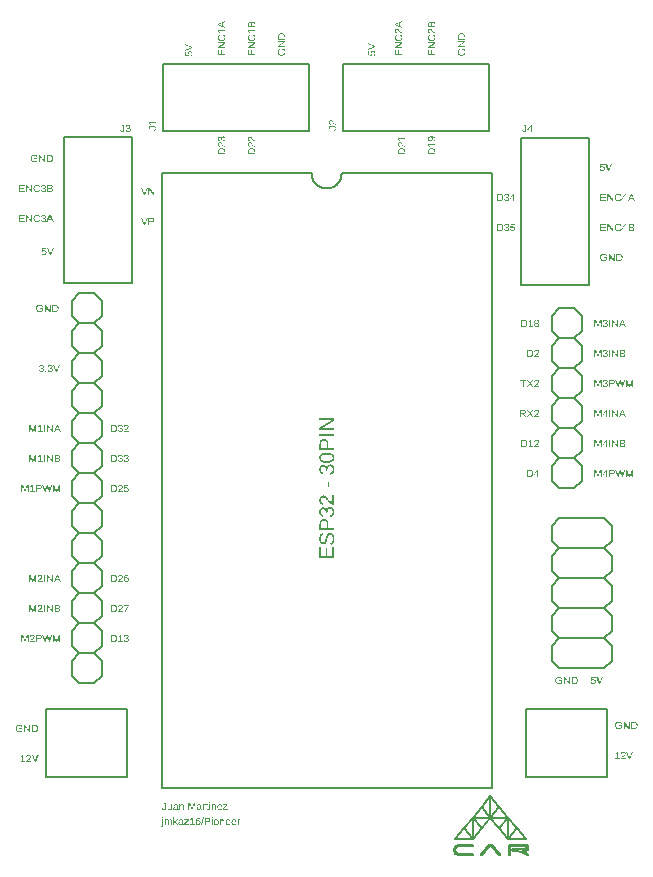
<source format=gbr>
G04 EAGLE Gerber RS-274X export*
G75*
%MOMM*%
%FSLAX34Y34*%
%LPD*%
%INSilkscreen Top*%
%IPPOS*%
%AMOC8*
5,1,8,0,0,1.08239X$1,22.5*%
G01*
G04 Define Apertures*
%ADD10C,0.152400*%
%ADD11C,0.127000*%
G36*
X-180442Y-66675D02*
X-182750Y-66675D01*
X-182750Y-60505D01*
X-180710Y-60505D01*
X-180329Y-60517D01*
X-179970Y-60554D01*
X-179634Y-60615D01*
X-179321Y-60701D01*
X-179030Y-60812D01*
X-178761Y-60947D01*
X-178514Y-61106D01*
X-178290Y-61291D01*
X-178090Y-61498D01*
X-177917Y-61725D01*
X-177771Y-61974D01*
X-177651Y-62243D01*
X-177558Y-62532D01*
X-177492Y-62843D01*
X-177452Y-63174D01*
X-177438Y-63526D01*
X-177462Y-63989D01*
X-177531Y-64421D01*
X-177648Y-64824D01*
X-177811Y-65197D01*
X-178016Y-65534D01*
X-178261Y-65829D01*
X-178544Y-66083D01*
X-178866Y-66294D01*
X-179221Y-66461D01*
X-179602Y-66580D01*
X-180009Y-66651D01*
X-180442Y-66675D01*
G37*
%LPC*%
G36*
X-180539Y-66005D02*
X-180210Y-65986D01*
X-179901Y-65931D01*
X-179613Y-65837D01*
X-179345Y-65707D01*
X-179103Y-65542D01*
X-178891Y-65344D01*
X-178708Y-65113D01*
X-178555Y-64849D01*
X-178434Y-64556D01*
X-178348Y-64238D01*
X-178296Y-63895D01*
X-178279Y-63526D01*
X-178289Y-63248D01*
X-178318Y-62987D01*
X-178368Y-62742D01*
X-178436Y-62515D01*
X-178525Y-62305D01*
X-178633Y-62112D01*
X-178760Y-61936D01*
X-178908Y-61777D01*
X-179073Y-61636D01*
X-179257Y-61513D01*
X-179458Y-61410D01*
X-179677Y-61325D01*
X-179913Y-61259D01*
X-180167Y-61212D01*
X-180438Y-61184D01*
X-180727Y-61175D01*
X-181914Y-61175D01*
X-181914Y-66005D01*
X-180539Y-66005D01*
G37*
%LPD*%
G36*
X-174517Y-66763D02*
X-174745Y-66756D01*
X-174962Y-66736D01*
X-175166Y-66703D01*
X-175359Y-66657D01*
X-175540Y-66598D01*
X-175709Y-66525D01*
X-175867Y-66439D01*
X-176012Y-66340D01*
X-176145Y-66228D01*
X-176263Y-66103D01*
X-176367Y-65966D01*
X-176457Y-65816D01*
X-176533Y-65654D01*
X-176595Y-65478D01*
X-176642Y-65290D01*
X-176676Y-65090D01*
X-175861Y-65015D01*
X-175806Y-65272D01*
X-175718Y-65494D01*
X-175598Y-65682D01*
X-175446Y-65836D01*
X-175262Y-65956D01*
X-175046Y-66042D01*
X-174797Y-66093D01*
X-174517Y-66110D01*
X-174235Y-66092D01*
X-173985Y-66037D01*
X-173768Y-65945D01*
X-173582Y-65817D01*
X-173433Y-65652D01*
X-173327Y-65452D01*
X-173264Y-65216D01*
X-173242Y-64945D01*
X-173267Y-64707D01*
X-173339Y-64497D01*
X-173460Y-64314D01*
X-173630Y-64159D01*
X-173845Y-64036D01*
X-174103Y-63947D01*
X-174405Y-63894D01*
X-174749Y-63877D01*
X-175196Y-63877D01*
X-175196Y-63194D01*
X-174766Y-63194D01*
X-174461Y-63176D01*
X-174191Y-63123D01*
X-173958Y-63035D01*
X-173761Y-62911D01*
X-173605Y-62756D01*
X-173494Y-62574D01*
X-173427Y-62365D01*
X-173404Y-62129D01*
X-173423Y-61895D01*
X-173477Y-61686D01*
X-173568Y-61504D01*
X-173696Y-61348D01*
X-173859Y-61222D01*
X-174058Y-61133D01*
X-174291Y-61079D01*
X-174561Y-61061D01*
X-174809Y-61077D01*
X-175032Y-61128D01*
X-175230Y-61211D01*
X-175404Y-61328D01*
X-175548Y-61475D01*
X-175658Y-61650D01*
X-175735Y-61852D01*
X-175778Y-62081D01*
X-176571Y-62020D01*
X-176542Y-61836D01*
X-176499Y-61662D01*
X-176441Y-61498D01*
X-176370Y-61345D01*
X-176284Y-61203D01*
X-176184Y-61071D01*
X-176070Y-60949D01*
X-175942Y-60837D01*
X-175802Y-60738D01*
X-175653Y-60652D01*
X-175493Y-60579D01*
X-175324Y-60519D01*
X-175146Y-60472D01*
X-174957Y-60439D01*
X-174759Y-60419D01*
X-174552Y-60413D01*
X-174326Y-60419D01*
X-174113Y-60440D01*
X-173914Y-60473D01*
X-173727Y-60521D01*
X-173553Y-60581D01*
X-173392Y-60655D01*
X-173244Y-60743D01*
X-173109Y-60844D01*
X-172988Y-60957D01*
X-172884Y-61081D01*
X-172795Y-61215D01*
X-172723Y-61360D01*
X-172667Y-61516D01*
X-172626Y-61682D01*
X-172602Y-61859D01*
X-172594Y-62046D01*
X-172615Y-62328D01*
X-172677Y-62582D01*
X-172780Y-62809D01*
X-172925Y-63007D01*
X-173109Y-63177D01*
X-173331Y-63318D01*
X-173590Y-63428D01*
X-173886Y-63509D01*
X-173886Y-63526D01*
X-173559Y-63583D01*
X-173271Y-63680D01*
X-173021Y-63815D01*
X-172809Y-63991D01*
X-172640Y-64198D01*
X-172520Y-64431D01*
X-172448Y-64688D01*
X-172423Y-64971D01*
X-172432Y-65179D01*
X-172457Y-65374D01*
X-172500Y-65558D01*
X-172559Y-65729D01*
X-172636Y-65888D01*
X-172729Y-66036D01*
X-172839Y-66171D01*
X-172967Y-66294D01*
X-173110Y-66404D01*
X-173267Y-66499D01*
X-173439Y-66580D01*
X-173626Y-66645D01*
X-173827Y-66697D01*
X-174042Y-66733D01*
X-174272Y-66755D01*
X-174517Y-66763D01*
G37*
G36*
X-167512Y-66675D02*
X-171598Y-66675D01*
X-171598Y-66119D01*
X-171480Y-65870D01*
X-171350Y-65637D01*
X-171207Y-65418D01*
X-171052Y-65215D01*
X-170722Y-64841D01*
X-170376Y-64505D01*
X-169673Y-63916D01*
X-169342Y-63645D01*
X-169044Y-63373D01*
X-168791Y-63095D01*
X-168591Y-62804D01*
X-168515Y-62650D01*
X-168461Y-62486D01*
X-168429Y-62313D01*
X-168418Y-62129D01*
X-168437Y-61890D01*
X-168493Y-61678D01*
X-168586Y-61495D01*
X-168716Y-61341D01*
X-168879Y-61218D01*
X-169072Y-61131D01*
X-169293Y-61078D01*
X-169544Y-61061D01*
X-169784Y-61078D01*
X-170003Y-61129D01*
X-170199Y-61215D01*
X-170374Y-61335D01*
X-170520Y-61485D01*
X-170632Y-61664D01*
X-170711Y-61869D01*
X-170757Y-62103D01*
X-171562Y-62029D01*
X-171534Y-61848D01*
X-171490Y-61677D01*
X-171433Y-61516D01*
X-171362Y-61364D01*
X-171276Y-61222D01*
X-171176Y-61088D01*
X-171062Y-60965D01*
X-170934Y-60851D01*
X-170794Y-60748D01*
X-170644Y-60659D01*
X-170485Y-60584D01*
X-170316Y-60522D01*
X-170137Y-60474D01*
X-169949Y-60440D01*
X-169751Y-60420D01*
X-169544Y-60413D01*
X-169317Y-60420D01*
X-169104Y-60440D01*
X-168905Y-60475D01*
X-168719Y-60523D01*
X-168546Y-60585D01*
X-168387Y-60660D01*
X-168242Y-60750D01*
X-168109Y-60853D01*
X-167992Y-60969D01*
X-167890Y-61096D01*
X-167804Y-61235D01*
X-167733Y-61385D01*
X-167679Y-61547D01*
X-167639Y-61721D01*
X-167616Y-61906D01*
X-167608Y-62103D01*
X-167618Y-62282D01*
X-167649Y-62461D01*
X-167700Y-62639D01*
X-167772Y-62817D01*
X-167864Y-62994D01*
X-167976Y-63172D01*
X-168261Y-63526D01*
X-168732Y-63978D01*
X-169500Y-64626D01*
X-169952Y-65017D01*
X-170301Y-65368D01*
X-170557Y-65692D01*
X-170654Y-65850D01*
X-170730Y-66005D01*
X-167512Y-66005D01*
X-167512Y-66675D01*
G37*
G36*
X-180442Y-92075D02*
X-182750Y-92075D01*
X-182750Y-85905D01*
X-180710Y-85905D01*
X-180329Y-85917D01*
X-179970Y-85954D01*
X-179634Y-86015D01*
X-179321Y-86101D01*
X-179030Y-86212D01*
X-178761Y-86347D01*
X-178514Y-86506D01*
X-178290Y-86691D01*
X-178090Y-86898D01*
X-177917Y-87125D01*
X-177771Y-87374D01*
X-177651Y-87643D01*
X-177558Y-87932D01*
X-177492Y-88243D01*
X-177452Y-88574D01*
X-177438Y-88926D01*
X-177462Y-89389D01*
X-177531Y-89821D01*
X-177648Y-90224D01*
X-177811Y-90597D01*
X-178016Y-90934D01*
X-178261Y-91229D01*
X-178544Y-91483D01*
X-178866Y-91694D01*
X-179221Y-91861D01*
X-179602Y-91980D01*
X-180009Y-92051D01*
X-180442Y-92075D01*
G37*
%LPC*%
G36*
X-180539Y-91405D02*
X-180210Y-91386D01*
X-179901Y-91331D01*
X-179613Y-91237D01*
X-179345Y-91107D01*
X-179103Y-90942D01*
X-178891Y-90744D01*
X-178708Y-90513D01*
X-178555Y-90249D01*
X-178434Y-89956D01*
X-178348Y-89638D01*
X-178296Y-89295D01*
X-178279Y-88926D01*
X-178289Y-88648D01*
X-178318Y-88387D01*
X-178368Y-88142D01*
X-178436Y-87915D01*
X-178525Y-87705D01*
X-178633Y-87512D01*
X-178760Y-87336D01*
X-178908Y-87177D01*
X-179073Y-87036D01*
X-179257Y-86913D01*
X-179458Y-86810D01*
X-179677Y-86725D01*
X-179913Y-86659D01*
X-180167Y-86612D01*
X-180438Y-86584D01*
X-180727Y-86575D01*
X-181914Y-86575D01*
X-181914Y-91405D01*
X-180539Y-91405D01*
G37*
%LPD*%
G36*
X-174517Y-92163D02*
X-174745Y-92156D01*
X-174962Y-92136D01*
X-175166Y-92103D01*
X-175359Y-92057D01*
X-175540Y-91998D01*
X-175709Y-91925D01*
X-175867Y-91839D01*
X-176012Y-91740D01*
X-176145Y-91628D01*
X-176263Y-91503D01*
X-176367Y-91366D01*
X-176457Y-91216D01*
X-176533Y-91054D01*
X-176595Y-90878D01*
X-176642Y-90690D01*
X-176676Y-90490D01*
X-175861Y-90415D01*
X-175806Y-90672D01*
X-175718Y-90894D01*
X-175598Y-91082D01*
X-175446Y-91236D01*
X-175262Y-91356D01*
X-175046Y-91442D01*
X-174797Y-91493D01*
X-174517Y-91510D01*
X-174235Y-91492D01*
X-173985Y-91437D01*
X-173768Y-91345D01*
X-173582Y-91217D01*
X-173433Y-91052D01*
X-173327Y-90852D01*
X-173264Y-90616D01*
X-173242Y-90345D01*
X-173267Y-90107D01*
X-173339Y-89897D01*
X-173460Y-89714D01*
X-173630Y-89559D01*
X-173845Y-89436D01*
X-174103Y-89347D01*
X-174405Y-89294D01*
X-174749Y-89277D01*
X-175196Y-89277D01*
X-175196Y-88594D01*
X-174766Y-88594D01*
X-174461Y-88576D01*
X-174191Y-88523D01*
X-173958Y-88435D01*
X-173761Y-88311D01*
X-173605Y-88156D01*
X-173494Y-87974D01*
X-173427Y-87765D01*
X-173404Y-87529D01*
X-173423Y-87295D01*
X-173477Y-87086D01*
X-173568Y-86904D01*
X-173696Y-86748D01*
X-173859Y-86622D01*
X-174058Y-86533D01*
X-174291Y-86479D01*
X-174561Y-86461D01*
X-174809Y-86477D01*
X-175032Y-86528D01*
X-175230Y-86611D01*
X-175404Y-86728D01*
X-175548Y-86875D01*
X-175658Y-87050D01*
X-175735Y-87252D01*
X-175778Y-87481D01*
X-176571Y-87420D01*
X-176542Y-87236D01*
X-176499Y-87062D01*
X-176441Y-86898D01*
X-176370Y-86745D01*
X-176284Y-86603D01*
X-176184Y-86471D01*
X-176070Y-86349D01*
X-175942Y-86237D01*
X-175802Y-86138D01*
X-175653Y-86052D01*
X-175493Y-85979D01*
X-175324Y-85919D01*
X-175146Y-85872D01*
X-174957Y-85839D01*
X-174759Y-85819D01*
X-174552Y-85813D01*
X-174326Y-85819D01*
X-174113Y-85840D01*
X-173914Y-85873D01*
X-173727Y-85921D01*
X-173553Y-85981D01*
X-173392Y-86055D01*
X-173244Y-86143D01*
X-173109Y-86244D01*
X-172988Y-86357D01*
X-172884Y-86481D01*
X-172795Y-86615D01*
X-172723Y-86760D01*
X-172667Y-86916D01*
X-172626Y-87082D01*
X-172602Y-87259D01*
X-172594Y-87446D01*
X-172615Y-87728D01*
X-172677Y-87982D01*
X-172780Y-88209D01*
X-172925Y-88407D01*
X-173109Y-88577D01*
X-173331Y-88718D01*
X-173590Y-88828D01*
X-173886Y-88909D01*
X-173886Y-88926D01*
X-173559Y-88983D01*
X-173271Y-89080D01*
X-173021Y-89215D01*
X-172809Y-89391D01*
X-172640Y-89598D01*
X-172520Y-89831D01*
X-172448Y-90088D01*
X-172423Y-90371D01*
X-172432Y-90579D01*
X-172457Y-90774D01*
X-172500Y-90958D01*
X-172559Y-91129D01*
X-172636Y-91288D01*
X-172729Y-91436D01*
X-172839Y-91571D01*
X-172967Y-91694D01*
X-173110Y-91804D01*
X-173267Y-91899D01*
X-173439Y-91980D01*
X-173626Y-92045D01*
X-173827Y-92097D01*
X-174042Y-92133D01*
X-174272Y-92155D01*
X-174517Y-92163D01*
G37*
G36*
X-169548Y-92163D02*
X-169776Y-92156D01*
X-169993Y-92136D01*
X-170198Y-92103D01*
X-170390Y-92057D01*
X-170572Y-91998D01*
X-170741Y-91925D01*
X-170898Y-91839D01*
X-171044Y-91740D01*
X-171176Y-91628D01*
X-171294Y-91503D01*
X-171399Y-91366D01*
X-171489Y-91216D01*
X-171564Y-91054D01*
X-171626Y-90878D01*
X-171674Y-90690D01*
X-171707Y-90490D01*
X-170892Y-90415D01*
X-170837Y-90672D01*
X-170749Y-90894D01*
X-170630Y-91082D01*
X-170478Y-91236D01*
X-170293Y-91356D01*
X-170077Y-91442D01*
X-169829Y-91493D01*
X-169548Y-91510D01*
X-169266Y-91492D01*
X-169016Y-91437D01*
X-168799Y-91345D01*
X-168613Y-91217D01*
X-168465Y-91052D01*
X-168359Y-90852D01*
X-168295Y-90616D01*
X-168274Y-90345D01*
X-168298Y-90107D01*
X-168371Y-89897D01*
X-168492Y-89714D01*
X-168661Y-89559D01*
X-168876Y-89436D01*
X-169135Y-89347D01*
X-169436Y-89294D01*
X-169780Y-89277D01*
X-170227Y-89277D01*
X-170227Y-88594D01*
X-169798Y-88594D01*
X-169492Y-88576D01*
X-169222Y-88523D01*
X-168989Y-88435D01*
X-168793Y-88311D01*
X-168636Y-88156D01*
X-168525Y-87974D01*
X-168458Y-87765D01*
X-168436Y-87529D01*
X-168454Y-87295D01*
X-168508Y-87086D01*
X-168600Y-86904D01*
X-168727Y-86748D01*
X-168890Y-86622D01*
X-169089Y-86533D01*
X-169323Y-86479D01*
X-169592Y-86461D01*
X-169840Y-86477D01*
X-170063Y-86528D01*
X-170261Y-86611D01*
X-170435Y-86728D01*
X-170579Y-86875D01*
X-170689Y-87050D01*
X-170766Y-87252D01*
X-170809Y-87481D01*
X-171602Y-87420D01*
X-171573Y-87236D01*
X-171530Y-87062D01*
X-171472Y-86898D01*
X-171401Y-86745D01*
X-171315Y-86603D01*
X-171216Y-86471D01*
X-171102Y-86349D01*
X-170973Y-86237D01*
X-170833Y-86138D01*
X-170684Y-86052D01*
X-170524Y-85979D01*
X-170355Y-85919D01*
X-170177Y-85872D01*
X-169989Y-85839D01*
X-169791Y-85819D01*
X-169583Y-85813D01*
X-169357Y-85819D01*
X-169145Y-85840D01*
X-168945Y-85873D01*
X-168758Y-85921D01*
X-168584Y-85981D01*
X-168423Y-86055D01*
X-168275Y-86143D01*
X-168140Y-86244D01*
X-168019Y-86357D01*
X-167915Y-86481D01*
X-167827Y-86615D01*
X-167754Y-86760D01*
X-167698Y-86916D01*
X-167658Y-87082D01*
X-167634Y-87259D01*
X-167626Y-87446D01*
X-167646Y-87728D01*
X-167708Y-87982D01*
X-167812Y-88209D01*
X-167956Y-88407D01*
X-168140Y-88577D01*
X-168362Y-88718D01*
X-168621Y-88828D01*
X-168917Y-88909D01*
X-168917Y-88926D01*
X-168591Y-88983D01*
X-168302Y-89080D01*
X-168052Y-89215D01*
X-167840Y-89391D01*
X-167672Y-89598D01*
X-167551Y-89831D01*
X-167479Y-90088D01*
X-167455Y-90371D01*
X-167463Y-90579D01*
X-167489Y-90774D01*
X-167531Y-90958D01*
X-167590Y-91129D01*
X-167667Y-91288D01*
X-167760Y-91436D01*
X-167870Y-91571D01*
X-167998Y-91694D01*
X-168141Y-91804D01*
X-168298Y-91899D01*
X-168470Y-91980D01*
X-168657Y-92045D01*
X-168858Y-92097D01*
X-169073Y-92133D01*
X-169303Y-92155D01*
X-169548Y-92163D01*
G37*
G36*
X-180442Y-117475D02*
X-182750Y-117475D01*
X-182750Y-111305D01*
X-180710Y-111305D01*
X-180329Y-111317D01*
X-179970Y-111354D01*
X-179634Y-111415D01*
X-179321Y-111501D01*
X-179030Y-111612D01*
X-178761Y-111747D01*
X-178514Y-111906D01*
X-178290Y-112091D01*
X-178090Y-112298D01*
X-177917Y-112525D01*
X-177771Y-112774D01*
X-177651Y-113043D01*
X-177558Y-113332D01*
X-177492Y-113643D01*
X-177452Y-113974D01*
X-177438Y-114326D01*
X-177462Y-114789D01*
X-177531Y-115221D01*
X-177648Y-115624D01*
X-177811Y-115997D01*
X-178016Y-116334D01*
X-178261Y-116629D01*
X-178544Y-116883D01*
X-178866Y-117094D01*
X-179221Y-117261D01*
X-179602Y-117380D01*
X-180009Y-117451D01*
X-180442Y-117475D01*
G37*
%LPC*%
G36*
X-180539Y-116805D02*
X-180210Y-116786D01*
X-179901Y-116731D01*
X-179613Y-116637D01*
X-179345Y-116507D01*
X-179103Y-116342D01*
X-178891Y-116144D01*
X-178708Y-115913D01*
X-178555Y-115649D01*
X-178434Y-115356D01*
X-178348Y-115038D01*
X-178296Y-114695D01*
X-178279Y-114326D01*
X-178289Y-114048D01*
X-178318Y-113787D01*
X-178368Y-113542D01*
X-178436Y-113315D01*
X-178525Y-113105D01*
X-178633Y-112912D01*
X-178760Y-112736D01*
X-178908Y-112577D01*
X-179073Y-112436D01*
X-179257Y-112313D01*
X-179458Y-112210D01*
X-179677Y-112125D01*
X-179913Y-112059D01*
X-180167Y-112012D01*
X-180438Y-111984D01*
X-180727Y-111975D01*
X-181914Y-111975D01*
X-181914Y-116805D01*
X-180539Y-116805D01*
G37*
%LPD*%
G36*
X-169627Y-117563D02*
X-170037Y-117539D01*
X-170406Y-117468D01*
X-170734Y-117351D01*
X-171019Y-117186D01*
X-171260Y-116977D01*
X-171452Y-116725D01*
X-171595Y-116431D01*
X-171648Y-116269D01*
X-171689Y-116096D01*
X-170892Y-116004D01*
X-170818Y-116218D01*
X-170719Y-116404D01*
X-170595Y-116561D01*
X-170447Y-116690D01*
X-170274Y-116790D01*
X-170077Y-116862D01*
X-169855Y-116905D01*
X-169609Y-116919D01*
X-169455Y-116913D01*
X-169309Y-116895D01*
X-169043Y-116823D01*
X-168812Y-116703D01*
X-168615Y-116536D01*
X-168458Y-116326D01*
X-168346Y-116081D01*
X-168279Y-115800D01*
X-168256Y-115482D01*
X-168279Y-115205D01*
X-168346Y-114956D01*
X-168459Y-114734D01*
X-168617Y-114541D01*
X-168814Y-114384D01*
X-169042Y-114272D01*
X-169301Y-114204D01*
X-169592Y-114182D01*
X-169749Y-114188D01*
X-169901Y-114207D01*
X-170187Y-114283D01*
X-170325Y-114342D01*
X-170463Y-114418D01*
X-170739Y-114624D01*
X-171510Y-114624D01*
X-171304Y-111305D01*
X-167796Y-111305D01*
X-167796Y-111975D01*
X-170586Y-111975D01*
X-170704Y-113932D01*
X-170432Y-113760D01*
X-170129Y-113637D01*
X-169795Y-113563D01*
X-169616Y-113544D01*
X-169430Y-113538D01*
X-169208Y-113546D01*
X-168997Y-113571D01*
X-168799Y-113613D01*
X-168611Y-113672D01*
X-168436Y-113747D01*
X-168272Y-113839D01*
X-168119Y-113947D01*
X-167978Y-114072D01*
X-167851Y-114211D01*
X-167741Y-114360D01*
X-167648Y-114519D01*
X-167572Y-114688D01*
X-167513Y-114867D01*
X-167471Y-115056D01*
X-167446Y-115255D01*
X-167437Y-115465D01*
X-167446Y-115703D01*
X-167473Y-115927D01*
X-167519Y-116139D01*
X-167582Y-116338D01*
X-167664Y-116523D01*
X-167764Y-116696D01*
X-167881Y-116855D01*
X-168017Y-117002D01*
X-168170Y-117133D01*
X-168336Y-117247D01*
X-168516Y-117344D01*
X-168710Y-117422D01*
X-168918Y-117484D01*
X-169140Y-117528D01*
X-169377Y-117554D01*
X-169627Y-117563D01*
G37*
G36*
X-172480Y-117475D02*
X-176566Y-117475D01*
X-176566Y-116919D01*
X-176448Y-116670D01*
X-176318Y-116437D01*
X-176176Y-116218D01*
X-176021Y-116015D01*
X-175691Y-115641D01*
X-175344Y-115305D01*
X-174642Y-114716D01*
X-174310Y-114445D01*
X-174013Y-114173D01*
X-173760Y-113895D01*
X-173560Y-113604D01*
X-173484Y-113450D01*
X-173430Y-113286D01*
X-173398Y-113113D01*
X-173387Y-112929D01*
X-173406Y-112690D01*
X-173461Y-112478D01*
X-173554Y-112295D01*
X-173685Y-112141D01*
X-173848Y-112018D01*
X-174041Y-111931D01*
X-174262Y-111878D01*
X-174512Y-111861D01*
X-174753Y-111878D01*
X-174972Y-111929D01*
X-175168Y-112015D01*
X-175342Y-112135D01*
X-175489Y-112285D01*
X-175601Y-112464D01*
X-175680Y-112669D01*
X-175725Y-112903D01*
X-176531Y-112829D01*
X-176502Y-112648D01*
X-176459Y-112477D01*
X-176402Y-112316D01*
X-176330Y-112164D01*
X-176245Y-112022D01*
X-176145Y-111888D01*
X-176031Y-111765D01*
X-175903Y-111651D01*
X-175763Y-111548D01*
X-175613Y-111459D01*
X-175454Y-111384D01*
X-175285Y-111322D01*
X-175106Y-111274D01*
X-174918Y-111240D01*
X-174720Y-111220D01*
X-174512Y-111213D01*
X-174286Y-111220D01*
X-174073Y-111240D01*
X-173873Y-111275D01*
X-173687Y-111323D01*
X-173515Y-111385D01*
X-173356Y-111460D01*
X-173210Y-111550D01*
X-173078Y-111653D01*
X-172961Y-111769D01*
X-172859Y-111896D01*
X-172773Y-112035D01*
X-172702Y-112185D01*
X-172647Y-112347D01*
X-172608Y-112521D01*
X-172585Y-112706D01*
X-172577Y-112903D01*
X-172587Y-113082D01*
X-172618Y-113261D01*
X-172669Y-113439D01*
X-172741Y-113617D01*
X-172833Y-113794D01*
X-172945Y-113972D01*
X-173229Y-114326D01*
X-173701Y-114778D01*
X-174469Y-115426D01*
X-174921Y-115817D01*
X-175270Y-116168D01*
X-175526Y-116492D01*
X-175623Y-116650D01*
X-175699Y-116805D01*
X-172480Y-116805D01*
X-172480Y-117475D01*
G37*
G36*
X-180442Y-193675D02*
X-182750Y-193675D01*
X-182750Y-187505D01*
X-180710Y-187505D01*
X-180329Y-187517D01*
X-179970Y-187554D01*
X-179634Y-187615D01*
X-179321Y-187701D01*
X-179030Y-187812D01*
X-178761Y-187947D01*
X-178514Y-188106D01*
X-178290Y-188291D01*
X-178090Y-188498D01*
X-177917Y-188725D01*
X-177771Y-188974D01*
X-177651Y-189243D01*
X-177558Y-189532D01*
X-177492Y-189843D01*
X-177452Y-190174D01*
X-177438Y-190526D01*
X-177462Y-190989D01*
X-177531Y-191421D01*
X-177648Y-191824D01*
X-177811Y-192197D01*
X-178016Y-192534D01*
X-178261Y-192829D01*
X-178544Y-193083D01*
X-178866Y-193294D01*
X-179221Y-193461D01*
X-179602Y-193580D01*
X-180009Y-193651D01*
X-180442Y-193675D01*
G37*
%LPC*%
G36*
X-180539Y-193005D02*
X-180210Y-192986D01*
X-179901Y-192931D01*
X-179613Y-192837D01*
X-179345Y-192707D01*
X-179103Y-192542D01*
X-178891Y-192344D01*
X-178708Y-192113D01*
X-178555Y-191849D01*
X-178434Y-191556D01*
X-178348Y-191238D01*
X-178296Y-190895D01*
X-178279Y-190526D01*
X-178289Y-190248D01*
X-178318Y-189987D01*
X-178368Y-189742D01*
X-178436Y-189515D01*
X-178525Y-189305D01*
X-178633Y-189112D01*
X-178760Y-188936D01*
X-178908Y-188777D01*
X-179073Y-188636D01*
X-179257Y-188513D01*
X-179458Y-188410D01*
X-179677Y-188325D01*
X-179913Y-188259D01*
X-180167Y-188212D01*
X-180438Y-188184D01*
X-180727Y-188175D01*
X-181914Y-188175D01*
X-181914Y-193005D01*
X-180539Y-193005D01*
G37*
%LPD*%
G36*
X-169447Y-193763D02*
X-169700Y-193750D01*
X-169938Y-193714D01*
X-170160Y-193654D01*
X-170367Y-193569D01*
X-170559Y-193460D01*
X-170735Y-193327D01*
X-170896Y-193169D01*
X-171041Y-192987D01*
X-171171Y-192783D01*
X-171283Y-192556D01*
X-171378Y-192307D01*
X-171455Y-192036D01*
X-171516Y-191743D01*
X-171559Y-191428D01*
X-171585Y-191091D01*
X-171593Y-190732D01*
X-171584Y-190343D01*
X-171557Y-189977D01*
X-171512Y-189635D01*
X-171450Y-189315D01*
X-171369Y-189019D01*
X-171270Y-188747D01*
X-171154Y-188497D01*
X-171019Y-188271D01*
X-170868Y-188070D01*
X-170702Y-187895D01*
X-170521Y-187748D01*
X-170324Y-187627D01*
X-170112Y-187533D01*
X-169886Y-187466D01*
X-169643Y-187426D01*
X-169386Y-187413D01*
X-169053Y-187432D01*
X-168752Y-187491D01*
X-168484Y-187589D01*
X-168247Y-187727D01*
X-168043Y-187904D01*
X-167872Y-188120D01*
X-167733Y-188375D01*
X-167626Y-188670D01*
X-168379Y-188805D01*
X-168445Y-188629D01*
X-168529Y-188476D01*
X-168630Y-188346D01*
X-168749Y-188240D01*
X-168884Y-188158D01*
X-169037Y-188099D01*
X-169207Y-188064D01*
X-169395Y-188052D01*
X-169559Y-188062D01*
X-169713Y-188091D01*
X-169858Y-188140D01*
X-169993Y-188209D01*
X-170119Y-188298D01*
X-170235Y-188406D01*
X-170342Y-188533D01*
X-170439Y-188680D01*
X-170526Y-188846D01*
X-170601Y-189030D01*
X-170665Y-189231D01*
X-170717Y-189450D01*
X-170757Y-189686D01*
X-170786Y-189940D01*
X-170803Y-190211D01*
X-170809Y-190500D01*
X-170691Y-190313D01*
X-170551Y-190149D01*
X-170389Y-190009D01*
X-170205Y-189894D01*
X-170003Y-189803D01*
X-169787Y-189738D01*
X-169556Y-189699D01*
X-169312Y-189686D01*
X-169104Y-189694D01*
X-168907Y-189719D01*
X-168721Y-189761D01*
X-168546Y-189819D01*
X-168382Y-189894D01*
X-168229Y-189986D01*
X-168087Y-190095D01*
X-167956Y-190220D01*
X-167839Y-190359D01*
X-167737Y-190510D01*
X-167651Y-190672D01*
X-167580Y-190846D01*
X-167525Y-191031D01*
X-167486Y-191228D01*
X-167463Y-191436D01*
X-167455Y-191656D01*
X-167463Y-191894D01*
X-167488Y-192119D01*
X-167529Y-192331D01*
X-167587Y-192530D01*
X-167662Y-192716D01*
X-167753Y-192889D01*
X-167860Y-193050D01*
X-167985Y-193198D01*
X-168123Y-193330D01*
X-168275Y-193445D01*
X-168439Y-193542D01*
X-168615Y-193621D01*
X-168804Y-193683D01*
X-169006Y-193727D01*
X-169220Y-193754D01*
X-169447Y-193763D01*
G37*
%LPC*%
G36*
X-169474Y-193128D02*
X-169204Y-193104D01*
X-168966Y-193032D01*
X-168758Y-192912D01*
X-168580Y-192744D01*
X-168438Y-192535D01*
X-168337Y-192290D01*
X-168276Y-192008D01*
X-168256Y-191691D01*
X-168277Y-191375D01*
X-168338Y-191098D01*
X-168441Y-190859D01*
X-168585Y-190658D01*
X-168765Y-190499D01*
X-168978Y-190385D01*
X-169223Y-190317D01*
X-169500Y-190294D01*
X-169762Y-190314D01*
X-169999Y-190375D01*
X-170208Y-190475D01*
X-170391Y-190616D01*
X-170540Y-190792D01*
X-170646Y-190999D01*
X-170709Y-191236D01*
X-170730Y-191503D01*
X-170708Y-191844D01*
X-170642Y-192152D01*
X-170532Y-192428D01*
X-170378Y-192672D01*
X-170189Y-192871D01*
X-169976Y-193014D01*
X-169859Y-193064D01*
X-169737Y-193099D01*
X-169608Y-193121D01*
X-169474Y-193128D01*
G37*
%LPD*%
G36*
X-172480Y-193675D02*
X-176566Y-193675D01*
X-176566Y-193119D01*
X-176448Y-192870D01*
X-176318Y-192637D01*
X-176176Y-192418D01*
X-176021Y-192215D01*
X-175691Y-191841D01*
X-175344Y-191505D01*
X-174642Y-190916D01*
X-174310Y-190645D01*
X-174013Y-190373D01*
X-173760Y-190095D01*
X-173560Y-189804D01*
X-173484Y-189650D01*
X-173430Y-189486D01*
X-173398Y-189313D01*
X-173387Y-189129D01*
X-173406Y-188890D01*
X-173461Y-188678D01*
X-173554Y-188495D01*
X-173685Y-188341D01*
X-173848Y-188218D01*
X-174041Y-188131D01*
X-174262Y-188078D01*
X-174512Y-188061D01*
X-174753Y-188078D01*
X-174972Y-188129D01*
X-175168Y-188215D01*
X-175342Y-188335D01*
X-175489Y-188485D01*
X-175601Y-188664D01*
X-175680Y-188869D01*
X-175725Y-189103D01*
X-176531Y-189029D01*
X-176502Y-188848D01*
X-176459Y-188677D01*
X-176402Y-188516D01*
X-176330Y-188364D01*
X-176245Y-188222D01*
X-176145Y-188088D01*
X-176031Y-187965D01*
X-175903Y-187851D01*
X-175763Y-187748D01*
X-175613Y-187659D01*
X-175454Y-187584D01*
X-175285Y-187522D01*
X-175106Y-187474D01*
X-174918Y-187440D01*
X-174720Y-187420D01*
X-174512Y-187413D01*
X-174286Y-187420D01*
X-174073Y-187440D01*
X-173873Y-187475D01*
X-173687Y-187523D01*
X-173515Y-187585D01*
X-173356Y-187660D01*
X-173210Y-187750D01*
X-173078Y-187853D01*
X-172961Y-187969D01*
X-172859Y-188096D01*
X-172773Y-188235D01*
X-172702Y-188385D01*
X-172647Y-188547D01*
X-172608Y-188721D01*
X-172585Y-188906D01*
X-172577Y-189103D01*
X-172587Y-189282D01*
X-172618Y-189461D01*
X-172669Y-189639D01*
X-172741Y-189817D01*
X-172833Y-189994D01*
X-172945Y-190172D01*
X-173229Y-190526D01*
X-173701Y-190978D01*
X-174469Y-191626D01*
X-174921Y-192017D01*
X-175270Y-192368D01*
X-175526Y-192692D01*
X-175623Y-192850D01*
X-175699Y-193005D01*
X-172480Y-193005D01*
X-172480Y-193675D01*
G37*
G36*
X-180442Y-219075D02*
X-182750Y-219075D01*
X-182750Y-212905D01*
X-180710Y-212905D01*
X-180329Y-212917D01*
X-179970Y-212954D01*
X-179634Y-213015D01*
X-179321Y-213101D01*
X-179030Y-213212D01*
X-178761Y-213347D01*
X-178514Y-213506D01*
X-178290Y-213691D01*
X-178090Y-213898D01*
X-177917Y-214125D01*
X-177771Y-214374D01*
X-177651Y-214643D01*
X-177558Y-214932D01*
X-177492Y-215243D01*
X-177452Y-215574D01*
X-177438Y-215926D01*
X-177462Y-216389D01*
X-177531Y-216821D01*
X-177648Y-217224D01*
X-177811Y-217597D01*
X-178016Y-217934D01*
X-178261Y-218229D01*
X-178544Y-218483D01*
X-178866Y-218694D01*
X-179221Y-218861D01*
X-179602Y-218980D01*
X-180009Y-219051D01*
X-180442Y-219075D01*
G37*
%LPC*%
G36*
X-180539Y-218405D02*
X-180210Y-218386D01*
X-179901Y-218331D01*
X-179613Y-218237D01*
X-179345Y-218107D01*
X-179103Y-217942D01*
X-178891Y-217744D01*
X-178708Y-217513D01*
X-178555Y-217249D01*
X-178434Y-216956D01*
X-178348Y-216638D01*
X-178296Y-216295D01*
X-178279Y-215926D01*
X-178289Y-215648D01*
X-178318Y-215387D01*
X-178368Y-215142D01*
X-178436Y-214915D01*
X-178525Y-214705D01*
X-178633Y-214512D01*
X-178760Y-214336D01*
X-178908Y-214177D01*
X-179073Y-214036D01*
X-179257Y-213913D01*
X-179458Y-213810D01*
X-179677Y-213725D01*
X-179913Y-213659D01*
X-180167Y-213612D01*
X-180438Y-213584D01*
X-180727Y-213575D01*
X-181914Y-213575D01*
X-181914Y-218405D01*
X-180539Y-218405D01*
G37*
%LPD*%
G36*
X-172480Y-219075D02*
X-176566Y-219075D01*
X-176566Y-218519D01*
X-176448Y-218270D01*
X-176318Y-218037D01*
X-176176Y-217818D01*
X-176021Y-217615D01*
X-175691Y-217241D01*
X-175344Y-216905D01*
X-174642Y-216316D01*
X-174310Y-216045D01*
X-174013Y-215773D01*
X-173760Y-215495D01*
X-173560Y-215204D01*
X-173484Y-215050D01*
X-173430Y-214886D01*
X-173398Y-214713D01*
X-173387Y-214529D01*
X-173406Y-214290D01*
X-173461Y-214078D01*
X-173554Y-213895D01*
X-173685Y-213741D01*
X-173848Y-213618D01*
X-174041Y-213531D01*
X-174262Y-213478D01*
X-174512Y-213461D01*
X-174753Y-213478D01*
X-174972Y-213529D01*
X-175168Y-213615D01*
X-175342Y-213735D01*
X-175489Y-213885D01*
X-175601Y-214064D01*
X-175680Y-214269D01*
X-175725Y-214503D01*
X-176531Y-214429D01*
X-176502Y-214248D01*
X-176459Y-214077D01*
X-176402Y-213916D01*
X-176330Y-213764D01*
X-176245Y-213622D01*
X-176145Y-213488D01*
X-176031Y-213365D01*
X-175903Y-213251D01*
X-175763Y-213148D01*
X-175613Y-213059D01*
X-175454Y-212984D01*
X-175285Y-212922D01*
X-175106Y-212874D01*
X-174918Y-212840D01*
X-174720Y-212820D01*
X-174512Y-212813D01*
X-174286Y-212820D01*
X-174073Y-212840D01*
X-173873Y-212875D01*
X-173687Y-212923D01*
X-173515Y-212985D01*
X-173356Y-213060D01*
X-173210Y-213150D01*
X-173078Y-213253D01*
X-172961Y-213369D01*
X-172859Y-213496D01*
X-172773Y-213635D01*
X-172702Y-213785D01*
X-172647Y-213947D01*
X-172608Y-214121D01*
X-172585Y-214306D01*
X-172577Y-214503D01*
X-172587Y-214682D01*
X-172618Y-214861D01*
X-172669Y-215039D01*
X-172741Y-215217D01*
X-172833Y-215394D01*
X-172945Y-215572D01*
X-173229Y-215926D01*
X-173701Y-216378D01*
X-174469Y-217026D01*
X-174921Y-217417D01*
X-175270Y-217768D01*
X-175526Y-218092D01*
X-175623Y-218250D01*
X-175699Y-218405D01*
X-172480Y-218405D01*
X-172480Y-219075D01*
G37*
G36*
X-169627Y-219075D02*
X-170450Y-219075D01*
X-170442Y-218777D01*
X-170419Y-218476D01*
X-170380Y-218171D01*
X-170325Y-217861D01*
X-170254Y-217548D01*
X-170168Y-217231D01*
X-169949Y-216585D01*
X-169656Y-215907D01*
X-169279Y-215179D01*
X-168818Y-214402D01*
X-168274Y-213575D01*
X-171589Y-213575D01*
X-171589Y-212905D01*
X-167512Y-212905D01*
X-167512Y-213544D01*
X-167950Y-214227D01*
X-168319Y-214833D01*
X-168618Y-215359D01*
X-168847Y-215808D01*
X-169030Y-216216D01*
X-169188Y-216622D01*
X-169322Y-217024D01*
X-169432Y-217424D01*
X-169517Y-217826D01*
X-169578Y-218235D01*
X-169615Y-218652D01*
X-169627Y-219075D01*
G37*
G36*
X-180442Y-244475D02*
X-182750Y-244475D01*
X-182750Y-238305D01*
X-180710Y-238305D01*
X-180329Y-238317D01*
X-179970Y-238354D01*
X-179634Y-238415D01*
X-179321Y-238501D01*
X-179030Y-238612D01*
X-178761Y-238747D01*
X-178514Y-238906D01*
X-178290Y-239091D01*
X-178090Y-239298D01*
X-177917Y-239525D01*
X-177771Y-239774D01*
X-177651Y-240043D01*
X-177558Y-240332D01*
X-177492Y-240643D01*
X-177452Y-240974D01*
X-177438Y-241326D01*
X-177462Y-241789D01*
X-177531Y-242221D01*
X-177648Y-242624D01*
X-177811Y-242997D01*
X-178016Y-243334D01*
X-178261Y-243629D01*
X-178544Y-243883D01*
X-178866Y-244094D01*
X-179221Y-244261D01*
X-179602Y-244380D01*
X-180009Y-244451D01*
X-180442Y-244475D01*
G37*
%LPC*%
G36*
X-180539Y-243805D02*
X-180210Y-243786D01*
X-179901Y-243731D01*
X-179613Y-243637D01*
X-179345Y-243507D01*
X-179103Y-243342D01*
X-178891Y-243144D01*
X-178708Y-242913D01*
X-178555Y-242649D01*
X-178434Y-242356D01*
X-178348Y-242038D01*
X-178296Y-241695D01*
X-178279Y-241326D01*
X-178289Y-241048D01*
X-178318Y-240787D01*
X-178368Y-240542D01*
X-178436Y-240315D01*
X-178525Y-240105D01*
X-178633Y-239912D01*
X-178760Y-239736D01*
X-178908Y-239577D01*
X-179073Y-239436D01*
X-179257Y-239313D01*
X-179458Y-239210D01*
X-179677Y-239125D01*
X-179913Y-239059D01*
X-180167Y-239012D01*
X-180438Y-238984D01*
X-180727Y-238975D01*
X-181914Y-238975D01*
X-181914Y-243805D01*
X-180539Y-243805D01*
G37*
%LPD*%
G36*
X-169548Y-244563D02*
X-169776Y-244556D01*
X-169993Y-244536D01*
X-170198Y-244503D01*
X-170390Y-244457D01*
X-170572Y-244398D01*
X-170741Y-244325D01*
X-170898Y-244239D01*
X-171044Y-244140D01*
X-171176Y-244028D01*
X-171294Y-243903D01*
X-171399Y-243766D01*
X-171489Y-243616D01*
X-171564Y-243454D01*
X-171626Y-243278D01*
X-171674Y-243090D01*
X-171707Y-242890D01*
X-170892Y-242815D01*
X-170837Y-243072D01*
X-170749Y-243294D01*
X-170630Y-243482D01*
X-170478Y-243636D01*
X-170293Y-243756D01*
X-170077Y-243842D01*
X-169829Y-243893D01*
X-169548Y-243910D01*
X-169266Y-243892D01*
X-169016Y-243837D01*
X-168799Y-243745D01*
X-168613Y-243617D01*
X-168465Y-243452D01*
X-168359Y-243252D01*
X-168295Y-243016D01*
X-168274Y-242745D01*
X-168298Y-242507D01*
X-168371Y-242297D01*
X-168492Y-242114D01*
X-168661Y-241959D01*
X-168876Y-241836D01*
X-169135Y-241747D01*
X-169436Y-241694D01*
X-169780Y-241677D01*
X-170227Y-241677D01*
X-170227Y-240994D01*
X-169798Y-240994D01*
X-169492Y-240976D01*
X-169222Y-240923D01*
X-168989Y-240835D01*
X-168793Y-240711D01*
X-168636Y-240556D01*
X-168525Y-240374D01*
X-168458Y-240165D01*
X-168436Y-239929D01*
X-168454Y-239695D01*
X-168508Y-239486D01*
X-168600Y-239304D01*
X-168727Y-239148D01*
X-168890Y-239022D01*
X-169089Y-238933D01*
X-169323Y-238879D01*
X-169592Y-238861D01*
X-169840Y-238877D01*
X-170063Y-238928D01*
X-170261Y-239011D01*
X-170435Y-239128D01*
X-170579Y-239275D01*
X-170689Y-239450D01*
X-170766Y-239652D01*
X-170809Y-239881D01*
X-171602Y-239820D01*
X-171573Y-239636D01*
X-171530Y-239462D01*
X-171472Y-239298D01*
X-171401Y-239145D01*
X-171315Y-239003D01*
X-171216Y-238871D01*
X-171102Y-238749D01*
X-170973Y-238637D01*
X-170833Y-238538D01*
X-170684Y-238452D01*
X-170524Y-238379D01*
X-170355Y-238319D01*
X-170177Y-238272D01*
X-169989Y-238239D01*
X-169791Y-238219D01*
X-169583Y-238213D01*
X-169357Y-238219D01*
X-169145Y-238240D01*
X-168945Y-238273D01*
X-168758Y-238321D01*
X-168584Y-238381D01*
X-168423Y-238455D01*
X-168275Y-238543D01*
X-168140Y-238644D01*
X-168019Y-238757D01*
X-167915Y-238881D01*
X-167827Y-239015D01*
X-167754Y-239160D01*
X-167698Y-239316D01*
X-167658Y-239482D01*
X-167634Y-239659D01*
X-167626Y-239846D01*
X-167646Y-240128D01*
X-167708Y-240382D01*
X-167812Y-240609D01*
X-167956Y-240807D01*
X-168140Y-240977D01*
X-168362Y-241118D01*
X-168621Y-241228D01*
X-168917Y-241309D01*
X-168917Y-241326D01*
X-168591Y-241383D01*
X-168302Y-241480D01*
X-168052Y-241615D01*
X-167840Y-241791D01*
X-167672Y-241998D01*
X-167551Y-242231D01*
X-167479Y-242488D01*
X-167455Y-242771D01*
X-167463Y-242979D01*
X-167489Y-243174D01*
X-167531Y-243358D01*
X-167590Y-243529D01*
X-167667Y-243688D01*
X-167760Y-243836D01*
X-167870Y-243971D01*
X-167998Y-244094D01*
X-168141Y-244204D01*
X-168298Y-244299D01*
X-168470Y-244380D01*
X-168657Y-244445D01*
X-168858Y-244497D01*
X-169073Y-244533D01*
X-169303Y-244555D01*
X-169548Y-244563D01*
G37*
G36*
X-172467Y-244475D02*
X-176334Y-244475D01*
X-176334Y-243805D01*
X-174762Y-243805D01*
X-174762Y-239058D01*
X-176155Y-240052D01*
X-176155Y-239307D01*
X-174696Y-238305D01*
X-173969Y-238305D01*
X-173969Y-243805D01*
X-172467Y-243805D01*
X-172467Y-244475D01*
G37*
G36*
X-229899Y34925D02*
X-232207Y34925D01*
X-232207Y41095D01*
X-230166Y41095D01*
X-229785Y41083D01*
X-229427Y41046D01*
X-229091Y40985D01*
X-228777Y40899D01*
X-228486Y40788D01*
X-228217Y40653D01*
X-227971Y40494D01*
X-227747Y40309D01*
X-227547Y40102D01*
X-227374Y39875D01*
X-227227Y39626D01*
X-227108Y39357D01*
X-227015Y39068D01*
X-226948Y38757D01*
X-226908Y38426D01*
X-226895Y38074D01*
X-226918Y37611D01*
X-226988Y37179D01*
X-227104Y36776D01*
X-227267Y36403D01*
X-227473Y36066D01*
X-227717Y35771D01*
X-228000Y35517D01*
X-228322Y35306D01*
X-228677Y35139D01*
X-229058Y35020D01*
X-229465Y34949D01*
X-229899Y34925D01*
G37*
%LPC*%
G36*
X-229995Y35595D02*
X-229666Y35614D01*
X-229358Y35669D01*
X-229069Y35763D01*
X-228802Y35893D01*
X-228560Y36058D01*
X-228347Y36256D01*
X-228164Y36487D01*
X-228011Y36751D01*
X-227891Y37044D01*
X-227805Y37362D01*
X-227753Y37705D01*
X-227736Y38074D01*
X-227745Y38352D01*
X-227775Y38613D01*
X-227824Y38858D01*
X-227893Y39085D01*
X-227981Y39295D01*
X-228089Y39488D01*
X-228217Y39664D01*
X-228364Y39823D01*
X-228530Y39964D01*
X-228713Y40087D01*
X-228914Y40190D01*
X-229133Y40275D01*
X-229369Y40341D01*
X-229623Y40388D01*
X-229895Y40416D01*
X-230184Y40425D01*
X-231370Y40425D01*
X-231370Y35595D01*
X-229995Y35595D01*
G37*
%LPD*%
G36*
X-237931Y34925D02*
X-238676Y34925D01*
X-238676Y41095D01*
X-237703Y41095D01*
X-234366Y35805D01*
X-234406Y36545D01*
X-234419Y37049D01*
X-234419Y41095D01*
X-233666Y41095D01*
X-233666Y34925D01*
X-234673Y34925D01*
X-237975Y40180D01*
X-237953Y39755D01*
X-237931Y39024D01*
X-237931Y34925D01*
G37*
G36*
X-242820Y34837D02*
X-243057Y34843D01*
X-243287Y34862D01*
X-243721Y34934D01*
X-244121Y35054D01*
X-244488Y35223D01*
X-244818Y35437D01*
X-245106Y35693D01*
X-245353Y35992D01*
X-245559Y36333D01*
X-245721Y36711D01*
X-245836Y37122D01*
X-245906Y37564D01*
X-245929Y38039D01*
X-245916Y38404D01*
X-245879Y38747D01*
X-245816Y39070D01*
X-245728Y39371D01*
X-245614Y39651D01*
X-245476Y39910D01*
X-245312Y40148D01*
X-245123Y40364D01*
X-244912Y40557D01*
X-244680Y40724D01*
X-244427Y40866D01*
X-244154Y40982D01*
X-243861Y41072D01*
X-243547Y41136D01*
X-243213Y41174D01*
X-242859Y41187D01*
X-242371Y41166D01*
X-241931Y41101D01*
X-241539Y40993D01*
X-241195Y40841D01*
X-240894Y40642D01*
X-240629Y40391D01*
X-240401Y40088D01*
X-240210Y39733D01*
X-241007Y39497D01*
X-241150Y39742D01*
X-241319Y39951D01*
X-241513Y40125D01*
X-241731Y40263D01*
X-241977Y40369D01*
X-242250Y40444D01*
X-242551Y40489D01*
X-242881Y40504D01*
X-243140Y40494D01*
X-243384Y40464D01*
X-243612Y40413D01*
X-243824Y40343D01*
X-244020Y40252D01*
X-244201Y40141D01*
X-244365Y40010D01*
X-244514Y39858D01*
X-244647Y39689D01*
X-244762Y39502D01*
X-244859Y39300D01*
X-244938Y39080D01*
X-245000Y38845D01*
X-245044Y38593D01*
X-245071Y38324D01*
X-245079Y38039D01*
X-245070Y37754D01*
X-245042Y37485D01*
X-244995Y37231D01*
X-244929Y36993D01*
X-244845Y36770D01*
X-244742Y36562D01*
X-244620Y36370D01*
X-244479Y36193D01*
X-244322Y36034D01*
X-244151Y35897D01*
X-243965Y35780D01*
X-243765Y35685D01*
X-243550Y35611D01*
X-243321Y35558D01*
X-243077Y35527D01*
X-242820Y35516D01*
X-242523Y35528D01*
X-242236Y35562D01*
X-241959Y35620D01*
X-241692Y35700D01*
X-241443Y35800D01*
X-241219Y35917D01*
X-241019Y36050D01*
X-240845Y36199D01*
X-240845Y37312D01*
X-242688Y37312D01*
X-242688Y38012D01*
X-240074Y38012D01*
X-240074Y35884D01*
X-240333Y35649D01*
X-240620Y35441D01*
X-240934Y35262D01*
X-241276Y35111D01*
X-241639Y34991D01*
X-242018Y34906D01*
X-242411Y34855D01*
X-242820Y34837D01*
G37*
G36*
X-241339Y-15963D02*
X-241568Y-15956D01*
X-241784Y-15936D01*
X-241989Y-15903D01*
X-242182Y-15857D01*
X-242363Y-15798D01*
X-242532Y-15725D01*
X-242689Y-15639D01*
X-242835Y-15540D01*
X-242967Y-15428D01*
X-243086Y-15303D01*
X-243190Y-15166D01*
X-243280Y-15016D01*
X-243356Y-14854D01*
X-243418Y-14678D01*
X-243465Y-14490D01*
X-243498Y-14290D01*
X-242684Y-14215D01*
X-242628Y-14472D01*
X-242541Y-14694D01*
X-242421Y-14882D01*
X-242269Y-15036D01*
X-242085Y-15156D01*
X-241869Y-15242D01*
X-241620Y-15293D01*
X-241339Y-15310D01*
X-241058Y-15292D01*
X-240808Y-15237D01*
X-240590Y-15145D01*
X-240404Y-15017D01*
X-240256Y-14852D01*
X-240150Y-14652D01*
X-240086Y-14416D01*
X-240065Y-14145D01*
X-240089Y-13907D01*
X-240162Y-13697D01*
X-240283Y-13514D01*
X-240453Y-13359D01*
X-240668Y-13236D01*
X-240926Y-13147D01*
X-241227Y-13094D01*
X-241572Y-13077D01*
X-242018Y-13077D01*
X-242018Y-12394D01*
X-241589Y-12394D01*
X-241283Y-12376D01*
X-241014Y-12323D01*
X-240781Y-12235D01*
X-240584Y-12111D01*
X-240428Y-11956D01*
X-240316Y-11774D01*
X-240249Y-11565D01*
X-240227Y-11329D01*
X-240245Y-11095D01*
X-240300Y-10886D01*
X-240391Y-10704D01*
X-240518Y-10548D01*
X-240682Y-10422D01*
X-240880Y-10333D01*
X-241114Y-10279D01*
X-241383Y-10261D01*
X-241631Y-10277D01*
X-241855Y-10328D01*
X-242053Y-10411D01*
X-242226Y-10528D01*
X-242370Y-10675D01*
X-242481Y-10850D01*
X-242558Y-11052D01*
X-242601Y-11281D01*
X-243393Y-11220D01*
X-243364Y-11036D01*
X-243321Y-10862D01*
X-243264Y-10698D01*
X-243192Y-10545D01*
X-243107Y-10403D01*
X-243007Y-10271D01*
X-242893Y-10149D01*
X-242765Y-10037D01*
X-242625Y-9938D01*
X-242475Y-9852D01*
X-242316Y-9779D01*
X-242147Y-9719D01*
X-241968Y-9672D01*
X-241780Y-9639D01*
X-241582Y-9619D01*
X-241375Y-9613D01*
X-241149Y-9619D01*
X-240936Y-9640D01*
X-240736Y-9673D01*
X-240550Y-9721D01*
X-240376Y-9781D01*
X-240215Y-9855D01*
X-240067Y-9943D01*
X-239932Y-10044D01*
X-239811Y-10157D01*
X-239706Y-10281D01*
X-239618Y-10415D01*
X-239546Y-10560D01*
X-239489Y-10716D01*
X-239449Y-10882D01*
X-239425Y-11059D01*
X-239417Y-11246D01*
X-239438Y-11528D01*
X-239500Y-11782D01*
X-239603Y-12009D01*
X-239748Y-12207D01*
X-239932Y-12377D01*
X-240153Y-12518D01*
X-240412Y-12628D01*
X-240709Y-12709D01*
X-240709Y-12726D01*
X-240382Y-12783D01*
X-240094Y-12880D01*
X-239843Y-13015D01*
X-239632Y-13191D01*
X-239463Y-13398D01*
X-239343Y-13631D01*
X-239270Y-13888D01*
X-239246Y-14171D01*
X-239255Y-14379D01*
X-239280Y-14574D01*
X-239323Y-14758D01*
X-239382Y-14929D01*
X-239458Y-15088D01*
X-239552Y-15236D01*
X-239662Y-15371D01*
X-239789Y-15494D01*
X-239932Y-15604D01*
X-240090Y-15699D01*
X-240262Y-15780D01*
X-240448Y-15845D01*
X-240649Y-15897D01*
X-240865Y-15933D01*
X-241095Y-15955D01*
X-241339Y-15963D01*
G37*
G36*
X-233871Y-15963D02*
X-234099Y-15956D01*
X-234316Y-15936D01*
X-234520Y-15903D01*
X-234713Y-15857D01*
X-234894Y-15798D01*
X-235063Y-15725D01*
X-235221Y-15639D01*
X-235366Y-15540D01*
X-235499Y-15428D01*
X-235617Y-15303D01*
X-235721Y-15166D01*
X-235811Y-15016D01*
X-235887Y-14854D01*
X-235949Y-14678D01*
X-235996Y-14490D01*
X-236030Y-14290D01*
X-235215Y-14215D01*
X-235160Y-14472D01*
X-235072Y-14694D01*
X-234952Y-14882D01*
X-234800Y-15036D01*
X-234616Y-15156D01*
X-234400Y-15242D01*
X-234151Y-15293D01*
X-233871Y-15310D01*
X-233589Y-15292D01*
X-233339Y-15237D01*
X-233121Y-15145D01*
X-232936Y-15017D01*
X-232787Y-14852D01*
X-232681Y-14652D01*
X-232618Y-14416D01*
X-232596Y-14145D01*
X-232621Y-13907D01*
X-232693Y-13697D01*
X-232814Y-13514D01*
X-232984Y-13359D01*
X-233199Y-13236D01*
X-233457Y-13147D01*
X-233759Y-13094D01*
X-234103Y-13077D01*
X-234550Y-13077D01*
X-234550Y-12394D01*
X-234120Y-12394D01*
X-233814Y-12376D01*
X-233545Y-12323D01*
X-233312Y-12235D01*
X-233115Y-12111D01*
X-232959Y-11956D01*
X-232848Y-11774D01*
X-232781Y-11565D01*
X-232758Y-11329D01*
X-232777Y-11095D01*
X-232831Y-10886D01*
X-232922Y-10704D01*
X-233050Y-10548D01*
X-233213Y-10422D01*
X-233411Y-10333D01*
X-233645Y-10279D01*
X-233915Y-10261D01*
X-234163Y-10277D01*
X-234386Y-10328D01*
X-234584Y-10411D01*
X-234758Y-10528D01*
X-234902Y-10675D01*
X-235012Y-10850D01*
X-235089Y-11052D01*
X-235132Y-11281D01*
X-235925Y-11220D01*
X-235896Y-11036D01*
X-235852Y-10862D01*
X-235795Y-10698D01*
X-235724Y-10545D01*
X-235638Y-10403D01*
X-235538Y-10271D01*
X-235424Y-10149D01*
X-235296Y-10037D01*
X-235156Y-9938D01*
X-235006Y-9852D01*
X-234847Y-9779D01*
X-234678Y-9719D01*
X-234500Y-9672D01*
X-234311Y-9639D01*
X-234113Y-9619D01*
X-233906Y-9613D01*
X-233680Y-9619D01*
X-233467Y-9640D01*
X-233268Y-9673D01*
X-233081Y-9721D01*
X-232907Y-9781D01*
X-232746Y-9855D01*
X-232598Y-9943D01*
X-232463Y-10044D01*
X-232342Y-10157D01*
X-232238Y-10281D01*
X-232149Y-10415D01*
X-232077Y-10560D01*
X-232021Y-10716D01*
X-231980Y-10882D01*
X-231956Y-11059D01*
X-231948Y-11246D01*
X-231969Y-11528D01*
X-232031Y-11782D01*
X-232134Y-12009D01*
X-232279Y-12207D01*
X-232463Y-12377D01*
X-232684Y-12518D01*
X-232944Y-12628D01*
X-233240Y-12709D01*
X-233240Y-12726D01*
X-232913Y-12783D01*
X-232625Y-12880D01*
X-232375Y-13015D01*
X-232163Y-13191D01*
X-231994Y-13398D01*
X-231874Y-13631D01*
X-231802Y-13888D01*
X-231777Y-14171D01*
X-231786Y-14379D01*
X-231811Y-14574D01*
X-231854Y-14758D01*
X-231913Y-14929D01*
X-231990Y-15088D01*
X-232083Y-15236D01*
X-232193Y-15371D01*
X-232320Y-15494D01*
X-232463Y-15604D01*
X-232621Y-15699D01*
X-232793Y-15780D01*
X-232980Y-15845D01*
X-233181Y-15897D01*
X-233396Y-15933D01*
X-233626Y-15955D01*
X-233871Y-15963D01*
G37*
G36*
X-227978Y-15875D02*
X-228845Y-15875D01*
X-231363Y-9705D01*
X-230483Y-9705D01*
X-228775Y-14049D01*
X-228407Y-15139D01*
X-228039Y-14049D01*
X-226340Y-9705D01*
X-225460Y-9705D01*
X-227978Y-15875D01*
G37*
G36*
X-237198Y-15875D02*
X-238052Y-15875D01*
X-238052Y-14916D01*
X-237198Y-14916D01*
X-237198Y-15875D01*
G37*
G36*
X-250984Y-66675D02*
X-251729Y-66675D01*
X-251729Y-60505D01*
X-250629Y-60505D01*
X-248987Y-64783D01*
X-248819Y-65337D01*
X-248711Y-65764D01*
X-248565Y-65232D01*
X-248414Y-64783D01*
X-246802Y-60505D01*
X-245729Y-60505D01*
X-245729Y-66675D01*
X-246482Y-66675D01*
X-246482Y-62559D01*
X-246472Y-61888D01*
X-246443Y-61245D01*
X-246647Y-61943D01*
X-246828Y-62471D01*
X-248422Y-66675D01*
X-249009Y-66675D01*
X-250625Y-62471D01*
X-250870Y-61726D01*
X-251015Y-61245D01*
X-251002Y-61731D01*
X-250984Y-62559D01*
X-250984Y-66675D01*
G37*
G36*
X-230174Y-66675D02*
X-231041Y-66675D01*
X-228523Y-60505D01*
X-227572Y-60505D01*
X-225094Y-66675D01*
X-225948Y-66675D01*
X-226653Y-64871D01*
X-229464Y-64871D01*
X-230174Y-66675D01*
G37*
%LPC*%
G36*
X-226902Y-64218D02*
X-227695Y-62182D01*
X-227940Y-61499D01*
X-228058Y-61135D01*
X-228098Y-61258D01*
X-228233Y-61673D01*
X-228422Y-62191D01*
X-229210Y-64218D01*
X-226902Y-64218D01*
G37*
%LPD*%
G36*
X-236047Y-66675D02*
X-236791Y-66675D01*
X-236791Y-60505D01*
X-235819Y-60505D01*
X-232482Y-65795D01*
X-232521Y-65055D01*
X-232535Y-64551D01*
X-232535Y-60505D01*
X-231781Y-60505D01*
X-231781Y-66675D01*
X-232789Y-66675D01*
X-236090Y-61420D01*
X-236069Y-61845D01*
X-236047Y-62576D01*
X-236047Y-66675D01*
G37*
G36*
X-240446Y-66675D02*
X-244312Y-66675D01*
X-244312Y-66005D01*
X-242740Y-66005D01*
X-242740Y-61258D01*
X-244133Y-62252D01*
X-244133Y-61507D01*
X-242675Y-60505D01*
X-241948Y-60505D01*
X-241948Y-66005D01*
X-240446Y-66005D01*
X-240446Y-66675D01*
G37*
G36*
X-238363Y-66675D02*
X-239199Y-66675D01*
X-239199Y-60505D01*
X-238363Y-60505D01*
X-238363Y-66675D01*
G37*
G36*
X-227817Y-92075D02*
X-230322Y-92075D01*
X-230322Y-85905D01*
X-228080Y-85905D01*
X-227817Y-85910D01*
X-227571Y-85928D01*
X-227342Y-85957D01*
X-227130Y-85998D01*
X-226935Y-86051D01*
X-226757Y-86115D01*
X-226595Y-86191D01*
X-226451Y-86279D01*
X-226324Y-86379D01*
X-226214Y-86490D01*
X-226120Y-86613D01*
X-226044Y-86747D01*
X-225984Y-86893D01*
X-225942Y-87051D01*
X-225917Y-87221D01*
X-225908Y-87402D01*
X-225927Y-87665D01*
X-225985Y-87906D01*
X-226081Y-88125D01*
X-226215Y-88322D01*
X-226346Y-88455D01*
X-226384Y-88493D01*
X-226585Y-88633D01*
X-226817Y-88742D01*
X-227082Y-88821D01*
X-226735Y-88885D01*
X-226430Y-88988D01*
X-226168Y-89131D01*
X-226001Y-89270D01*
X-225948Y-89314D01*
X-225773Y-89530D01*
X-225649Y-89772D01*
X-225574Y-90041D01*
X-225555Y-90185D01*
X-225549Y-90336D01*
X-225558Y-90537D01*
X-225586Y-90725D01*
X-225633Y-90903D01*
X-225699Y-91068D01*
X-225783Y-91223D01*
X-225886Y-91366D01*
X-226008Y-91497D01*
X-226149Y-91617D01*
X-226306Y-91725D01*
X-226478Y-91818D01*
X-226665Y-91896D01*
X-226866Y-91961D01*
X-227082Y-92011D01*
X-227312Y-92046D01*
X-227558Y-92068D01*
X-227817Y-92075D01*
G37*
%LPC*%
G36*
X-227861Y-91405D02*
X-227504Y-91387D01*
X-227199Y-91334D01*
X-226946Y-91245D01*
X-226745Y-91120D01*
X-226591Y-90961D01*
X-226482Y-90766D01*
X-226416Y-90536D01*
X-226394Y-90271D01*
X-226418Y-90015D01*
X-226490Y-89794D01*
X-226610Y-89606D01*
X-226777Y-89453D01*
X-226993Y-89334D01*
X-227256Y-89248D01*
X-227568Y-89197D01*
X-227927Y-89180D01*
X-229486Y-89180D01*
X-229486Y-91405D01*
X-227861Y-91405D01*
G37*
G36*
X-228080Y-88528D02*
X-227766Y-88512D01*
X-227495Y-88465D01*
X-227266Y-88386D01*
X-227080Y-88276D01*
X-226935Y-88133D01*
X-226832Y-87957D01*
X-226770Y-87747D01*
X-226749Y-87503D01*
X-226770Y-87271D01*
X-226834Y-87075D01*
X-226941Y-86914D01*
X-227091Y-86789D01*
X-227280Y-86695D01*
X-227509Y-86628D01*
X-227775Y-86588D01*
X-228080Y-86575D01*
X-229486Y-86575D01*
X-229486Y-88528D01*
X-228080Y-88528D01*
G37*
%LPD*%
G36*
X-250984Y-92075D02*
X-251729Y-92075D01*
X-251729Y-85905D01*
X-250629Y-85905D01*
X-248987Y-90183D01*
X-248819Y-90737D01*
X-248711Y-91164D01*
X-248565Y-90632D01*
X-248414Y-90183D01*
X-246802Y-85905D01*
X-245729Y-85905D01*
X-245729Y-92075D01*
X-246482Y-92075D01*
X-246482Y-87959D01*
X-246472Y-87288D01*
X-246443Y-86645D01*
X-246647Y-87343D01*
X-246828Y-87871D01*
X-248422Y-92075D01*
X-249009Y-92075D01*
X-250625Y-87871D01*
X-250870Y-87126D01*
X-251015Y-86645D01*
X-251002Y-87131D01*
X-250984Y-87959D01*
X-250984Y-92075D01*
G37*
G36*
X-236047Y-92075D02*
X-236791Y-92075D01*
X-236791Y-85905D01*
X-235819Y-85905D01*
X-232482Y-91195D01*
X-232521Y-90455D01*
X-232535Y-89951D01*
X-232535Y-85905D01*
X-231781Y-85905D01*
X-231781Y-92075D01*
X-232789Y-92075D01*
X-236090Y-86820D01*
X-236069Y-87245D01*
X-236047Y-87976D01*
X-236047Y-92075D01*
G37*
G36*
X-240446Y-92075D02*
X-244312Y-92075D01*
X-244312Y-91405D01*
X-242740Y-91405D01*
X-242740Y-86658D01*
X-244133Y-87652D01*
X-244133Y-86907D01*
X-242675Y-85905D01*
X-241948Y-85905D01*
X-241948Y-91405D01*
X-240446Y-91405D01*
X-240446Y-92075D01*
G37*
G36*
X-238363Y-92075D02*
X-239199Y-92075D01*
X-239199Y-85905D01*
X-238363Y-85905D01*
X-238363Y-92075D01*
G37*
G36*
X-245070Y-117475D02*
X-245907Y-117475D01*
X-245907Y-111305D01*
X-243310Y-111305D01*
X-243058Y-111312D01*
X-242820Y-111335D01*
X-242597Y-111373D01*
X-242389Y-111426D01*
X-242196Y-111495D01*
X-242017Y-111578D01*
X-241852Y-111677D01*
X-241703Y-111791D01*
X-241569Y-111918D01*
X-241454Y-112059D01*
X-241356Y-112211D01*
X-241276Y-112376D01*
X-241213Y-112554D01*
X-241169Y-112744D01*
X-241142Y-112947D01*
X-241133Y-113161D01*
X-241142Y-113375D01*
X-241169Y-113577D01*
X-241214Y-113768D01*
X-241276Y-113948D01*
X-241357Y-114116D01*
X-241455Y-114273D01*
X-241571Y-114419D01*
X-241705Y-114554D01*
X-241854Y-114675D01*
X-242016Y-114780D01*
X-242191Y-114869D01*
X-242379Y-114942D01*
X-242579Y-114998D01*
X-242792Y-115039D01*
X-243019Y-115063D01*
X-243257Y-115071D01*
X-245070Y-115071D01*
X-245070Y-117475D01*
G37*
%LPC*%
G36*
X-243376Y-114410D02*
X-243047Y-114390D01*
X-242762Y-114332D01*
X-242522Y-114235D01*
X-242325Y-114100D01*
X-242171Y-113925D01*
X-242062Y-113712D01*
X-241996Y-113461D01*
X-241974Y-113170D01*
X-241997Y-112890D01*
X-242064Y-112647D01*
X-242176Y-112442D01*
X-242333Y-112274D01*
X-242535Y-112143D01*
X-242782Y-112049D01*
X-243074Y-111993D01*
X-243411Y-111975D01*
X-245070Y-111975D01*
X-245070Y-114410D01*
X-243376Y-114410D01*
G37*
%LPD*%
G36*
X-237787Y-117475D02*
X-238786Y-117475D01*
X-240603Y-111305D01*
X-239732Y-111305D01*
X-238624Y-115224D01*
X-238434Y-115971D01*
X-238260Y-116739D01*
X-238017Y-115688D01*
X-237644Y-114308D01*
X-236802Y-111305D01*
X-236001Y-111305D01*
X-234928Y-115145D01*
X-234709Y-116015D01*
X-234542Y-116739D01*
X-234503Y-116586D01*
X-234310Y-115765D01*
X-233080Y-111305D01*
X-232208Y-111305D01*
X-234025Y-117475D01*
X-235024Y-117475D01*
X-236092Y-113556D01*
X-236222Y-113042D01*
X-236399Y-112237D01*
X-236592Y-113087D01*
X-237787Y-117475D01*
G37*
G36*
X-257600Y-117475D02*
X-258344Y-117475D01*
X-258344Y-111305D01*
X-257245Y-111305D01*
X-255603Y-115583D01*
X-255434Y-116137D01*
X-255327Y-116564D01*
X-255180Y-116032D01*
X-255029Y-115583D01*
X-253418Y-111305D01*
X-252345Y-111305D01*
X-252345Y-117475D01*
X-253098Y-117475D01*
X-253098Y-113359D01*
X-253088Y-112688D01*
X-253059Y-112045D01*
X-253262Y-112743D01*
X-253444Y-113271D01*
X-255038Y-117475D01*
X-255625Y-117475D01*
X-257241Y-113271D01*
X-257486Y-112526D01*
X-257630Y-112045D01*
X-257617Y-112531D01*
X-257600Y-113359D01*
X-257600Y-117475D01*
G37*
G36*
X-230725Y-117475D02*
X-231469Y-117475D01*
X-231469Y-111305D01*
X-230370Y-111305D01*
X-228728Y-115583D01*
X-228559Y-116137D01*
X-228452Y-116564D01*
X-228305Y-116032D01*
X-228154Y-115583D01*
X-226543Y-111305D01*
X-225470Y-111305D01*
X-225470Y-117475D01*
X-226223Y-117475D01*
X-226223Y-113359D01*
X-226213Y-112688D01*
X-226184Y-112045D01*
X-226387Y-112743D01*
X-226569Y-113271D01*
X-228163Y-117475D01*
X-228750Y-117475D01*
X-230366Y-113271D01*
X-230611Y-112526D01*
X-230755Y-112045D01*
X-230742Y-112531D01*
X-230725Y-113359D01*
X-230725Y-117475D01*
G37*
G36*
X-247061Y-117475D02*
X-250928Y-117475D01*
X-250928Y-116805D01*
X-249356Y-116805D01*
X-249356Y-112058D01*
X-250749Y-113052D01*
X-250749Y-112307D01*
X-249290Y-111305D01*
X-248563Y-111305D01*
X-248563Y-116805D01*
X-247061Y-116805D01*
X-247061Y-117475D01*
G37*
G36*
X-250984Y-193675D02*
X-251729Y-193675D01*
X-251729Y-187505D01*
X-250629Y-187505D01*
X-248987Y-191783D01*
X-248819Y-192337D01*
X-248711Y-192764D01*
X-248565Y-192232D01*
X-248414Y-191783D01*
X-246802Y-187505D01*
X-245729Y-187505D01*
X-245729Y-193675D01*
X-246482Y-193675D01*
X-246482Y-189559D01*
X-246472Y-188888D01*
X-246443Y-188245D01*
X-246647Y-188943D01*
X-246828Y-189471D01*
X-248422Y-193675D01*
X-249009Y-193675D01*
X-250625Y-189471D01*
X-250870Y-188726D01*
X-251015Y-188245D01*
X-251002Y-188731D01*
X-250984Y-189559D01*
X-250984Y-193675D01*
G37*
G36*
X-230174Y-193675D02*
X-231041Y-193675D01*
X-228523Y-187505D01*
X-227572Y-187505D01*
X-225094Y-193675D01*
X-225948Y-193675D01*
X-226653Y-191871D01*
X-229464Y-191871D01*
X-230174Y-193675D01*
G37*
%LPC*%
G36*
X-226902Y-191218D02*
X-227695Y-189182D01*
X-227940Y-188499D01*
X-228058Y-188135D01*
X-228098Y-188258D01*
X-228233Y-188673D01*
X-228422Y-189191D01*
X-229210Y-191218D01*
X-226902Y-191218D01*
G37*
%LPD*%
G36*
X-236047Y-193675D02*
X-236791Y-193675D01*
X-236791Y-187505D01*
X-235819Y-187505D01*
X-232482Y-192795D01*
X-232521Y-192055D01*
X-232535Y-191551D01*
X-232535Y-187505D01*
X-231781Y-187505D01*
X-231781Y-193675D01*
X-232789Y-193675D01*
X-236090Y-188420D01*
X-236069Y-188845D01*
X-236047Y-189576D01*
X-236047Y-193675D01*
G37*
G36*
X-240459Y-193675D02*
X-244545Y-193675D01*
X-244545Y-193119D01*
X-244427Y-192870D01*
X-244297Y-192637D01*
X-244154Y-192418D01*
X-243999Y-192215D01*
X-243669Y-191841D01*
X-243323Y-191505D01*
X-242620Y-190916D01*
X-242289Y-190645D01*
X-241991Y-190373D01*
X-241738Y-190095D01*
X-241538Y-189804D01*
X-241463Y-189650D01*
X-241408Y-189486D01*
X-241376Y-189313D01*
X-241365Y-189129D01*
X-241384Y-188890D01*
X-241440Y-188678D01*
X-241533Y-188495D01*
X-241663Y-188341D01*
X-241826Y-188218D01*
X-242019Y-188131D01*
X-242240Y-188078D01*
X-242491Y-188061D01*
X-242731Y-188078D01*
X-242950Y-188129D01*
X-243146Y-188215D01*
X-243321Y-188335D01*
X-243467Y-188485D01*
X-243579Y-188664D01*
X-243658Y-188869D01*
X-243704Y-189103D01*
X-244510Y-189029D01*
X-244481Y-188848D01*
X-244437Y-188677D01*
X-244380Y-188516D01*
X-244309Y-188364D01*
X-244223Y-188222D01*
X-244123Y-188088D01*
X-244009Y-187965D01*
X-243881Y-187851D01*
X-243741Y-187748D01*
X-243591Y-187659D01*
X-243432Y-187584D01*
X-243263Y-187522D01*
X-243084Y-187474D01*
X-242896Y-187440D01*
X-242698Y-187420D01*
X-242491Y-187413D01*
X-242264Y-187420D01*
X-242051Y-187440D01*
X-241852Y-187475D01*
X-241666Y-187523D01*
X-241493Y-187585D01*
X-241334Y-187660D01*
X-241189Y-187750D01*
X-241056Y-187853D01*
X-240939Y-187969D01*
X-240837Y-188096D01*
X-240751Y-188235D01*
X-240680Y-188385D01*
X-240626Y-188547D01*
X-240586Y-188721D01*
X-240563Y-188906D01*
X-240555Y-189103D01*
X-240565Y-189282D01*
X-240596Y-189461D01*
X-240647Y-189639D01*
X-240719Y-189817D01*
X-240811Y-189994D01*
X-240923Y-190172D01*
X-241208Y-190526D01*
X-241679Y-190978D01*
X-242447Y-191626D01*
X-242899Y-192017D01*
X-243248Y-192368D01*
X-243504Y-192692D01*
X-243601Y-192850D01*
X-243677Y-193005D01*
X-240459Y-193005D01*
X-240459Y-193675D01*
G37*
G36*
X-238363Y-193675D02*
X-239199Y-193675D01*
X-239199Y-187505D01*
X-238363Y-187505D01*
X-238363Y-193675D01*
G37*
G36*
X-227817Y-219075D02*
X-230322Y-219075D01*
X-230322Y-212905D01*
X-228080Y-212905D01*
X-227817Y-212910D01*
X-227571Y-212928D01*
X-227342Y-212957D01*
X-227130Y-212998D01*
X-226935Y-213051D01*
X-226757Y-213115D01*
X-226595Y-213191D01*
X-226451Y-213279D01*
X-226324Y-213379D01*
X-226214Y-213490D01*
X-226120Y-213613D01*
X-226044Y-213747D01*
X-225984Y-213893D01*
X-225942Y-214051D01*
X-225917Y-214221D01*
X-225908Y-214402D01*
X-225927Y-214665D01*
X-225985Y-214906D01*
X-226081Y-215125D01*
X-226215Y-215322D01*
X-226346Y-215455D01*
X-226384Y-215493D01*
X-226585Y-215633D01*
X-226817Y-215742D01*
X-227082Y-215821D01*
X-226735Y-215885D01*
X-226430Y-215988D01*
X-226168Y-216131D01*
X-226001Y-216270D01*
X-225948Y-216314D01*
X-225773Y-216530D01*
X-225649Y-216772D01*
X-225574Y-217041D01*
X-225555Y-217185D01*
X-225549Y-217336D01*
X-225558Y-217537D01*
X-225586Y-217725D01*
X-225633Y-217903D01*
X-225699Y-218068D01*
X-225783Y-218223D01*
X-225886Y-218366D01*
X-226008Y-218497D01*
X-226149Y-218617D01*
X-226306Y-218725D01*
X-226478Y-218818D01*
X-226665Y-218896D01*
X-226866Y-218961D01*
X-227082Y-219011D01*
X-227312Y-219046D01*
X-227558Y-219068D01*
X-227817Y-219075D01*
G37*
%LPC*%
G36*
X-227861Y-218405D02*
X-227504Y-218387D01*
X-227199Y-218334D01*
X-226946Y-218245D01*
X-226745Y-218120D01*
X-226591Y-217961D01*
X-226482Y-217766D01*
X-226416Y-217536D01*
X-226394Y-217271D01*
X-226418Y-217015D01*
X-226490Y-216794D01*
X-226610Y-216606D01*
X-226777Y-216453D01*
X-226993Y-216334D01*
X-227256Y-216248D01*
X-227568Y-216197D01*
X-227927Y-216180D01*
X-229486Y-216180D01*
X-229486Y-218405D01*
X-227861Y-218405D01*
G37*
G36*
X-228080Y-215528D02*
X-227766Y-215512D01*
X-227495Y-215465D01*
X-227266Y-215386D01*
X-227080Y-215276D01*
X-226935Y-215133D01*
X-226832Y-214957D01*
X-226770Y-214747D01*
X-226749Y-214503D01*
X-226770Y-214271D01*
X-226834Y-214075D01*
X-226941Y-213914D01*
X-227091Y-213789D01*
X-227280Y-213695D01*
X-227509Y-213628D01*
X-227775Y-213588D01*
X-228080Y-213575D01*
X-229486Y-213575D01*
X-229486Y-215528D01*
X-228080Y-215528D01*
G37*
%LPD*%
G36*
X-250984Y-219075D02*
X-251729Y-219075D01*
X-251729Y-212905D01*
X-250629Y-212905D01*
X-248987Y-217183D01*
X-248819Y-217737D01*
X-248711Y-218164D01*
X-248565Y-217632D01*
X-248414Y-217183D01*
X-246802Y-212905D01*
X-245729Y-212905D01*
X-245729Y-219075D01*
X-246482Y-219075D01*
X-246482Y-214959D01*
X-246472Y-214288D01*
X-246443Y-213645D01*
X-246647Y-214343D01*
X-246828Y-214871D01*
X-248422Y-219075D01*
X-249009Y-219075D01*
X-250625Y-214871D01*
X-250870Y-214126D01*
X-251015Y-213645D01*
X-251002Y-214131D01*
X-250984Y-214959D01*
X-250984Y-219075D01*
G37*
G36*
X-236047Y-219075D02*
X-236791Y-219075D01*
X-236791Y-212905D01*
X-235819Y-212905D01*
X-232482Y-218195D01*
X-232521Y-217455D01*
X-232535Y-216951D01*
X-232535Y-212905D01*
X-231781Y-212905D01*
X-231781Y-219075D01*
X-232789Y-219075D01*
X-236090Y-213820D01*
X-236069Y-214245D01*
X-236047Y-214976D01*
X-236047Y-219075D01*
G37*
G36*
X-240459Y-219075D02*
X-244545Y-219075D01*
X-244545Y-218519D01*
X-244427Y-218270D01*
X-244297Y-218037D01*
X-244154Y-217818D01*
X-243999Y-217615D01*
X-243669Y-217241D01*
X-243323Y-216905D01*
X-242620Y-216316D01*
X-242289Y-216045D01*
X-241991Y-215773D01*
X-241738Y-215495D01*
X-241538Y-215204D01*
X-241463Y-215050D01*
X-241408Y-214886D01*
X-241376Y-214713D01*
X-241365Y-214529D01*
X-241384Y-214290D01*
X-241440Y-214078D01*
X-241533Y-213895D01*
X-241663Y-213741D01*
X-241826Y-213618D01*
X-242019Y-213531D01*
X-242240Y-213478D01*
X-242491Y-213461D01*
X-242731Y-213478D01*
X-242950Y-213529D01*
X-243146Y-213615D01*
X-243321Y-213735D01*
X-243467Y-213885D01*
X-243579Y-214064D01*
X-243658Y-214269D01*
X-243704Y-214503D01*
X-244510Y-214429D01*
X-244481Y-214248D01*
X-244437Y-214077D01*
X-244380Y-213916D01*
X-244309Y-213764D01*
X-244223Y-213622D01*
X-244123Y-213488D01*
X-244009Y-213365D01*
X-243881Y-213251D01*
X-243741Y-213148D01*
X-243591Y-213059D01*
X-243432Y-212984D01*
X-243263Y-212922D01*
X-243084Y-212874D01*
X-242896Y-212840D01*
X-242698Y-212820D01*
X-242491Y-212813D01*
X-242264Y-212820D01*
X-242051Y-212840D01*
X-241852Y-212875D01*
X-241666Y-212923D01*
X-241493Y-212985D01*
X-241334Y-213060D01*
X-241189Y-213150D01*
X-241056Y-213253D01*
X-240939Y-213369D01*
X-240837Y-213496D01*
X-240751Y-213635D01*
X-240680Y-213785D01*
X-240626Y-213947D01*
X-240586Y-214121D01*
X-240563Y-214306D01*
X-240555Y-214503D01*
X-240565Y-214682D01*
X-240596Y-214861D01*
X-240647Y-215039D01*
X-240719Y-215217D01*
X-240811Y-215394D01*
X-240923Y-215572D01*
X-241208Y-215926D01*
X-241679Y-216378D01*
X-242447Y-217026D01*
X-242899Y-217417D01*
X-243248Y-217768D01*
X-243504Y-218092D01*
X-243601Y-218250D01*
X-243677Y-218405D01*
X-240459Y-218405D01*
X-240459Y-219075D01*
G37*
G36*
X-238363Y-219075D02*
X-239199Y-219075D01*
X-239199Y-212905D01*
X-238363Y-212905D01*
X-238363Y-219075D01*
G37*
G36*
X-245070Y-244475D02*
X-245907Y-244475D01*
X-245907Y-238305D01*
X-243310Y-238305D01*
X-243058Y-238312D01*
X-242820Y-238335D01*
X-242597Y-238373D01*
X-242389Y-238426D01*
X-242196Y-238495D01*
X-242017Y-238578D01*
X-241852Y-238677D01*
X-241703Y-238791D01*
X-241569Y-238918D01*
X-241454Y-239059D01*
X-241356Y-239211D01*
X-241276Y-239376D01*
X-241213Y-239554D01*
X-241169Y-239744D01*
X-241142Y-239947D01*
X-241133Y-240161D01*
X-241142Y-240375D01*
X-241169Y-240577D01*
X-241214Y-240768D01*
X-241276Y-240948D01*
X-241357Y-241116D01*
X-241455Y-241273D01*
X-241571Y-241419D01*
X-241705Y-241554D01*
X-241854Y-241675D01*
X-242016Y-241780D01*
X-242191Y-241869D01*
X-242379Y-241942D01*
X-242579Y-241998D01*
X-242792Y-242039D01*
X-243019Y-242063D01*
X-243257Y-242071D01*
X-245070Y-242071D01*
X-245070Y-244475D01*
G37*
%LPC*%
G36*
X-243376Y-241410D02*
X-243047Y-241390D01*
X-242762Y-241332D01*
X-242522Y-241235D01*
X-242325Y-241100D01*
X-242171Y-240925D01*
X-242062Y-240712D01*
X-241996Y-240461D01*
X-241974Y-240170D01*
X-241997Y-239890D01*
X-242064Y-239647D01*
X-242176Y-239442D01*
X-242333Y-239274D01*
X-242535Y-239143D01*
X-242782Y-239049D01*
X-243074Y-238993D01*
X-243411Y-238975D01*
X-245070Y-238975D01*
X-245070Y-241410D01*
X-243376Y-241410D01*
G37*
%LPD*%
G36*
X-237787Y-244475D02*
X-238786Y-244475D01*
X-240603Y-238305D01*
X-239732Y-238305D01*
X-238624Y-242224D01*
X-238434Y-242971D01*
X-238260Y-243739D01*
X-238017Y-242688D01*
X-237644Y-241308D01*
X-236802Y-238305D01*
X-236001Y-238305D01*
X-234928Y-242145D01*
X-234709Y-243015D01*
X-234542Y-243739D01*
X-234503Y-243586D01*
X-234310Y-242765D01*
X-233080Y-238305D01*
X-232208Y-238305D01*
X-234025Y-244475D01*
X-235024Y-244475D01*
X-236092Y-240556D01*
X-236222Y-240042D01*
X-236399Y-239237D01*
X-236592Y-240087D01*
X-237787Y-244475D01*
G37*
G36*
X-257600Y-244475D02*
X-258344Y-244475D01*
X-258344Y-238305D01*
X-257245Y-238305D01*
X-255603Y-242583D01*
X-255434Y-243137D01*
X-255327Y-243564D01*
X-255180Y-243032D01*
X-255029Y-242583D01*
X-253418Y-238305D01*
X-252345Y-238305D01*
X-252345Y-244475D01*
X-253098Y-244475D01*
X-253098Y-240359D01*
X-253088Y-239688D01*
X-253059Y-239045D01*
X-253262Y-239743D01*
X-253444Y-240271D01*
X-255038Y-244475D01*
X-255625Y-244475D01*
X-257241Y-240271D01*
X-257486Y-239526D01*
X-257630Y-239045D01*
X-257617Y-239531D01*
X-257600Y-240359D01*
X-257600Y-244475D01*
G37*
G36*
X-230725Y-244475D02*
X-231469Y-244475D01*
X-231469Y-238305D01*
X-230370Y-238305D01*
X-228728Y-242583D01*
X-228559Y-243137D01*
X-228452Y-243564D01*
X-228305Y-243032D01*
X-228154Y-242583D01*
X-226543Y-238305D01*
X-225470Y-238305D01*
X-225470Y-244475D01*
X-226223Y-244475D01*
X-226223Y-240359D01*
X-226213Y-239688D01*
X-226184Y-239045D01*
X-226387Y-239743D01*
X-226569Y-240271D01*
X-228163Y-244475D01*
X-228750Y-244475D01*
X-230366Y-240271D01*
X-230611Y-239526D01*
X-230755Y-239045D01*
X-230742Y-239531D01*
X-230725Y-240359D01*
X-230725Y-244475D01*
G37*
G36*
X-247074Y-244475D02*
X-251160Y-244475D01*
X-251160Y-243919D01*
X-251042Y-243670D01*
X-250912Y-243437D01*
X-250770Y-243218D01*
X-250615Y-243015D01*
X-250285Y-242641D01*
X-249938Y-242305D01*
X-249236Y-241716D01*
X-248904Y-241445D01*
X-248607Y-241173D01*
X-248354Y-240895D01*
X-248154Y-240604D01*
X-248078Y-240450D01*
X-248024Y-240286D01*
X-247992Y-240113D01*
X-247981Y-239929D01*
X-247999Y-239690D01*
X-248055Y-239478D01*
X-248148Y-239295D01*
X-248279Y-239141D01*
X-248442Y-239018D01*
X-248634Y-238931D01*
X-248856Y-238878D01*
X-249106Y-238861D01*
X-249347Y-238878D01*
X-249566Y-238929D01*
X-249762Y-239015D01*
X-249936Y-239135D01*
X-250083Y-239285D01*
X-250195Y-239464D01*
X-250274Y-239669D01*
X-250319Y-239903D01*
X-251125Y-239829D01*
X-251096Y-239648D01*
X-251053Y-239477D01*
X-250996Y-239316D01*
X-250924Y-239164D01*
X-250839Y-239022D01*
X-250739Y-238888D01*
X-250625Y-238765D01*
X-250497Y-238651D01*
X-250357Y-238548D01*
X-250207Y-238459D01*
X-250048Y-238384D01*
X-249879Y-238322D01*
X-249700Y-238274D01*
X-249512Y-238240D01*
X-249314Y-238220D01*
X-249106Y-238213D01*
X-248880Y-238220D01*
X-248667Y-238240D01*
X-248467Y-238275D01*
X-248281Y-238323D01*
X-248109Y-238385D01*
X-247950Y-238460D01*
X-247804Y-238550D01*
X-247672Y-238653D01*
X-247555Y-238769D01*
X-247453Y-238896D01*
X-247367Y-239035D01*
X-247296Y-239185D01*
X-247241Y-239347D01*
X-247202Y-239521D01*
X-247179Y-239706D01*
X-247171Y-239903D01*
X-247181Y-240082D01*
X-247212Y-240261D01*
X-247263Y-240439D01*
X-247335Y-240617D01*
X-247427Y-240794D01*
X-247539Y-240972D01*
X-247823Y-241326D01*
X-248295Y-241778D01*
X-249063Y-242426D01*
X-249515Y-242817D01*
X-249864Y-243168D01*
X-250120Y-243492D01*
X-250217Y-243650D01*
X-250293Y-243805D01*
X-247074Y-243805D01*
X-247074Y-244475D01*
G37*
G36*
X225942Y-280123D02*
X225531Y-280099D01*
X225162Y-280028D01*
X224835Y-279911D01*
X224549Y-279746D01*
X224309Y-279537D01*
X224117Y-279285D01*
X223974Y-278991D01*
X223920Y-278829D01*
X223879Y-278656D01*
X224676Y-278564D01*
X224751Y-278778D01*
X224850Y-278964D01*
X224974Y-279121D01*
X225122Y-279250D01*
X225294Y-279350D01*
X225491Y-279422D01*
X225713Y-279465D01*
X225959Y-279479D01*
X226114Y-279473D01*
X226260Y-279455D01*
X226525Y-279383D01*
X226757Y-279263D01*
X226953Y-279096D01*
X227110Y-278886D01*
X227223Y-278641D01*
X227290Y-278360D01*
X227312Y-278042D01*
X227290Y-277765D01*
X227222Y-277516D01*
X227109Y-277294D01*
X226951Y-277101D01*
X226755Y-276944D01*
X226527Y-276832D01*
X226268Y-276764D01*
X225977Y-276742D01*
X225820Y-276748D01*
X225668Y-276767D01*
X225381Y-276843D01*
X225243Y-276902D01*
X225105Y-276978D01*
X224829Y-277184D01*
X224059Y-277184D01*
X224264Y-273865D01*
X227772Y-273865D01*
X227772Y-274535D01*
X224983Y-274535D01*
X224864Y-276492D01*
X225136Y-276320D01*
X225439Y-276197D01*
X225773Y-276123D01*
X225952Y-276104D01*
X226139Y-276098D01*
X226361Y-276106D01*
X226571Y-276131D01*
X226770Y-276173D01*
X226957Y-276232D01*
X227133Y-276307D01*
X227297Y-276399D01*
X227450Y-276507D01*
X227591Y-276632D01*
X227717Y-276771D01*
X227827Y-276920D01*
X227920Y-277079D01*
X227996Y-277248D01*
X228055Y-277427D01*
X228098Y-277616D01*
X228123Y-277815D01*
X228131Y-278025D01*
X228122Y-278263D01*
X228095Y-278487D01*
X228050Y-278699D01*
X227986Y-278898D01*
X227905Y-279083D01*
X227805Y-279256D01*
X227687Y-279415D01*
X227551Y-279562D01*
X227399Y-279693D01*
X227233Y-279807D01*
X227053Y-279904D01*
X226859Y-279982D01*
X226650Y-280044D01*
X226428Y-280088D01*
X226192Y-280114D01*
X225942Y-280123D01*
G37*
G36*
X231913Y-280035D02*
X231046Y-280035D01*
X228528Y-273865D01*
X229408Y-273865D01*
X231116Y-278209D01*
X231484Y-279299D01*
X231852Y-278209D01*
X233551Y-273865D01*
X234431Y-273865D01*
X231913Y-280035D01*
G37*
G36*
X209717Y-280035D02*
X207409Y-280035D01*
X207409Y-273865D01*
X209449Y-273865D01*
X209830Y-273877D01*
X210189Y-273914D01*
X210525Y-273975D01*
X210838Y-274061D01*
X211129Y-274172D01*
X211398Y-274307D01*
X211645Y-274466D01*
X211869Y-274651D01*
X212069Y-274858D01*
X212242Y-275085D01*
X212388Y-275334D01*
X212508Y-275603D01*
X212601Y-275892D01*
X212667Y-276203D01*
X212707Y-276534D01*
X212721Y-276886D01*
X212697Y-277349D01*
X212628Y-277781D01*
X212511Y-278184D01*
X212348Y-278557D01*
X212143Y-278894D01*
X211898Y-279189D01*
X211615Y-279443D01*
X211293Y-279654D01*
X210938Y-279821D01*
X210557Y-279940D01*
X210150Y-280011D01*
X209717Y-280035D01*
G37*
%LPC*%
G36*
X209620Y-279365D02*
X209949Y-279346D01*
X210258Y-279291D01*
X210546Y-279197D01*
X210814Y-279067D01*
X211056Y-278902D01*
X211268Y-278704D01*
X211451Y-278473D01*
X211604Y-278209D01*
X211725Y-277916D01*
X211811Y-277598D01*
X211863Y-277255D01*
X211880Y-276886D01*
X211870Y-276608D01*
X211841Y-276347D01*
X211791Y-276102D01*
X211723Y-275875D01*
X211634Y-275665D01*
X211526Y-275472D01*
X211399Y-275296D01*
X211251Y-275137D01*
X211086Y-274996D01*
X210902Y-274873D01*
X210701Y-274770D01*
X210482Y-274685D01*
X210246Y-274619D01*
X209992Y-274572D01*
X209721Y-274544D01*
X209432Y-274535D01*
X208245Y-274535D01*
X208245Y-279365D01*
X209620Y-279365D01*
G37*
%LPD*%
G36*
X201684Y-280035D02*
X200940Y-280035D01*
X200940Y-273865D01*
X201912Y-273865D01*
X205249Y-279155D01*
X205210Y-278415D01*
X205197Y-277911D01*
X205197Y-273865D01*
X205950Y-273865D01*
X205950Y-280035D01*
X204943Y-280035D01*
X201641Y-274780D01*
X201662Y-275205D01*
X201684Y-275936D01*
X201684Y-280035D01*
G37*
G36*
X196796Y-280123D02*
X196558Y-280117D01*
X196329Y-280098D01*
X195895Y-280026D01*
X195494Y-279906D01*
X195127Y-279737D01*
X194798Y-279523D01*
X194509Y-279267D01*
X194262Y-278968D01*
X194057Y-278627D01*
X193895Y-278249D01*
X193779Y-277838D01*
X193710Y-277396D01*
X193686Y-276921D01*
X193699Y-276556D01*
X193737Y-276213D01*
X193800Y-275890D01*
X193888Y-275589D01*
X194001Y-275309D01*
X194140Y-275050D01*
X194303Y-274812D01*
X194492Y-274596D01*
X194704Y-274403D01*
X194936Y-274236D01*
X195188Y-274094D01*
X195461Y-273978D01*
X195754Y-273888D01*
X196068Y-273824D01*
X196402Y-273786D01*
X196756Y-273773D01*
X197245Y-273794D01*
X197685Y-273859D01*
X198077Y-273967D01*
X198420Y-274119D01*
X198722Y-274318D01*
X198986Y-274569D01*
X199214Y-274872D01*
X199406Y-275227D01*
X198609Y-275463D01*
X198465Y-275218D01*
X198296Y-275009D01*
X198103Y-274835D01*
X197884Y-274697D01*
X197639Y-274591D01*
X197366Y-274516D01*
X197064Y-274471D01*
X196734Y-274456D01*
X196475Y-274466D01*
X196232Y-274496D01*
X196004Y-274547D01*
X195792Y-274617D01*
X195595Y-274708D01*
X195415Y-274819D01*
X195250Y-274950D01*
X195101Y-275102D01*
X194969Y-275272D01*
X194854Y-275458D01*
X194757Y-275660D01*
X194677Y-275880D01*
X194615Y-276115D01*
X194571Y-276368D01*
X194545Y-276636D01*
X194536Y-276921D01*
X194545Y-277206D01*
X194574Y-277475D01*
X194620Y-277729D01*
X194686Y-277967D01*
X194770Y-278191D01*
X194874Y-278398D01*
X194995Y-278590D01*
X195136Y-278767D01*
X195293Y-278926D01*
X195465Y-279063D01*
X195651Y-279180D01*
X195851Y-279275D01*
X196066Y-279349D01*
X196295Y-279402D01*
X196538Y-279433D01*
X196796Y-279444D01*
X197093Y-279432D01*
X197380Y-279398D01*
X197657Y-279340D01*
X197923Y-279260D01*
X198173Y-279160D01*
X198397Y-279043D01*
X198596Y-278910D01*
X198771Y-278761D01*
X198771Y-277648D01*
X196927Y-277648D01*
X196927Y-276948D01*
X199542Y-276948D01*
X199542Y-279076D01*
X199282Y-279311D01*
X198996Y-279519D01*
X198681Y-279698D01*
X198339Y-279849D01*
X197976Y-279969D01*
X197598Y-280054D01*
X197204Y-280105D01*
X196796Y-280123D01*
G37*
G36*
X-115044Y251414D02*
X-115136Y252211D01*
X-114922Y252286D01*
X-114736Y252385D01*
X-114579Y252509D01*
X-114450Y252657D01*
X-114350Y252830D01*
X-114278Y253027D01*
X-114235Y253248D01*
X-114221Y253494D01*
X-114227Y253649D01*
X-114245Y253795D01*
X-114317Y254060D01*
X-114437Y254292D01*
X-114604Y254489D01*
X-114814Y254646D01*
X-115059Y254758D01*
X-115340Y254825D01*
X-115658Y254848D01*
X-115935Y254825D01*
X-116184Y254757D01*
X-116406Y254644D01*
X-116599Y254486D01*
X-116756Y254290D01*
X-116868Y254062D01*
X-116936Y253803D01*
X-116958Y253512D01*
X-116952Y253355D01*
X-116933Y253203D01*
X-116857Y252916D01*
X-116798Y252778D01*
X-116722Y252640D01*
X-116516Y252365D01*
X-116516Y251594D01*
X-119835Y251800D01*
X-119835Y255307D01*
X-119165Y255307D01*
X-119165Y252518D01*
X-117208Y252400D01*
X-117380Y252671D01*
X-117503Y252974D01*
X-117577Y253309D01*
X-117596Y253487D01*
X-117602Y253674D01*
X-117594Y253896D01*
X-117569Y254106D01*
X-117527Y254305D01*
X-117468Y254492D01*
X-117393Y254668D01*
X-117301Y254832D01*
X-117193Y254985D01*
X-117068Y255126D01*
X-116929Y255252D01*
X-116780Y255362D01*
X-116621Y255455D01*
X-116452Y255531D01*
X-116273Y255590D01*
X-116084Y255633D01*
X-115885Y255658D01*
X-115675Y255667D01*
X-115437Y255657D01*
X-115213Y255630D01*
X-115001Y255585D01*
X-114803Y255521D01*
X-114617Y255440D01*
X-114444Y255340D01*
X-114285Y255222D01*
X-114138Y255086D01*
X-114007Y254934D01*
X-113893Y254768D01*
X-113796Y254588D01*
X-113718Y254394D01*
X-113656Y254186D01*
X-113612Y253963D01*
X-113586Y253727D01*
X-113577Y253477D01*
X-113601Y253066D01*
X-113672Y252697D01*
X-113789Y252370D01*
X-113954Y252084D01*
X-114163Y251844D01*
X-114415Y251652D01*
X-114709Y251509D01*
X-114871Y251455D01*
X-115044Y251414D01*
G37*
G36*
X-119835Y256063D02*
X-119835Y256944D01*
X-115491Y258651D01*
X-114401Y259019D01*
X-115491Y259387D01*
X-119835Y261086D01*
X-119835Y261967D01*
X-113665Y259448D01*
X-113665Y258581D01*
X-119835Y256063D01*
G37*
G36*
X-34925Y265633D02*
X-41095Y265633D01*
X-41095Y267674D01*
X-41083Y268055D01*
X-41046Y268413D01*
X-40985Y268749D01*
X-40899Y269063D01*
X-40788Y269354D01*
X-40653Y269623D01*
X-40494Y269869D01*
X-40309Y270094D01*
X-40102Y270293D01*
X-39875Y270466D01*
X-39626Y270613D01*
X-39357Y270732D01*
X-39068Y270825D01*
X-38757Y270892D01*
X-38426Y270932D01*
X-38074Y270945D01*
X-37611Y270922D01*
X-37179Y270852D01*
X-36776Y270736D01*
X-36403Y270573D01*
X-36066Y270367D01*
X-35771Y270123D01*
X-35517Y269840D01*
X-35306Y269518D01*
X-35139Y269163D01*
X-35020Y268782D01*
X-34949Y268375D01*
X-34925Y267941D01*
X-34925Y265633D01*
G37*
%LPC*%
G36*
X-35595Y266470D02*
X-35595Y267845D01*
X-35614Y268174D01*
X-35669Y268482D01*
X-35763Y268771D01*
X-35893Y269038D01*
X-36058Y269280D01*
X-36256Y269493D01*
X-36487Y269676D01*
X-36751Y269829D01*
X-37044Y269949D01*
X-37362Y270035D01*
X-37705Y270087D01*
X-38074Y270104D01*
X-38352Y270095D01*
X-38613Y270065D01*
X-38858Y270016D01*
X-39085Y269947D01*
X-39295Y269859D01*
X-39488Y269751D01*
X-39664Y269623D01*
X-39823Y269476D01*
X-39964Y269310D01*
X-40087Y269127D01*
X-40190Y268926D01*
X-40275Y268707D01*
X-40341Y268471D01*
X-40388Y268217D01*
X-40416Y267945D01*
X-40425Y267656D01*
X-40425Y266470D01*
X-35595Y266470D01*
G37*
%LPD*%
G36*
X-34925Y259164D02*
X-41095Y259164D01*
X-41095Y260137D01*
X-35805Y263474D01*
X-36545Y263434D01*
X-37049Y263421D01*
X-41095Y263421D01*
X-41095Y264174D01*
X-34925Y264174D01*
X-34925Y263167D01*
X-40180Y259865D01*
X-39755Y259887D01*
X-39024Y259909D01*
X-34925Y259909D01*
X-34925Y259164D01*
G37*
G36*
X-38039Y251911D02*
X-38404Y251924D01*
X-38747Y251961D01*
X-39070Y252024D01*
X-39371Y252113D01*
X-39651Y252226D01*
X-39910Y252364D01*
X-40148Y252528D01*
X-40364Y252717D01*
X-40557Y252928D01*
X-40724Y253161D01*
X-40866Y253413D01*
X-40982Y253686D01*
X-41072Y253979D01*
X-41136Y254293D01*
X-41174Y254627D01*
X-41187Y254981D01*
X-41166Y255469D01*
X-41101Y255909D01*
X-40993Y256301D01*
X-40841Y256645D01*
X-40642Y256946D01*
X-40391Y257211D01*
X-40088Y257439D01*
X-39733Y257630D01*
X-39497Y256833D01*
X-39742Y256690D01*
X-39951Y256521D01*
X-40125Y256327D01*
X-40263Y256109D01*
X-40369Y255863D01*
X-40444Y255590D01*
X-40489Y255289D01*
X-40504Y254959D01*
X-40494Y254700D01*
X-40464Y254456D01*
X-40413Y254228D01*
X-40343Y254016D01*
X-40252Y253820D01*
X-40141Y253640D01*
X-40010Y253475D01*
X-39858Y253326D01*
X-39689Y253193D01*
X-39502Y253078D01*
X-39300Y252981D01*
X-39080Y252902D01*
X-38845Y252840D01*
X-38593Y252796D01*
X-38324Y252769D01*
X-38039Y252761D01*
X-37754Y252770D01*
X-37485Y252798D01*
X-37231Y252845D01*
X-36993Y252911D01*
X-36770Y252995D01*
X-36562Y253098D01*
X-36370Y253220D01*
X-36193Y253361D01*
X-36034Y253518D01*
X-35897Y253689D01*
X-35780Y253875D01*
X-35685Y254076D01*
X-35611Y254290D01*
X-35558Y254519D01*
X-35527Y254763D01*
X-35516Y255020D01*
X-35528Y255317D01*
X-35562Y255604D01*
X-35620Y255881D01*
X-35700Y256148D01*
X-35800Y256397D01*
X-35917Y256622D01*
X-36050Y256821D01*
X-36199Y256995D01*
X-37312Y256995D01*
X-37312Y255152D01*
X-38012Y255152D01*
X-38012Y257766D01*
X-35884Y257766D01*
X-35649Y257507D01*
X-35441Y257220D01*
X-35262Y256906D01*
X-35111Y256564D01*
X-34991Y256201D01*
X-34906Y255822D01*
X-34855Y255429D01*
X-34837Y255020D01*
X-34843Y254783D01*
X-34862Y254553D01*
X-34934Y254119D01*
X-35054Y253719D01*
X-35223Y253352D01*
X-35437Y253022D01*
X-35693Y252734D01*
X-35992Y252487D01*
X-36333Y252281D01*
X-36711Y252119D01*
X-37122Y252004D01*
X-37564Y251934D01*
X-38039Y251911D01*
G37*
G36*
X-85725Y275384D02*
X-91895Y277902D01*
X-91895Y278852D01*
X-85725Y281331D01*
X-85725Y280477D01*
X-87529Y279772D01*
X-87529Y276960D01*
X-85725Y276251D01*
X-85725Y275384D01*
G37*
%LPC*%
G36*
X-88182Y277214D02*
X-88182Y279522D01*
X-90218Y278730D01*
X-90901Y278484D01*
X-91265Y278366D01*
X-91142Y278327D01*
X-90727Y278191D01*
X-90209Y278003D01*
X-88182Y277214D01*
G37*
%LPD*%
G36*
X-85725Y258164D02*
X-91895Y258164D01*
X-91895Y259137D01*
X-86605Y262474D01*
X-87345Y262434D01*
X-87849Y262421D01*
X-91895Y262421D01*
X-91895Y263174D01*
X-85725Y263174D01*
X-85725Y262167D01*
X-90980Y258865D01*
X-90555Y258887D01*
X-89824Y258909D01*
X-85725Y258909D01*
X-85725Y258164D01*
G37*
G36*
X-85725Y252196D02*
X-91895Y252196D01*
X-91895Y256877D01*
X-91212Y256877D01*
X-91212Y253032D01*
X-89233Y253032D01*
X-89233Y256614D01*
X-88558Y256614D01*
X-88558Y253032D01*
X-86408Y253032D01*
X-86408Y257057D01*
X-85725Y257057D01*
X-85725Y252196D01*
G37*
G36*
X-88839Y264353D02*
X-89198Y264365D01*
X-89537Y264403D01*
X-89856Y264465D01*
X-90155Y264552D01*
X-90434Y264664D01*
X-90693Y264801D01*
X-90932Y264963D01*
X-91151Y265150D01*
X-91347Y265359D01*
X-91517Y265587D01*
X-91661Y265834D01*
X-91778Y266100D01*
X-91870Y266386D01*
X-91935Y266690D01*
X-91974Y267014D01*
X-91987Y267357D01*
X-91981Y267598D01*
X-91963Y267830D01*
X-91933Y268051D01*
X-91891Y268261D01*
X-91771Y268653D01*
X-91602Y269004D01*
X-91386Y269312D01*
X-91124Y269577D01*
X-90815Y269799D01*
X-90459Y269976D01*
X-90196Y269183D01*
X-90450Y269060D01*
X-90671Y268904D01*
X-90861Y268715D01*
X-91020Y268494D01*
X-91144Y268245D01*
X-91233Y267974D01*
X-91286Y267681D01*
X-91304Y267366D01*
X-91294Y267117D01*
X-91263Y266882D01*
X-91212Y266661D01*
X-91139Y266455D01*
X-91047Y266263D01*
X-90933Y266085D01*
X-90800Y265921D01*
X-90645Y265772D01*
X-90473Y265638D01*
X-90285Y265523D01*
X-90082Y265425D01*
X-89864Y265345D01*
X-89631Y265283D01*
X-89382Y265238D01*
X-89118Y265211D01*
X-88839Y265203D01*
X-88562Y265212D01*
X-88299Y265240D01*
X-88050Y265286D01*
X-87816Y265351D01*
X-87595Y265434D01*
X-87387Y265536D01*
X-87194Y265657D01*
X-87015Y265796D01*
X-86853Y265951D01*
X-86713Y266119D01*
X-86594Y266300D01*
X-86497Y266494D01*
X-86422Y266701D01*
X-86368Y266921D01*
X-86336Y267155D01*
X-86325Y267401D01*
X-86345Y267715D01*
X-86405Y268009D01*
X-86505Y268283D01*
X-86646Y268536D01*
X-86826Y268770D01*
X-87047Y268983D01*
X-87307Y269177D01*
X-87608Y269350D01*
X-87267Y270033D01*
X-86892Y269823D01*
X-86565Y269575D01*
X-86285Y269288D01*
X-86053Y268962D01*
X-85871Y268603D01*
X-85741Y268217D01*
X-85696Y268014D01*
X-85663Y267803D01*
X-85644Y267586D01*
X-85637Y267362D01*
X-85644Y267132D01*
X-85662Y266911D01*
X-85734Y266492D01*
X-85855Y266104D01*
X-86025Y265748D01*
X-86240Y265428D01*
X-86496Y265148D01*
X-86794Y264909D01*
X-87133Y264710D01*
X-87510Y264554D01*
X-87920Y264442D01*
X-88363Y264375D01*
X-88839Y264353D01*
G37*
G36*
X-85725Y271049D02*
X-86395Y271049D01*
X-86395Y272622D01*
X-91142Y272622D01*
X-90148Y271229D01*
X-90893Y271229D01*
X-91895Y272687D01*
X-91895Y273414D01*
X-86395Y273414D01*
X-86395Y274916D01*
X-85725Y274916D01*
X-85725Y271049D01*
G37*
G36*
X-60325Y276102D02*
X-66495Y276102D01*
X-66495Y278344D01*
X-66490Y278607D01*
X-66472Y278853D01*
X-66443Y279082D01*
X-66402Y279294D01*
X-66349Y279490D01*
X-66285Y279668D01*
X-66209Y279829D01*
X-66121Y279973D01*
X-66022Y280101D01*
X-65910Y280211D01*
X-65787Y280304D01*
X-65653Y280381D01*
X-65507Y280440D01*
X-65349Y280482D01*
X-65179Y280508D01*
X-64998Y280516D01*
X-64735Y280497D01*
X-64494Y280440D01*
X-64275Y280344D01*
X-64078Y280210D01*
X-63945Y280078D01*
X-63907Y280041D01*
X-63767Y279840D01*
X-63658Y279607D01*
X-63579Y279343D01*
X-63515Y279689D01*
X-63412Y279994D01*
X-63269Y280257D01*
X-63130Y280424D01*
X-63086Y280477D01*
X-62870Y280651D01*
X-62628Y280776D01*
X-62359Y280850D01*
X-62215Y280869D01*
X-62064Y280875D01*
X-61863Y280866D01*
X-61675Y280838D01*
X-61498Y280791D01*
X-61332Y280725D01*
X-61177Y280641D01*
X-61034Y280538D01*
X-60903Y280416D01*
X-60783Y280275D01*
X-60675Y280118D01*
X-60582Y279946D01*
X-60504Y279760D01*
X-60439Y279558D01*
X-60389Y279342D01*
X-60354Y279112D01*
X-60332Y278867D01*
X-60325Y278607D01*
X-60325Y276102D01*
G37*
%LPC*%
G36*
X-60995Y276938D02*
X-60995Y278563D01*
X-61013Y278920D01*
X-61066Y279225D01*
X-61155Y279479D01*
X-61280Y279680D01*
X-61440Y279833D01*
X-61634Y279943D01*
X-61864Y280008D01*
X-62129Y280030D01*
X-62385Y280006D01*
X-62606Y279934D01*
X-62794Y279815D01*
X-62947Y279647D01*
X-63066Y279431D01*
X-63152Y279168D01*
X-63203Y278857D01*
X-63220Y278497D01*
X-63220Y276938D01*
X-60995Y276938D01*
G37*
G36*
X-63872Y276938D02*
X-63872Y278344D01*
X-63888Y278658D01*
X-63935Y278929D01*
X-64014Y279158D01*
X-64124Y279345D01*
X-64267Y279489D01*
X-64443Y279593D01*
X-64653Y279655D01*
X-64897Y279675D01*
X-65129Y279654D01*
X-65325Y279590D01*
X-65486Y279483D01*
X-65611Y279334D01*
X-65705Y279144D01*
X-65772Y278916D01*
X-65812Y278649D01*
X-65825Y278344D01*
X-65825Y276938D01*
X-63872Y276938D01*
G37*
%LPD*%
G36*
X-60325Y258164D02*
X-66495Y258164D01*
X-66495Y259137D01*
X-61205Y262474D01*
X-61945Y262434D01*
X-62449Y262421D01*
X-66495Y262421D01*
X-66495Y263174D01*
X-60325Y263174D01*
X-60325Y262167D01*
X-65580Y258865D01*
X-65155Y258887D01*
X-64424Y258909D01*
X-60325Y258909D01*
X-60325Y258164D01*
G37*
G36*
X-60325Y252196D02*
X-66495Y252196D01*
X-66495Y256877D01*
X-65812Y256877D01*
X-65812Y253032D01*
X-63833Y253032D01*
X-63833Y256614D01*
X-63158Y256614D01*
X-63158Y253032D01*
X-61008Y253032D01*
X-61008Y257057D01*
X-60325Y257057D01*
X-60325Y252196D01*
G37*
G36*
X-63439Y264353D02*
X-63798Y264365D01*
X-64137Y264403D01*
X-64456Y264465D01*
X-64755Y264552D01*
X-65034Y264664D01*
X-65293Y264801D01*
X-65532Y264963D01*
X-65751Y265150D01*
X-65947Y265359D01*
X-66117Y265587D01*
X-66261Y265834D01*
X-66378Y266100D01*
X-66470Y266386D01*
X-66535Y266690D01*
X-66574Y267014D01*
X-66587Y267357D01*
X-66581Y267598D01*
X-66563Y267830D01*
X-66533Y268051D01*
X-66491Y268261D01*
X-66371Y268653D01*
X-66202Y269004D01*
X-65986Y269312D01*
X-65724Y269577D01*
X-65415Y269799D01*
X-65059Y269976D01*
X-64796Y269183D01*
X-65050Y269060D01*
X-65271Y268904D01*
X-65461Y268715D01*
X-65620Y268494D01*
X-65744Y268245D01*
X-65833Y267974D01*
X-65886Y267681D01*
X-65904Y267366D01*
X-65894Y267117D01*
X-65863Y266882D01*
X-65812Y266661D01*
X-65739Y266455D01*
X-65647Y266263D01*
X-65533Y266085D01*
X-65400Y265921D01*
X-65245Y265772D01*
X-65073Y265638D01*
X-64885Y265523D01*
X-64682Y265425D01*
X-64464Y265345D01*
X-64231Y265283D01*
X-63982Y265238D01*
X-63718Y265211D01*
X-63439Y265203D01*
X-63162Y265212D01*
X-62899Y265240D01*
X-62650Y265286D01*
X-62416Y265351D01*
X-62195Y265434D01*
X-61987Y265536D01*
X-61794Y265657D01*
X-61615Y265796D01*
X-61453Y265951D01*
X-61313Y266119D01*
X-61194Y266300D01*
X-61097Y266494D01*
X-61022Y266701D01*
X-60968Y266921D01*
X-60936Y267155D01*
X-60925Y267401D01*
X-60945Y267715D01*
X-61005Y268009D01*
X-61105Y268283D01*
X-61246Y268536D01*
X-61426Y268770D01*
X-61647Y268983D01*
X-61907Y269177D01*
X-62208Y269350D01*
X-61867Y270033D01*
X-61492Y269823D01*
X-61165Y269575D01*
X-60885Y269288D01*
X-60653Y268962D01*
X-60471Y268603D01*
X-60341Y268217D01*
X-60296Y268014D01*
X-60263Y267803D01*
X-60244Y267586D01*
X-60237Y267362D01*
X-60244Y267132D01*
X-60262Y266911D01*
X-60334Y266492D01*
X-60455Y266104D01*
X-60625Y265748D01*
X-60840Y265428D01*
X-61096Y265148D01*
X-61394Y264909D01*
X-61733Y264710D01*
X-62110Y264554D01*
X-62520Y264442D01*
X-62963Y264375D01*
X-63439Y264353D01*
G37*
G36*
X-60325Y271049D02*
X-60995Y271049D01*
X-60995Y272622D01*
X-65742Y272622D01*
X-64748Y271229D01*
X-65493Y271229D01*
X-66495Y272687D01*
X-66495Y273414D01*
X-60995Y273414D01*
X-60995Y274916D01*
X-60325Y274916D01*
X-60325Y271049D01*
G37*
G36*
X92075Y276102D02*
X85905Y276102D01*
X85905Y278344D01*
X85910Y278607D01*
X85928Y278853D01*
X85957Y279082D01*
X85998Y279294D01*
X86051Y279490D01*
X86115Y279668D01*
X86191Y279829D01*
X86279Y279973D01*
X86379Y280101D01*
X86490Y280211D01*
X86613Y280304D01*
X86747Y280381D01*
X86893Y280440D01*
X87051Y280482D01*
X87221Y280508D01*
X87402Y280516D01*
X87665Y280497D01*
X87906Y280440D01*
X88125Y280344D01*
X88322Y280210D01*
X88455Y280078D01*
X88493Y280041D01*
X88633Y279840D01*
X88742Y279607D01*
X88821Y279343D01*
X88885Y279689D01*
X88988Y279994D01*
X89131Y280257D01*
X89270Y280424D01*
X89314Y280477D01*
X89530Y280651D01*
X89772Y280776D01*
X90041Y280850D01*
X90185Y280869D01*
X90336Y280875D01*
X90537Y280866D01*
X90725Y280838D01*
X90903Y280791D01*
X91068Y280725D01*
X91223Y280641D01*
X91366Y280538D01*
X91497Y280416D01*
X91617Y280275D01*
X91725Y280118D01*
X91818Y279946D01*
X91896Y279760D01*
X91961Y279558D01*
X92011Y279342D01*
X92046Y279112D01*
X92068Y278867D01*
X92075Y278607D01*
X92075Y276102D01*
G37*
%LPC*%
G36*
X91405Y276938D02*
X91405Y278563D01*
X91387Y278920D01*
X91334Y279225D01*
X91245Y279479D01*
X91120Y279680D01*
X90961Y279833D01*
X90766Y279943D01*
X90536Y280008D01*
X90271Y280030D01*
X90015Y280006D01*
X89794Y279934D01*
X89606Y279815D01*
X89453Y279647D01*
X89334Y279431D01*
X89248Y279168D01*
X89197Y278857D01*
X89180Y278497D01*
X89180Y276938D01*
X91405Y276938D01*
G37*
G36*
X88528Y276938D02*
X88528Y278344D01*
X88512Y278658D01*
X88465Y278929D01*
X88386Y279158D01*
X88276Y279345D01*
X88133Y279489D01*
X87957Y279593D01*
X87747Y279655D01*
X87503Y279675D01*
X87271Y279654D01*
X87075Y279590D01*
X86914Y279483D01*
X86789Y279334D01*
X86695Y279144D01*
X86628Y278916D01*
X86588Y278649D01*
X86575Y278344D01*
X86575Y276938D01*
X88528Y276938D01*
G37*
%LPD*%
G36*
X92075Y258164D02*
X85905Y258164D01*
X85905Y259137D01*
X91195Y262474D01*
X90455Y262434D01*
X89951Y262421D01*
X85905Y262421D01*
X85905Y263174D01*
X92075Y263174D01*
X92075Y262167D01*
X86820Y258865D01*
X87245Y258887D01*
X87976Y258909D01*
X92075Y258909D01*
X92075Y258164D01*
G37*
G36*
X92075Y252196D02*
X85905Y252196D01*
X85905Y256877D01*
X86588Y256877D01*
X86588Y253032D01*
X88567Y253032D01*
X88567Y256614D01*
X89242Y256614D01*
X89242Y253032D01*
X91392Y253032D01*
X91392Y257057D01*
X92075Y257057D01*
X92075Y252196D01*
G37*
G36*
X88961Y264353D02*
X88602Y264365D01*
X88263Y264403D01*
X87944Y264465D01*
X87645Y264552D01*
X87366Y264664D01*
X87107Y264801D01*
X86868Y264963D01*
X86649Y265150D01*
X86453Y265359D01*
X86283Y265587D01*
X86139Y265834D01*
X86022Y266100D01*
X85930Y266386D01*
X85865Y266690D01*
X85826Y267014D01*
X85813Y267357D01*
X85819Y267598D01*
X85837Y267830D01*
X85867Y268051D01*
X85909Y268261D01*
X86029Y268653D01*
X86198Y269004D01*
X86414Y269312D01*
X86676Y269577D01*
X86985Y269799D01*
X87341Y269976D01*
X87604Y269183D01*
X87350Y269060D01*
X87129Y268904D01*
X86939Y268715D01*
X86780Y268494D01*
X86656Y268245D01*
X86567Y267974D01*
X86514Y267681D01*
X86496Y267366D01*
X86506Y267117D01*
X86537Y266882D01*
X86589Y266661D01*
X86661Y266455D01*
X86753Y266263D01*
X86867Y266085D01*
X87000Y265921D01*
X87155Y265772D01*
X87327Y265638D01*
X87515Y265523D01*
X87718Y265425D01*
X87936Y265345D01*
X88170Y265283D01*
X88418Y265238D01*
X88682Y265211D01*
X88961Y265203D01*
X89238Y265212D01*
X89501Y265240D01*
X89750Y265286D01*
X89984Y265351D01*
X90206Y265434D01*
X90413Y265536D01*
X90606Y265657D01*
X90785Y265796D01*
X90947Y265951D01*
X91087Y266119D01*
X91206Y266300D01*
X91303Y266494D01*
X91378Y266701D01*
X91432Y266921D01*
X91464Y267155D01*
X91475Y267401D01*
X91455Y267715D01*
X91395Y268009D01*
X91295Y268283D01*
X91154Y268536D01*
X90974Y268770D01*
X90753Y268983D01*
X90493Y269177D01*
X90192Y269350D01*
X90534Y270033D01*
X90908Y269823D01*
X91235Y269575D01*
X91515Y269288D01*
X91747Y268962D01*
X91929Y268603D01*
X92059Y268217D01*
X92104Y268014D01*
X92137Y267803D01*
X92156Y267586D01*
X92163Y267362D01*
X92157Y267132D01*
X92138Y266911D01*
X92066Y266492D01*
X91945Y266104D01*
X91775Y265748D01*
X91560Y265428D01*
X91304Y265148D01*
X91006Y264909D01*
X90667Y264710D01*
X90290Y264554D01*
X89880Y264442D01*
X89437Y264375D01*
X88961Y264353D01*
G37*
G36*
X92075Y270817D02*
X91519Y270817D01*
X91270Y270935D01*
X91037Y271065D01*
X90818Y271208D01*
X90615Y271363D01*
X90241Y271693D01*
X89905Y272039D01*
X89316Y272742D01*
X89045Y273073D01*
X88773Y273370D01*
X88495Y273624D01*
X88204Y273824D01*
X88050Y273899D01*
X87886Y273953D01*
X87713Y273986D01*
X87529Y273997D01*
X87290Y273978D01*
X87078Y273922D01*
X86895Y273829D01*
X86741Y273699D01*
X86618Y273535D01*
X86531Y273343D01*
X86478Y273122D01*
X86461Y272871D01*
X86478Y272630D01*
X86529Y272412D01*
X86615Y272216D01*
X86735Y272041D01*
X86885Y271895D01*
X87064Y271782D01*
X87269Y271703D01*
X87503Y271658D01*
X87429Y270852D01*
X87248Y270881D01*
X87077Y270924D01*
X86916Y270982D01*
X86764Y271053D01*
X86622Y271139D01*
X86488Y271239D01*
X86365Y271353D01*
X86251Y271481D01*
X86148Y271621D01*
X86059Y271770D01*
X85984Y271930D01*
X85922Y272099D01*
X85874Y272277D01*
X85840Y272466D01*
X85820Y272664D01*
X85813Y272871D01*
X85820Y273098D01*
X85840Y273311D01*
X85875Y273510D01*
X85923Y273696D01*
X85985Y273869D01*
X86060Y274028D01*
X86150Y274173D01*
X86253Y274305D01*
X86369Y274423D01*
X86496Y274525D01*
X86635Y274611D01*
X86785Y274681D01*
X86947Y274736D01*
X87121Y274775D01*
X87306Y274799D01*
X87503Y274807D01*
X87682Y274797D01*
X87861Y274766D01*
X88039Y274714D01*
X88217Y274643D01*
X88394Y274551D01*
X88572Y274438D01*
X88926Y274154D01*
X89378Y273682D01*
X90026Y272915D01*
X90417Y272463D01*
X90768Y272114D01*
X91092Y271857D01*
X91250Y271761D01*
X91405Y271684D01*
X91405Y274903D01*
X92075Y274903D01*
X92075Y270817D01*
G37*
G36*
X64135Y275384D02*
X57965Y277902D01*
X57965Y278852D01*
X64135Y281331D01*
X64135Y280477D01*
X62331Y279772D01*
X62331Y276960D01*
X64135Y276251D01*
X64135Y275384D01*
G37*
%LPC*%
G36*
X61678Y277214D02*
X61678Y279522D01*
X59642Y278730D01*
X58959Y278484D01*
X58595Y278366D01*
X58718Y278327D01*
X59133Y278191D01*
X59651Y278003D01*
X61678Y277214D01*
G37*
%LPD*%
G36*
X64135Y258164D02*
X57965Y258164D01*
X57965Y259137D01*
X63255Y262474D01*
X62515Y262434D01*
X62011Y262421D01*
X57965Y262421D01*
X57965Y263174D01*
X64135Y263174D01*
X64135Y262167D01*
X58880Y258865D01*
X59305Y258887D01*
X60036Y258909D01*
X64135Y258909D01*
X64135Y258164D01*
G37*
G36*
X64135Y252196D02*
X57965Y252196D01*
X57965Y256877D01*
X58648Y256877D01*
X58648Y253032D01*
X60627Y253032D01*
X60627Y256614D01*
X61302Y256614D01*
X61302Y253032D01*
X63452Y253032D01*
X63452Y257057D01*
X64135Y257057D01*
X64135Y252196D01*
G37*
G36*
X61021Y264353D02*
X60662Y264365D01*
X60323Y264403D01*
X60004Y264465D01*
X59705Y264552D01*
X59426Y264664D01*
X59167Y264801D01*
X58928Y264963D01*
X58709Y265150D01*
X58513Y265359D01*
X58343Y265587D01*
X58199Y265834D01*
X58082Y266100D01*
X57990Y266386D01*
X57925Y266690D01*
X57886Y267014D01*
X57873Y267357D01*
X57879Y267598D01*
X57897Y267830D01*
X57927Y268051D01*
X57969Y268261D01*
X58089Y268653D01*
X58258Y269004D01*
X58474Y269312D01*
X58736Y269577D01*
X59045Y269799D01*
X59401Y269976D01*
X59664Y269183D01*
X59410Y269060D01*
X59189Y268904D01*
X58999Y268715D01*
X58840Y268494D01*
X58716Y268245D01*
X58627Y267974D01*
X58574Y267681D01*
X58556Y267366D01*
X58566Y267117D01*
X58597Y266882D01*
X58649Y266661D01*
X58721Y266455D01*
X58813Y266263D01*
X58927Y266085D01*
X59060Y265921D01*
X59215Y265772D01*
X59387Y265638D01*
X59575Y265523D01*
X59778Y265425D01*
X59996Y265345D01*
X60230Y265283D01*
X60478Y265238D01*
X60742Y265211D01*
X61021Y265203D01*
X61298Y265212D01*
X61561Y265240D01*
X61810Y265286D01*
X62044Y265351D01*
X62266Y265434D01*
X62473Y265536D01*
X62666Y265657D01*
X62845Y265796D01*
X63007Y265951D01*
X63147Y266119D01*
X63266Y266300D01*
X63363Y266494D01*
X63438Y266701D01*
X63492Y266921D01*
X63524Y267155D01*
X63535Y267401D01*
X63515Y267715D01*
X63455Y268009D01*
X63355Y268283D01*
X63214Y268536D01*
X63034Y268770D01*
X62813Y268983D01*
X62553Y269177D01*
X62252Y269350D01*
X62594Y270033D01*
X62968Y269823D01*
X63295Y269575D01*
X63575Y269288D01*
X63807Y268962D01*
X63989Y268603D01*
X64119Y268217D01*
X64164Y268014D01*
X64197Y267803D01*
X64216Y267586D01*
X64223Y267362D01*
X64217Y267132D01*
X64198Y266911D01*
X64126Y266492D01*
X64005Y266104D01*
X63835Y265748D01*
X63620Y265428D01*
X63364Y265148D01*
X63066Y264909D01*
X62727Y264710D01*
X62350Y264554D01*
X61940Y264442D01*
X61497Y264375D01*
X61021Y264353D01*
G37*
G36*
X64135Y270817D02*
X63579Y270817D01*
X63330Y270935D01*
X63097Y271065D01*
X62878Y271208D01*
X62675Y271363D01*
X62301Y271693D01*
X61965Y272039D01*
X61376Y272742D01*
X61105Y273073D01*
X60833Y273370D01*
X60555Y273624D01*
X60264Y273824D01*
X60110Y273899D01*
X59946Y273953D01*
X59773Y273986D01*
X59589Y273997D01*
X59350Y273978D01*
X59138Y273922D01*
X58955Y273829D01*
X58801Y273699D01*
X58678Y273535D01*
X58591Y273343D01*
X58538Y273122D01*
X58521Y272871D01*
X58538Y272630D01*
X58589Y272412D01*
X58675Y272216D01*
X58795Y272041D01*
X58945Y271895D01*
X59124Y271782D01*
X59329Y271703D01*
X59563Y271658D01*
X59489Y270852D01*
X59308Y270881D01*
X59137Y270924D01*
X58976Y270982D01*
X58824Y271053D01*
X58682Y271139D01*
X58548Y271239D01*
X58425Y271353D01*
X58311Y271481D01*
X58208Y271621D01*
X58119Y271770D01*
X58044Y271930D01*
X57982Y272099D01*
X57934Y272277D01*
X57900Y272466D01*
X57880Y272664D01*
X57873Y272871D01*
X57880Y273098D01*
X57900Y273311D01*
X57935Y273510D01*
X57983Y273696D01*
X58045Y273869D01*
X58120Y274028D01*
X58210Y274173D01*
X58313Y274305D01*
X58429Y274423D01*
X58556Y274525D01*
X58695Y274611D01*
X58845Y274681D01*
X59007Y274736D01*
X59181Y274775D01*
X59366Y274799D01*
X59563Y274807D01*
X59742Y274797D01*
X59921Y274766D01*
X60099Y274714D01*
X60277Y274643D01*
X60454Y274551D01*
X60632Y274438D01*
X60986Y274154D01*
X61438Y273682D01*
X62086Y272915D01*
X62477Y272463D01*
X62828Y272114D01*
X63152Y271857D01*
X63310Y271761D01*
X63465Y271684D01*
X63465Y274903D01*
X64135Y274903D01*
X64135Y270817D01*
G37*
G36*
X39896Y251819D02*
X39804Y252616D01*
X40018Y252691D01*
X40204Y252790D01*
X40361Y252914D01*
X40490Y253062D01*
X40590Y253234D01*
X40662Y253431D01*
X40705Y253653D01*
X40719Y253899D01*
X40713Y254054D01*
X40695Y254200D01*
X40623Y254465D01*
X40503Y254697D01*
X40336Y254893D01*
X40126Y255050D01*
X39881Y255163D01*
X39600Y255230D01*
X39282Y255252D01*
X39005Y255230D01*
X38756Y255162D01*
X38534Y255049D01*
X38341Y254891D01*
X38184Y254695D01*
X38072Y254467D01*
X38004Y254208D01*
X37982Y253917D01*
X37988Y253760D01*
X38007Y253608D01*
X38083Y253321D01*
X38142Y253183D01*
X38218Y253045D01*
X38424Y252769D01*
X38424Y251999D01*
X35105Y252204D01*
X35105Y255712D01*
X35775Y255712D01*
X35775Y252923D01*
X37732Y252804D01*
X37560Y253076D01*
X37437Y253379D01*
X37363Y253713D01*
X37344Y253892D01*
X37338Y254079D01*
X37346Y254301D01*
X37371Y254511D01*
X37413Y254710D01*
X37472Y254897D01*
X37547Y255073D01*
X37639Y255237D01*
X37747Y255390D01*
X37872Y255531D01*
X38011Y255657D01*
X38160Y255767D01*
X38319Y255860D01*
X38488Y255936D01*
X38667Y255995D01*
X38856Y256038D01*
X39055Y256063D01*
X39265Y256071D01*
X39503Y256062D01*
X39727Y256035D01*
X39939Y255990D01*
X40138Y255926D01*
X40323Y255845D01*
X40496Y255745D01*
X40655Y255627D01*
X40802Y255491D01*
X40933Y255339D01*
X41047Y255173D01*
X41144Y254993D01*
X41222Y254799D01*
X41284Y254590D01*
X41328Y254368D01*
X41354Y254132D01*
X41363Y253882D01*
X41339Y253471D01*
X41268Y253102D01*
X41151Y252775D01*
X40986Y252489D01*
X40777Y252249D01*
X40525Y252057D01*
X40231Y251914D01*
X40069Y251860D01*
X39896Y251819D01*
G37*
G36*
X35105Y256468D02*
X35105Y257348D01*
X39449Y259056D01*
X40539Y259424D01*
X39449Y259792D01*
X35105Y261491D01*
X35105Y262371D01*
X41275Y259853D01*
X41275Y258986D01*
X35105Y256468D01*
G37*
G36*
X117475Y265633D02*
X111305Y265633D01*
X111305Y267674D01*
X111317Y268055D01*
X111354Y268413D01*
X111415Y268749D01*
X111501Y269063D01*
X111612Y269354D01*
X111747Y269623D01*
X111906Y269869D01*
X112091Y270094D01*
X112298Y270293D01*
X112525Y270466D01*
X112774Y270613D01*
X113043Y270732D01*
X113332Y270825D01*
X113643Y270892D01*
X113974Y270932D01*
X114326Y270945D01*
X114789Y270922D01*
X115221Y270852D01*
X115624Y270736D01*
X115997Y270573D01*
X116334Y270367D01*
X116629Y270123D01*
X116883Y269840D01*
X117094Y269518D01*
X117261Y269163D01*
X117380Y268782D01*
X117451Y268375D01*
X117475Y267941D01*
X117475Y265633D01*
G37*
%LPC*%
G36*
X116805Y266470D02*
X116805Y267845D01*
X116786Y268174D01*
X116731Y268482D01*
X116637Y268771D01*
X116507Y269038D01*
X116342Y269280D01*
X116144Y269493D01*
X115913Y269676D01*
X115649Y269829D01*
X115356Y269949D01*
X115038Y270035D01*
X114695Y270087D01*
X114326Y270104D01*
X114048Y270095D01*
X113787Y270065D01*
X113542Y270016D01*
X113315Y269947D01*
X113105Y269859D01*
X112912Y269751D01*
X112736Y269623D01*
X112577Y269476D01*
X112436Y269310D01*
X112313Y269127D01*
X112210Y268926D01*
X112125Y268707D01*
X112059Y268471D01*
X112012Y268217D01*
X111984Y267945D01*
X111975Y267656D01*
X111975Y266470D01*
X116805Y266470D01*
G37*
%LPD*%
G36*
X117475Y259164D02*
X111305Y259164D01*
X111305Y260137D01*
X116595Y263474D01*
X115855Y263434D01*
X115351Y263421D01*
X111305Y263421D01*
X111305Y264174D01*
X117475Y264174D01*
X117475Y263167D01*
X112220Y259865D01*
X112645Y259887D01*
X113376Y259909D01*
X117475Y259909D01*
X117475Y259164D01*
G37*
G36*
X114361Y251911D02*
X113996Y251924D01*
X113653Y251961D01*
X113330Y252024D01*
X113029Y252113D01*
X112749Y252226D01*
X112490Y252364D01*
X112252Y252528D01*
X112036Y252717D01*
X111843Y252928D01*
X111676Y253161D01*
X111534Y253413D01*
X111418Y253686D01*
X111328Y253979D01*
X111264Y254293D01*
X111226Y254627D01*
X111213Y254981D01*
X111234Y255469D01*
X111299Y255909D01*
X111407Y256301D01*
X111559Y256645D01*
X111758Y256946D01*
X112009Y257211D01*
X112312Y257439D01*
X112667Y257630D01*
X112903Y256833D01*
X112658Y256690D01*
X112449Y256521D01*
X112275Y256327D01*
X112137Y256109D01*
X112031Y255863D01*
X111956Y255590D01*
X111911Y255289D01*
X111896Y254959D01*
X111906Y254700D01*
X111936Y254456D01*
X111987Y254228D01*
X112057Y254016D01*
X112148Y253820D01*
X112259Y253640D01*
X112390Y253475D01*
X112542Y253326D01*
X112712Y253193D01*
X112898Y253078D01*
X113100Y252981D01*
X113320Y252902D01*
X113555Y252840D01*
X113808Y252796D01*
X114076Y252769D01*
X114361Y252761D01*
X114646Y252770D01*
X114915Y252798D01*
X115169Y252845D01*
X115407Y252911D01*
X115631Y252995D01*
X115838Y253098D01*
X116030Y253220D01*
X116207Y253361D01*
X116366Y253518D01*
X116503Y253689D01*
X116620Y253875D01*
X116715Y254076D01*
X116789Y254290D01*
X116842Y254519D01*
X116873Y254763D01*
X116884Y255020D01*
X116872Y255317D01*
X116838Y255604D01*
X116780Y255881D01*
X116700Y256148D01*
X116600Y256397D01*
X116483Y256622D01*
X116350Y256821D01*
X116201Y256995D01*
X115088Y256995D01*
X115088Y255152D01*
X114388Y255152D01*
X114388Y257766D01*
X116516Y257766D01*
X116751Y257507D01*
X116959Y257220D01*
X117138Y256906D01*
X117289Y256564D01*
X117409Y256201D01*
X117494Y255822D01*
X117545Y255429D01*
X117563Y255020D01*
X117557Y254783D01*
X117538Y254553D01*
X117466Y254119D01*
X117346Y253719D01*
X117177Y253352D01*
X116963Y253022D01*
X116707Y252734D01*
X116408Y252487D01*
X116067Y252281D01*
X115689Y252119D01*
X115278Y252004D01*
X114836Y251934D01*
X114361Y251911D01*
G37*
G36*
X-85725Y168376D02*
X-91895Y168376D01*
X-91895Y170416D01*
X-91883Y170797D01*
X-91846Y171156D01*
X-91785Y171492D01*
X-91699Y171805D01*
X-91588Y172096D01*
X-91453Y172365D01*
X-91294Y172612D01*
X-91109Y172836D01*
X-90902Y173036D01*
X-90675Y173209D01*
X-90426Y173355D01*
X-90157Y173475D01*
X-89868Y173568D01*
X-89557Y173635D01*
X-89226Y173674D01*
X-88874Y173688D01*
X-88411Y173665D01*
X-87979Y173595D01*
X-87576Y173478D01*
X-87203Y173316D01*
X-86866Y173110D01*
X-86571Y172866D01*
X-86317Y172582D01*
X-86106Y172260D01*
X-85939Y171905D01*
X-85820Y171524D01*
X-85749Y171117D01*
X-85725Y170684D01*
X-85725Y168376D01*
G37*
%LPC*%
G36*
X-86395Y169212D02*
X-86395Y170587D01*
X-86414Y170916D01*
X-86469Y171225D01*
X-86563Y171513D01*
X-86693Y171781D01*
X-86858Y172023D01*
X-87056Y172235D01*
X-87287Y172418D01*
X-87551Y172571D01*
X-87844Y172692D01*
X-88162Y172778D01*
X-88505Y172830D01*
X-88874Y172847D01*
X-89152Y172837D01*
X-89413Y172808D01*
X-89658Y172759D01*
X-89885Y172690D01*
X-90095Y172601D01*
X-90288Y172493D01*
X-90464Y172366D01*
X-90623Y172219D01*
X-90764Y172053D01*
X-90887Y171869D01*
X-90990Y171668D01*
X-91075Y171449D01*
X-91141Y171213D01*
X-91188Y170959D01*
X-91216Y170688D01*
X-91225Y170399D01*
X-91225Y169212D01*
X-86395Y169212D01*
G37*
%LPD*%
G36*
X-87310Y179419D02*
X-87385Y180234D01*
X-87128Y180289D01*
X-86906Y180377D01*
X-86718Y180497D01*
X-86564Y180649D01*
X-86444Y180833D01*
X-86358Y181049D01*
X-86307Y181297D01*
X-86290Y181578D01*
X-86308Y181860D01*
X-86363Y182110D01*
X-86455Y182327D01*
X-86583Y182513D01*
X-86748Y182662D01*
X-86948Y182768D01*
X-87184Y182831D01*
X-87455Y182852D01*
X-87693Y182828D01*
X-87903Y182756D01*
X-88086Y182634D01*
X-88241Y182465D01*
X-88364Y182250D01*
X-88453Y181991D01*
X-88506Y181690D01*
X-88523Y181346D01*
X-88523Y180899D01*
X-89207Y180899D01*
X-89207Y181328D01*
X-89224Y181634D01*
X-89277Y181904D01*
X-89365Y182137D01*
X-89489Y182333D01*
X-89644Y182490D01*
X-89826Y182601D01*
X-90035Y182668D01*
X-90271Y182690D01*
X-90505Y182672D01*
X-90714Y182618D01*
X-90896Y182527D01*
X-91052Y182399D01*
X-91178Y182236D01*
X-91268Y182037D01*
X-91321Y181803D01*
X-91339Y181534D01*
X-91323Y181286D01*
X-91272Y181063D01*
X-91189Y180865D01*
X-91072Y180691D01*
X-90925Y180547D01*
X-90750Y180437D01*
X-90548Y180360D01*
X-90319Y180317D01*
X-90380Y179524D01*
X-90564Y179553D01*
X-90738Y179596D01*
X-90902Y179654D01*
X-91055Y179725D01*
X-91197Y179811D01*
X-91329Y179911D01*
X-91451Y180024D01*
X-91563Y180153D01*
X-91662Y180293D01*
X-91748Y180442D01*
X-91821Y180602D01*
X-91881Y180771D01*
X-91928Y180949D01*
X-91961Y181138D01*
X-91981Y181335D01*
X-91987Y181543D01*
X-91981Y181769D01*
X-91960Y181981D01*
X-91927Y182181D01*
X-91880Y182368D01*
X-91819Y182542D01*
X-91745Y182703D01*
X-91657Y182851D01*
X-91556Y182986D01*
X-91443Y183107D01*
X-91319Y183211D01*
X-91185Y183300D01*
X-91040Y183372D01*
X-90884Y183428D01*
X-90718Y183468D01*
X-90541Y183493D01*
X-90354Y183501D01*
X-90072Y183480D01*
X-89818Y183418D01*
X-89591Y183315D01*
X-89393Y183170D01*
X-89223Y182986D01*
X-89082Y182764D01*
X-88972Y182505D01*
X-88891Y182209D01*
X-88874Y182209D01*
X-88817Y182535D01*
X-88720Y182824D01*
X-88585Y183074D01*
X-88409Y183286D01*
X-88202Y183455D01*
X-87969Y183575D01*
X-87712Y183647D01*
X-87429Y183671D01*
X-87221Y183663D01*
X-87026Y183637D01*
X-86842Y183595D01*
X-86671Y183536D01*
X-86512Y183459D01*
X-86364Y183366D01*
X-86229Y183256D01*
X-86106Y183128D01*
X-85996Y182985D01*
X-85901Y182828D01*
X-85820Y182656D01*
X-85755Y182469D01*
X-85703Y182268D01*
X-85667Y182053D01*
X-85645Y181823D01*
X-85637Y181578D01*
X-85644Y181350D01*
X-85664Y181133D01*
X-85697Y180928D01*
X-85743Y180736D01*
X-85802Y180555D01*
X-85875Y180385D01*
X-85961Y180228D01*
X-86060Y180083D01*
X-86172Y179950D01*
X-86297Y179832D01*
X-86434Y179728D01*
X-86584Y179637D01*
X-86746Y179562D01*
X-86922Y179500D01*
X-87110Y179452D01*
X-87310Y179419D01*
G37*
G36*
X-85725Y174560D02*
X-86281Y174560D01*
X-86530Y174678D01*
X-86763Y174808D01*
X-86982Y174950D01*
X-87185Y175105D01*
X-87559Y175435D01*
X-87895Y175782D01*
X-88484Y176485D01*
X-88755Y176816D01*
X-89027Y177113D01*
X-89305Y177366D01*
X-89596Y177566D01*
X-89750Y177642D01*
X-89914Y177696D01*
X-90087Y177728D01*
X-90271Y177739D01*
X-90510Y177721D01*
X-90722Y177665D01*
X-90905Y177572D01*
X-91059Y177441D01*
X-91182Y177278D01*
X-91269Y177086D01*
X-91322Y176864D01*
X-91339Y176614D01*
X-91322Y176373D01*
X-91271Y176154D01*
X-91185Y175958D01*
X-91066Y175784D01*
X-90915Y175638D01*
X-90737Y175525D01*
X-90531Y175446D01*
X-90297Y175401D01*
X-90371Y174595D01*
X-90552Y174624D01*
X-90723Y174667D01*
X-90884Y174724D01*
X-91036Y174796D01*
X-91178Y174881D01*
X-91312Y174981D01*
X-91435Y175095D01*
X-91549Y175223D01*
X-91652Y175363D01*
X-91741Y175513D01*
X-91816Y175672D01*
X-91878Y175841D01*
X-91926Y176020D01*
X-91960Y176208D01*
X-91981Y176406D01*
X-91987Y176614D01*
X-91980Y176840D01*
X-91960Y177053D01*
X-91925Y177253D01*
X-91877Y177439D01*
X-91815Y177611D01*
X-91740Y177770D01*
X-91650Y177916D01*
X-91547Y178048D01*
X-91431Y178165D01*
X-91304Y178267D01*
X-91165Y178353D01*
X-91015Y178424D01*
X-90853Y178479D01*
X-90679Y178518D01*
X-90494Y178541D01*
X-90297Y178549D01*
X-90118Y178539D01*
X-89939Y178508D01*
X-89761Y178457D01*
X-89583Y178385D01*
X-89406Y178293D01*
X-89228Y178181D01*
X-88874Y177897D01*
X-88422Y177425D01*
X-87774Y176657D01*
X-87383Y176205D01*
X-87032Y175856D01*
X-86708Y175600D01*
X-86550Y175503D01*
X-86395Y175427D01*
X-86395Y178646D01*
X-85725Y178646D01*
X-85725Y174560D01*
G37*
G36*
X-60325Y168376D02*
X-66495Y168376D01*
X-66495Y170416D01*
X-66483Y170797D01*
X-66446Y171156D01*
X-66385Y171492D01*
X-66299Y171805D01*
X-66188Y172096D01*
X-66053Y172365D01*
X-65894Y172612D01*
X-65709Y172836D01*
X-65502Y173036D01*
X-65275Y173209D01*
X-65026Y173355D01*
X-64757Y173475D01*
X-64468Y173568D01*
X-64157Y173635D01*
X-63826Y173674D01*
X-63474Y173688D01*
X-63011Y173665D01*
X-62579Y173595D01*
X-62176Y173478D01*
X-61803Y173316D01*
X-61466Y173110D01*
X-61171Y172866D01*
X-60917Y172582D01*
X-60706Y172260D01*
X-60539Y171905D01*
X-60420Y171524D01*
X-60349Y171117D01*
X-60325Y170684D01*
X-60325Y168376D01*
G37*
%LPC*%
G36*
X-60995Y169212D02*
X-60995Y170587D01*
X-61014Y170916D01*
X-61069Y171225D01*
X-61163Y171513D01*
X-61293Y171781D01*
X-61458Y172023D01*
X-61656Y172235D01*
X-61887Y172418D01*
X-62151Y172571D01*
X-62444Y172692D01*
X-62762Y172778D01*
X-63105Y172830D01*
X-63474Y172847D01*
X-63752Y172837D01*
X-64013Y172808D01*
X-64258Y172759D01*
X-64485Y172690D01*
X-64695Y172601D01*
X-64888Y172493D01*
X-65064Y172366D01*
X-65223Y172219D01*
X-65364Y172053D01*
X-65487Y171869D01*
X-65590Y171668D01*
X-65675Y171449D01*
X-65741Y171213D01*
X-65788Y170959D01*
X-65816Y170688D01*
X-65825Y170399D01*
X-65825Y169212D01*
X-60995Y169212D01*
G37*
%LPD*%
G36*
X-60325Y174560D02*
X-60881Y174560D01*
X-61130Y174678D01*
X-61363Y174808D01*
X-61582Y174950D01*
X-61785Y175105D01*
X-62159Y175435D01*
X-62495Y175782D01*
X-63084Y176485D01*
X-63355Y176816D01*
X-63627Y177113D01*
X-63905Y177366D01*
X-64196Y177566D01*
X-64350Y177642D01*
X-64514Y177696D01*
X-64687Y177728D01*
X-64871Y177739D01*
X-65110Y177721D01*
X-65322Y177665D01*
X-65505Y177572D01*
X-65659Y177441D01*
X-65782Y177278D01*
X-65869Y177086D01*
X-65922Y176864D01*
X-65939Y176614D01*
X-65922Y176373D01*
X-65871Y176154D01*
X-65785Y175958D01*
X-65666Y175784D01*
X-65515Y175638D01*
X-65337Y175525D01*
X-65131Y175446D01*
X-64897Y175401D01*
X-64971Y174595D01*
X-65152Y174624D01*
X-65323Y174667D01*
X-65484Y174724D01*
X-65636Y174796D01*
X-65778Y174881D01*
X-65912Y174981D01*
X-66035Y175095D01*
X-66149Y175223D01*
X-66252Y175363D01*
X-66341Y175513D01*
X-66416Y175672D01*
X-66478Y175841D01*
X-66526Y176020D01*
X-66560Y176208D01*
X-66581Y176406D01*
X-66587Y176614D01*
X-66580Y176840D01*
X-66560Y177053D01*
X-66525Y177253D01*
X-66477Y177439D01*
X-66415Y177611D01*
X-66340Y177770D01*
X-66250Y177916D01*
X-66147Y178048D01*
X-66031Y178165D01*
X-65904Y178267D01*
X-65765Y178353D01*
X-65615Y178424D01*
X-65453Y178479D01*
X-65279Y178518D01*
X-65094Y178541D01*
X-64897Y178549D01*
X-64718Y178539D01*
X-64539Y178508D01*
X-64361Y178457D01*
X-64183Y178385D01*
X-64006Y178293D01*
X-63828Y178181D01*
X-63474Y177897D01*
X-63022Y177425D01*
X-62374Y176657D01*
X-61983Y176205D01*
X-61632Y175856D01*
X-61308Y175600D01*
X-61150Y175503D01*
X-60995Y175427D01*
X-60995Y178646D01*
X-60325Y178646D01*
X-60325Y174560D01*
G37*
G36*
X-60325Y179529D02*
X-60881Y179529D01*
X-61130Y179646D01*
X-61363Y179777D01*
X-61582Y179919D01*
X-61785Y180074D01*
X-62159Y180404D01*
X-62495Y180750D01*
X-63084Y181453D01*
X-63355Y181784D01*
X-63627Y182082D01*
X-63905Y182335D01*
X-64196Y182535D01*
X-64350Y182611D01*
X-64514Y182665D01*
X-64687Y182697D01*
X-64871Y182708D01*
X-65110Y182689D01*
X-65322Y182633D01*
X-65505Y182540D01*
X-65659Y182410D01*
X-65782Y182247D01*
X-65869Y182054D01*
X-65922Y181833D01*
X-65939Y181582D01*
X-65922Y181342D01*
X-65871Y181123D01*
X-65785Y180927D01*
X-65666Y180753D01*
X-65515Y180606D01*
X-65337Y180494D01*
X-65131Y180415D01*
X-64897Y180369D01*
X-64971Y179564D01*
X-65152Y179593D01*
X-65323Y179636D01*
X-65484Y179693D01*
X-65636Y179764D01*
X-65778Y179850D01*
X-65912Y179950D01*
X-66035Y180064D01*
X-66149Y180192D01*
X-66252Y180332D01*
X-66341Y180482D01*
X-66416Y180641D01*
X-66478Y180810D01*
X-66526Y180989D01*
X-66560Y181177D01*
X-66581Y181375D01*
X-66587Y181582D01*
X-66580Y181809D01*
X-66560Y182022D01*
X-66525Y182221D01*
X-66477Y182407D01*
X-66415Y182580D01*
X-66340Y182739D01*
X-66250Y182885D01*
X-66147Y183017D01*
X-66031Y183134D01*
X-65904Y183236D01*
X-65765Y183322D01*
X-65615Y183393D01*
X-65453Y183448D01*
X-65279Y183487D01*
X-65094Y183510D01*
X-64897Y183518D01*
X-64718Y183508D01*
X-64539Y183477D01*
X-64361Y183426D01*
X-64183Y183354D01*
X-64006Y183262D01*
X-63828Y183150D01*
X-63474Y182866D01*
X-63022Y182394D01*
X-62374Y181626D01*
X-61983Y181174D01*
X-61632Y180825D01*
X-61308Y180569D01*
X-61150Y180472D01*
X-60995Y180396D01*
X-60995Y183614D01*
X-60325Y183614D01*
X-60325Y179529D01*
G37*
G36*
X66675Y168376D02*
X60505Y168376D01*
X60505Y170416D01*
X60517Y170797D01*
X60554Y171156D01*
X60615Y171492D01*
X60701Y171805D01*
X60812Y172096D01*
X60947Y172365D01*
X61106Y172612D01*
X61291Y172836D01*
X61498Y173036D01*
X61725Y173209D01*
X61974Y173355D01*
X62243Y173475D01*
X62532Y173568D01*
X62843Y173635D01*
X63174Y173674D01*
X63526Y173688D01*
X63989Y173665D01*
X64421Y173595D01*
X64824Y173478D01*
X65197Y173316D01*
X65534Y173110D01*
X65829Y172866D01*
X66083Y172582D01*
X66294Y172260D01*
X66461Y171905D01*
X66580Y171524D01*
X66651Y171117D01*
X66675Y170684D01*
X66675Y168376D01*
G37*
%LPC*%
G36*
X66005Y169212D02*
X66005Y170587D01*
X65986Y170916D01*
X65931Y171225D01*
X65837Y171513D01*
X65707Y171781D01*
X65542Y172023D01*
X65344Y172235D01*
X65113Y172418D01*
X64849Y172571D01*
X64556Y172692D01*
X64238Y172778D01*
X63895Y172830D01*
X63526Y172847D01*
X63248Y172837D01*
X62987Y172808D01*
X62742Y172759D01*
X62515Y172690D01*
X62305Y172601D01*
X62112Y172493D01*
X61936Y172366D01*
X61777Y172219D01*
X61636Y172053D01*
X61513Y171869D01*
X61410Y171668D01*
X61325Y171449D01*
X61259Y171213D01*
X61212Y170959D01*
X61184Y170688D01*
X61175Y170399D01*
X61175Y169212D01*
X66005Y169212D01*
G37*
%LPD*%
G36*
X66675Y174560D02*
X66119Y174560D01*
X65870Y174678D01*
X65637Y174808D01*
X65418Y174950D01*
X65215Y175105D01*
X64841Y175435D01*
X64505Y175782D01*
X63916Y176485D01*
X63645Y176816D01*
X63373Y177113D01*
X63095Y177366D01*
X62804Y177566D01*
X62650Y177642D01*
X62486Y177696D01*
X62313Y177728D01*
X62129Y177739D01*
X61890Y177721D01*
X61678Y177665D01*
X61495Y177572D01*
X61341Y177441D01*
X61218Y177278D01*
X61131Y177086D01*
X61078Y176864D01*
X61061Y176614D01*
X61078Y176373D01*
X61129Y176154D01*
X61215Y175958D01*
X61335Y175784D01*
X61485Y175638D01*
X61664Y175525D01*
X61869Y175446D01*
X62103Y175401D01*
X62029Y174595D01*
X61848Y174624D01*
X61677Y174667D01*
X61516Y174724D01*
X61364Y174796D01*
X61222Y174881D01*
X61088Y174981D01*
X60965Y175095D01*
X60851Y175223D01*
X60748Y175363D01*
X60659Y175513D01*
X60584Y175672D01*
X60522Y175841D01*
X60474Y176020D01*
X60440Y176208D01*
X60420Y176406D01*
X60413Y176614D01*
X60420Y176840D01*
X60440Y177053D01*
X60475Y177253D01*
X60523Y177439D01*
X60585Y177611D01*
X60660Y177770D01*
X60750Y177916D01*
X60853Y178048D01*
X60969Y178165D01*
X61096Y178267D01*
X61235Y178353D01*
X61385Y178424D01*
X61547Y178479D01*
X61721Y178518D01*
X61906Y178541D01*
X62103Y178549D01*
X62282Y178539D01*
X62461Y178508D01*
X62639Y178457D01*
X62817Y178385D01*
X62994Y178293D01*
X63172Y178181D01*
X63526Y177897D01*
X63978Y177425D01*
X64626Y176657D01*
X65017Y176205D01*
X65368Y175856D01*
X65692Y175600D01*
X65850Y175503D01*
X66005Y175427D01*
X66005Y178646D01*
X66675Y178646D01*
X66675Y174560D01*
G37*
G36*
X66675Y179761D02*
X66005Y179761D01*
X66005Y181333D01*
X61258Y181333D01*
X62252Y179940D01*
X61507Y179940D01*
X60505Y181399D01*
X60505Y182125D01*
X66005Y182125D01*
X66005Y183628D01*
X66675Y183628D01*
X66675Y179761D01*
G37*
G36*
X92075Y168376D02*
X85905Y168376D01*
X85905Y170416D01*
X85917Y170797D01*
X85954Y171156D01*
X86015Y171492D01*
X86101Y171805D01*
X86212Y172096D01*
X86347Y172365D01*
X86506Y172612D01*
X86691Y172836D01*
X86898Y173036D01*
X87125Y173209D01*
X87374Y173355D01*
X87643Y173475D01*
X87932Y173568D01*
X88243Y173635D01*
X88574Y173674D01*
X88926Y173688D01*
X89389Y173665D01*
X89821Y173595D01*
X90224Y173478D01*
X90597Y173316D01*
X90934Y173110D01*
X91229Y172866D01*
X91483Y172582D01*
X91694Y172260D01*
X91861Y171905D01*
X91980Y171524D01*
X92051Y171117D01*
X92075Y170684D01*
X92075Y168376D01*
G37*
%LPC*%
G36*
X91405Y169212D02*
X91405Y170587D01*
X91386Y170916D01*
X91331Y171225D01*
X91237Y171513D01*
X91107Y171781D01*
X90942Y172023D01*
X90744Y172235D01*
X90513Y172418D01*
X90249Y172571D01*
X89956Y172692D01*
X89638Y172778D01*
X89295Y172830D01*
X88926Y172847D01*
X88648Y172837D01*
X88387Y172808D01*
X88142Y172759D01*
X87915Y172690D01*
X87705Y172601D01*
X87512Y172493D01*
X87336Y172366D01*
X87177Y172219D01*
X87036Y172053D01*
X86913Y171869D01*
X86810Y171668D01*
X86725Y171449D01*
X86659Y171213D01*
X86612Y170959D01*
X86584Y170688D01*
X86575Y170399D01*
X86575Y169212D01*
X91405Y169212D01*
G37*
%LPD*%
G36*
X87888Y179498D02*
X87653Y179506D01*
X87430Y179532D01*
X87221Y179574D01*
X87024Y179634D01*
X86840Y179710D01*
X86670Y179803D01*
X86512Y179914D01*
X86367Y180041D01*
X86237Y180183D01*
X86124Y180339D01*
X86029Y180508D01*
X85951Y180690D01*
X85891Y180886D01*
X85847Y181094D01*
X85821Y181316D01*
X85813Y181552D01*
X85825Y181801D01*
X85860Y182035D01*
X85920Y182253D01*
X86003Y182456D01*
X86110Y182643D01*
X86241Y182815D01*
X86396Y182971D01*
X86575Y183111D01*
X86777Y183235D01*
X87004Y183343D01*
X87254Y183434D01*
X87528Y183508D01*
X87827Y183566D01*
X88149Y183608D01*
X88495Y183632D01*
X88865Y183641D01*
X89251Y183632D01*
X89614Y183604D01*
X89954Y183559D01*
X90271Y183496D01*
X90565Y183414D01*
X90836Y183314D01*
X91084Y183196D01*
X91309Y183060D01*
X91509Y182908D01*
X91682Y182740D01*
X91829Y182556D01*
X91949Y182357D01*
X92043Y182143D01*
X92109Y181913D01*
X92149Y181668D01*
X92163Y181407D01*
X92144Y181064D01*
X92086Y180756D01*
X91991Y180485D01*
X91858Y180249D01*
X91683Y180047D01*
X91460Y179875D01*
X91191Y179735D01*
X90875Y179625D01*
X90757Y180378D01*
X90938Y180446D01*
X91094Y180532D01*
X91227Y180636D01*
X91335Y180757D01*
X91419Y180896D01*
X91479Y181053D01*
X91516Y181228D01*
X91528Y181420D01*
X91518Y181585D01*
X91488Y181741D01*
X91439Y181886D01*
X91370Y182023D01*
X91281Y182149D01*
X91173Y182266D01*
X91045Y182374D01*
X90897Y182471D01*
X90731Y182559D01*
X90548Y182635D01*
X90348Y182701D01*
X90132Y182755D01*
X89898Y182798D01*
X89648Y182830D01*
X89097Y182861D01*
X89284Y182758D01*
X89452Y182624D01*
X89601Y182458D01*
X89730Y182261D01*
X89834Y182044D01*
X89909Y181816D01*
X89954Y181577D01*
X89969Y181328D01*
X89960Y181126D01*
X89933Y180933D01*
X89889Y180751D01*
X89826Y180580D01*
X89746Y180418D01*
X89648Y180268D01*
X89533Y180127D01*
X89399Y179997D01*
X89251Y179880D01*
X89091Y179779D01*
X88920Y179693D01*
X88737Y179623D01*
X88542Y179568D01*
X88336Y179529D01*
X88118Y179506D01*
X87888Y179498D01*
G37*
%LPC*%
G36*
X87888Y180299D02*
X88208Y180320D01*
X88492Y180381D01*
X88741Y180484D01*
X88955Y180628D01*
X89126Y180806D01*
X89249Y181014D01*
X89322Y181251D01*
X89341Y181380D01*
X89347Y181517D01*
X89337Y181685D01*
X89308Y181846D01*
X89259Y182002D01*
X89191Y182152D01*
X89105Y182291D01*
X89004Y182414D01*
X88885Y182522D01*
X88751Y182614D01*
X88604Y182688D01*
X88447Y182740D01*
X88280Y182772D01*
X88103Y182782D01*
X87749Y182761D01*
X87431Y182697D01*
X87150Y182590D01*
X86905Y182441D01*
X86707Y182255D01*
X86565Y182041D01*
X86516Y181923D01*
X86480Y181798D01*
X86459Y181665D01*
X86452Y181526D01*
X86458Y181387D01*
X86476Y181256D01*
X86549Y181016D01*
X86670Y180807D01*
X86840Y180628D01*
X87051Y180484D01*
X87296Y180381D01*
X87575Y180320D01*
X87888Y180299D01*
G37*
%LPD*%
G36*
X92075Y174792D02*
X91405Y174792D01*
X91405Y176364D01*
X86658Y176364D01*
X87652Y174971D01*
X86907Y174971D01*
X85905Y176430D01*
X85905Y177157D01*
X91405Y177157D01*
X91405Y178659D01*
X92075Y178659D01*
X92075Y174792D01*
G37*
G36*
X-239283Y83097D02*
X-239694Y83121D01*
X-240063Y83192D01*
X-240390Y83309D01*
X-240676Y83474D01*
X-240916Y83683D01*
X-241108Y83935D01*
X-241251Y84229D01*
X-241305Y84391D01*
X-241346Y84564D01*
X-240549Y84656D01*
X-240474Y84442D01*
X-240375Y84256D01*
X-240251Y84099D01*
X-240103Y83970D01*
X-239931Y83870D01*
X-239733Y83798D01*
X-239512Y83755D01*
X-239266Y83741D01*
X-239111Y83747D01*
X-238965Y83765D01*
X-238700Y83837D01*
X-238468Y83957D01*
X-238272Y84124D01*
X-238114Y84334D01*
X-238002Y84579D01*
X-237935Y84860D01*
X-237912Y85178D01*
X-237935Y85455D01*
X-238003Y85704D01*
X-238116Y85926D01*
X-238274Y86119D01*
X-238470Y86276D01*
X-238698Y86388D01*
X-238957Y86456D01*
X-239248Y86478D01*
X-239405Y86472D01*
X-239557Y86453D01*
X-239844Y86377D01*
X-239982Y86318D01*
X-240120Y86242D01*
X-240395Y86036D01*
X-241166Y86036D01*
X-240960Y89355D01*
X-237453Y89355D01*
X-237453Y88685D01*
X-240242Y88685D01*
X-240360Y86728D01*
X-240089Y86900D01*
X-239786Y87023D01*
X-239451Y87097D01*
X-239273Y87116D01*
X-239086Y87122D01*
X-238864Y87114D01*
X-238654Y87089D01*
X-238455Y87047D01*
X-238268Y86988D01*
X-238092Y86913D01*
X-237928Y86821D01*
X-237775Y86713D01*
X-237634Y86588D01*
X-237508Y86449D01*
X-237398Y86300D01*
X-237305Y86141D01*
X-237229Y85972D01*
X-237170Y85793D01*
X-237127Y85604D01*
X-237102Y85405D01*
X-237094Y85195D01*
X-237103Y84957D01*
X-237130Y84733D01*
X-237175Y84521D01*
X-237239Y84323D01*
X-237320Y84137D01*
X-237420Y83964D01*
X-237538Y83805D01*
X-237674Y83658D01*
X-237826Y83527D01*
X-237992Y83413D01*
X-238172Y83316D01*
X-238366Y83238D01*
X-238574Y83176D01*
X-238797Y83132D01*
X-239033Y83106D01*
X-239283Y83097D01*
G37*
G36*
X-233312Y83185D02*
X-234179Y83185D01*
X-236697Y89355D01*
X-235816Y89355D01*
X-234109Y85011D01*
X-233741Y83921D01*
X-233373Y85011D01*
X-231674Y89355D01*
X-230793Y89355D01*
X-233312Y83185D01*
G37*
G36*
X-234588Y161925D02*
X-236896Y161925D01*
X-236896Y168095D01*
X-234855Y168095D01*
X-234475Y168083D01*
X-234116Y168046D01*
X-233780Y167985D01*
X-233466Y167899D01*
X-233175Y167788D01*
X-232906Y167653D01*
X-232660Y167494D01*
X-232436Y167309D01*
X-232236Y167102D01*
X-232063Y166875D01*
X-231917Y166626D01*
X-231797Y166357D01*
X-231704Y166068D01*
X-231637Y165757D01*
X-231597Y165426D01*
X-231584Y165074D01*
X-231607Y164611D01*
X-231677Y164179D01*
X-231793Y163776D01*
X-231956Y163403D01*
X-232162Y163066D01*
X-232406Y162771D01*
X-232689Y162517D01*
X-233012Y162306D01*
X-233366Y162139D01*
X-233747Y162020D01*
X-234155Y161949D01*
X-234588Y161925D01*
G37*
%LPC*%
G36*
X-234684Y162595D02*
X-234355Y162614D01*
X-234047Y162669D01*
X-233759Y162763D01*
X-233491Y162893D01*
X-233249Y163058D01*
X-233036Y163256D01*
X-232854Y163487D01*
X-232701Y163751D01*
X-232580Y164044D01*
X-232494Y164362D01*
X-232442Y164705D01*
X-232425Y165074D01*
X-232435Y165352D01*
X-232464Y165613D01*
X-232513Y165858D01*
X-232582Y166085D01*
X-232670Y166295D01*
X-232778Y166488D01*
X-232906Y166664D01*
X-233053Y166823D01*
X-233219Y166964D01*
X-233403Y167087D01*
X-233604Y167190D01*
X-233822Y167275D01*
X-234059Y167341D01*
X-234312Y167388D01*
X-234584Y167416D01*
X-234873Y167425D01*
X-236060Y167425D01*
X-236060Y162595D01*
X-234684Y162595D01*
G37*
%LPD*%
G36*
X-242620Y161925D02*
X-243365Y161925D01*
X-243365Y168095D01*
X-242393Y168095D01*
X-239056Y162805D01*
X-239095Y163545D01*
X-239108Y164049D01*
X-239108Y168095D01*
X-238355Y168095D01*
X-238355Y161925D01*
X-239362Y161925D01*
X-242664Y167180D01*
X-242642Y166755D01*
X-242620Y166024D01*
X-242620Y161925D01*
G37*
G36*
X-247509Y161837D02*
X-247747Y161843D01*
X-247976Y161862D01*
X-248410Y161934D01*
X-248810Y162054D01*
X-249177Y162223D01*
X-249507Y162437D01*
X-249795Y162693D01*
X-250042Y162992D01*
X-250248Y163333D01*
X-250410Y163711D01*
X-250526Y164122D01*
X-250595Y164564D01*
X-250618Y165039D01*
X-250606Y165404D01*
X-250568Y165747D01*
X-250505Y166070D01*
X-250417Y166371D01*
X-250303Y166651D01*
X-250165Y166910D01*
X-250001Y167148D01*
X-249812Y167364D01*
X-249601Y167557D01*
X-249369Y167724D01*
X-249116Y167866D01*
X-248843Y167982D01*
X-248550Y168072D01*
X-248237Y168136D01*
X-247903Y168174D01*
X-247548Y168187D01*
X-247060Y168166D01*
X-246620Y168101D01*
X-246228Y167993D01*
X-245884Y167841D01*
X-245583Y167642D01*
X-245318Y167391D01*
X-245090Y167088D01*
X-244899Y166733D01*
X-245696Y166497D01*
X-245840Y166742D01*
X-246008Y166951D01*
X-246202Y167125D01*
X-246421Y167263D01*
X-246666Y167369D01*
X-246939Y167444D01*
X-247241Y167489D01*
X-247570Y167504D01*
X-247829Y167494D01*
X-248073Y167464D01*
X-248301Y167413D01*
X-248513Y167343D01*
X-248709Y167252D01*
X-248890Y167141D01*
X-249055Y167010D01*
X-249204Y166858D01*
X-249336Y166689D01*
X-249451Y166502D01*
X-249548Y166300D01*
X-249627Y166080D01*
X-249689Y165845D01*
X-249733Y165593D01*
X-249760Y165324D01*
X-249769Y165039D01*
X-249759Y164754D01*
X-249731Y164485D01*
X-249684Y164231D01*
X-249619Y163993D01*
X-249534Y163770D01*
X-249431Y163562D01*
X-249309Y163370D01*
X-249169Y163193D01*
X-249011Y163034D01*
X-248840Y162897D01*
X-248654Y162780D01*
X-248454Y162685D01*
X-248239Y162611D01*
X-248010Y162558D01*
X-247767Y162527D01*
X-247509Y162516D01*
X-247212Y162528D01*
X-246925Y162562D01*
X-246648Y162620D01*
X-246381Y162700D01*
X-246132Y162800D01*
X-245908Y162917D01*
X-245708Y163050D01*
X-245534Y163199D01*
X-245534Y164312D01*
X-247377Y164312D01*
X-247377Y165012D01*
X-244763Y165012D01*
X-244763Y162884D01*
X-245022Y162649D01*
X-245309Y162441D01*
X-245623Y162262D01*
X-245965Y162111D01*
X-246329Y161991D01*
X-246707Y161906D01*
X-247100Y161855D01*
X-247509Y161837D01*
G37*
G36*
X-236254Y111125D02*
X-237121Y111125D01*
X-234603Y117295D01*
X-233653Y117295D01*
X-231174Y111125D01*
X-232028Y111125D01*
X-232733Y112929D01*
X-235545Y112929D01*
X-236254Y111125D01*
G37*
%LPC*%
G36*
X-232983Y113582D02*
X-233775Y115618D01*
X-234021Y116301D01*
X-234139Y116665D01*
X-234178Y116542D01*
X-234314Y116127D01*
X-234502Y115609D01*
X-235291Y113582D01*
X-232983Y113582D01*
G37*
%LPD*%
G36*
X-253596Y111125D02*
X-254340Y111125D01*
X-254340Y117295D01*
X-253368Y117295D01*
X-250031Y112005D01*
X-250071Y112745D01*
X-250084Y113249D01*
X-250084Y117295D01*
X-249330Y117295D01*
X-249330Y111125D01*
X-250338Y111125D01*
X-253640Y116380D01*
X-253618Y115955D01*
X-253596Y115224D01*
X-253596Y111125D01*
G37*
G36*
X-255448Y111125D02*
X-260309Y111125D01*
X-260309Y117295D01*
X-255628Y117295D01*
X-255628Y116612D01*
X-259473Y116612D01*
X-259473Y114633D01*
X-255890Y114633D01*
X-255890Y113958D01*
X-259473Y113958D01*
X-259473Y111808D01*
X-255448Y111808D01*
X-255448Y111125D01*
G37*
G36*
X-245143Y111037D02*
X-245373Y111044D01*
X-245594Y111062D01*
X-246013Y111134D01*
X-246401Y111255D01*
X-246757Y111425D01*
X-247077Y111640D01*
X-247357Y111896D01*
X-247596Y112194D01*
X-247795Y112533D01*
X-247951Y112910D01*
X-248063Y113320D01*
X-248130Y113763D01*
X-248152Y114239D01*
X-248139Y114598D01*
X-248102Y114937D01*
X-248040Y115256D01*
X-247953Y115555D01*
X-247841Y115834D01*
X-247704Y116093D01*
X-247542Y116332D01*
X-247355Y116551D01*
X-247146Y116747D01*
X-246918Y116917D01*
X-246671Y117061D01*
X-246405Y117178D01*
X-246119Y117270D01*
X-245814Y117335D01*
X-245491Y117374D01*
X-245148Y117387D01*
X-244906Y117381D01*
X-244675Y117363D01*
X-244454Y117333D01*
X-244243Y117291D01*
X-243852Y117171D01*
X-243501Y117002D01*
X-243192Y116786D01*
X-242927Y116524D01*
X-242706Y116215D01*
X-242529Y115859D01*
X-243322Y115596D01*
X-243445Y115850D01*
X-243601Y116071D01*
X-243790Y116261D01*
X-244011Y116420D01*
X-244260Y116544D01*
X-244531Y116633D01*
X-244824Y116686D01*
X-245139Y116704D01*
X-245388Y116694D01*
X-245623Y116663D01*
X-245843Y116612D01*
X-246050Y116539D01*
X-246242Y116447D01*
X-246420Y116333D01*
X-246584Y116200D01*
X-246733Y116045D01*
X-246866Y115873D01*
X-246982Y115685D01*
X-247080Y115482D01*
X-247160Y115264D01*
X-247222Y115031D01*
X-247267Y114782D01*
X-247293Y114518D01*
X-247302Y114239D01*
X-247293Y113962D01*
X-247265Y113699D01*
X-247219Y113450D01*
X-247154Y113216D01*
X-247070Y112995D01*
X-246969Y112787D01*
X-246848Y112594D01*
X-246709Y112415D01*
X-246554Y112253D01*
X-246386Y112113D01*
X-246205Y111994D01*
X-246011Y111897D01*
X-245804Y111822D01*
X-245584Y111768D01*
X-245350Y111736D01*
X-245104Y111725D01*
X-244790Y111745D01*
X-244496Y111805D01*
X-244222Y111905D01*
X-243969Y112046D01*
X-243735Y112226D01*
X-243522Y112447D01*
X-243328Y112707D01*
X-243155Y113008D01*
X-242472Y112667D01*
X-242682Y112292D01*
X-242930Y111965D01*
X-243217Y111685D01*
X-243543Y111453D01*
X-243901Y111271D01*
X-244288Y111141D01*
X-244491Y111096D01*
X-244702Y111063D01*
X-244919Y111044D01*
X-245143Y111037D01*
G37*
G36*
X-239638Y111037D02*
X-239866Y111044D01*
X-240083Y111064D01*
X-240288Y111097D01*
X-240480Y111143D01*
X-240661Y111202D01*
X-240831Y111275D01*
X-240988Y111361D01*
X-241134Y111460D01*
X-241266Y111572D01*
X-241384Y111697D01*
X-241489Y111834D01*
X-241579Y111984D01*
X-241654Y112146D01*
X-241716Y112322D01*
X-241764Y112510D01*
X-241797Y112710D01*
X-240982Y112785D01*
X-240927Y112528D01*
X-240839Y112306D01*
X-240719Y112118D01*
X-240567Y111964D01*
X-240383Y111844D01*
X-240167Y111758D01*
X-239919Y111707D01*
X-239638Y111690D01*
X-239356Y111708D01*
X-239106Y111763D01*
X-238889Y111855D01*
X-238703Y111983D01*
X-238555Y112148D01*
X-238448Y112348D01*
X-238385Y112584D01*
X-238364Y112855D01*
X-238388Y113093D01*
X-238461Y113303D01*
X-238582Y113486D01*
X-238751Y113641D01*
X-238966Y113764D01*
X-239225Y113853D01*
X-239526Y113906D01*
X-239870Y113923D01*
X-240317Y113923D01*
X-240317Y114607D01*
X-239888Y114607D01*
X-239582Y114624D01*
X-239312Y114677D01*
X-239079Y114765D01*
X-238883Y114889D01*
X-238726Y115044D01*
X-238615Y115226D01*
X-238548Y115435D01*
X-238526Y115671D01*
X-238544Y115905D01*
X-238598Y116114D01*
X-238689Y116296D01*
X-238817Y116452D01*
X-238980Y116578D01*
X-239179Y116668D01*
X-239413Y116721D01*
X-239682Y116739D01*
X-239930Y116723D01*
X-240153Y116672D01*
X-240351Y116589D01*
X-240525Y116472D01*
X-240669Y116325D01*
X-240779Y116150D01*
X-240856Y115948D01*
X-240899Y115719D01*
X-241692Y115780D01*
X-241663Y115964D01*
X-241620Y116138D01*
X-241562Y116302D01*
X-241491Y116455D01*
X-241405Y116597D01*
X-241306Y116729D01*
X-241192Y116851D01*
X-241063Y116963D01*
X-240923Y117062D01*
X-240774Y117148D01*
X-240614Y117221D01*
X-240445Y117281D01*
X-240267Y117328D01*
X-240079Y117361D01*
X-239881Y117381D01*
X-239673Y117387D01*
X-239447Y117381D01*
X-239235Y117360D01*
X-239035Y117327D01*
X-238848Y117280D01*
X-238674Y117219D01*
X-238513Y117145D01*
X-238365Y117057D01*
X-238230Y116956D01*
X-238109Y116843D01*
X-238005Y116719D01*
X-237916Y116585D01*
X-237844Y116440D01*
X-237788Y116284D01*
X-237748Y116118D01*
X-237724Y115941D01*
X-237715Y115754D01*
X-237736Y115472D01*
X-237798Y115218D01*
X-237901Y114991D01*
X-238046Y114793D01*
X-238230Y114623D01*
X-238452Y114482D01*
X-238711Y114372D01*
X-239007Y114291D01*
X-239007Y114274D01*
X-238681Y114217D01*
X-238392Y114120D01*
X-238142Y113985D01*
X-237930Y113809D01*
X-237761Y113602D01*
X-237641Y113369D01*
X-237569Y113112D01*
X-237545Y112829D01*
X-237553Y112621D01*
X-237579Y112426D01*
X-237621Y112242D01*
X-237680Y112071D01*
X-237757Y111912D01*
X-237850Y111764D01*
X-237960Y111629D01*
X-238088Y111506D01*
X-238231Y111396D01*
X-238388Y111301D01*
X-238560Y111220D01*
X-238747Y111155D01*
X-238948Y111103D01*
X-239163Y111067D01*
X-239393Y111045D01*
X-239638Y111037D01*
G37*
G36*
X-233898Y136525D02*
X-236403Y136525D01*
X-236403Y142695D01*
X-234161Y142695D01*
X-233898Y142690D01*
X-233652Y142672D01*
X-233422Y142643D01*
X-233210Y142602D01*
X-233015Y142549D01*
X-232837Y142485D01*
X-232676Y142409D01*
X-232532Y142321D01*
X-232404Y142222D01*
X-232294Y142110D01*
X-232201Y141987D01*
X-232124Y141853D01*
X-232065Y141707D01*
X-232022Y141549D01*
X-231997Y141379D01*
X-231989Y141198D01*
X-232008Y140935D01*
X-232065Y140694D01*
X-232161Y140475D01*
X-232295Y140278D01*
X-232426Y140145D01*
X-232464Y140107D01*
X-232665Y139967D01*
X-232898Y139858D01*
X-233162Y139779D01*
X-232815Y139715D01*
X-232511Y139612D01*
X-232248Y139469D01*
X-232081Y139330D01*
X-232028Y139286D01*
X-231854Y139070D01*
X-231729Y138828D01*
X-231654Y138559D01*
X-231636Y138415D01*
X-231629Y138264D01*
X-231639Y138063D01*
X-231667Y137875D01*
X-231714Y137698D01*
X-231779Y137532D01*
X-231864Y137377D01*
X-231967Y137234D01*
X-232089Y137103D01*
X-232229Y136983D01*
X-232387Y136875D01*
X-232559Y136782D01*
X-232745Y136704D01*
X-232947Y136639D01*
X-233162Y136589D01*
X-233393Y136554D01*
X-233638Y136532D01*
X-233898Y136525D01*
G37*
%LPC*%
G36*
X-233942Y137195D02*
X-233585Y137213D01*
X-233279Y137266D01*
X-233026Y137355D01*
X-232825Y137480D01*
X-232672Y137640D01*
X-232562Y137834D01*
X-232497Y138064D01*
X-232475Y138329D01*
X-232499Y138585D01*
X-232570Y138806D01*
X-232690Y138994D01*
X-232858Y139147D01*
X-233073Y139266D01*
X-233337Y139352D01*
X-233648Y139403D01*
X-234007Y139420D01*
X-235566Y139420D01*
X-235566Y137195D01*
X-233942Y137195D01*
G37*
G36*
X-234161Y140072D02*
X-233847Y140088D01*
X-233575Y140135D01*
X-233347Y140214D01*
X-233160Y140324D01*
X-233015Y140467D01*
X-232912Y140643D01*
X-232850Y140853D01*
X-232829Y141097D01*
X-232851Y141329D01*
X-232915Y141525D01*
X-233021Y141686D01*
X-233171Y141811D01*
X-233361Y141905D01*
X-233589Y141972D01*
X-233856Y142012D01*
X-234161Y142025D01*
X-235566Y142025D01*
X-235566Y140072D01*
X-234161Y140072D01*
G37*
%LPD*%
G36*
X-253596Y136525D02*
X-254340Y136525D01*
X-254340Y142695D01*
X-253368Y142695D01*
X-250031Y137405D01*
X-250071Y138145D01*
X-250084Y138649D01*
X-250084Y142695D01*
X-249330Y142695D01*
X-249330Y136525D01*
X-250338Y136525D01*
X-253640Y141780D01*
X-253618Y141355D01*
X-253596Y140624D01*
X-253596Y136525D01*
G37*
G36*
X-255448Y136525D02*
X-260309Y136525D01*
X-260309Y142695D01*
X-255628Y142695D01*
X-255628Y142012D01*
X-259473Y142012D01*
X-259473Y140033D01*
X-255890Y140033D01*
X-255890Y139358D01*
X-259473Y139358D01*
X-259473Y137208D01*
X-255448Y137208D01*
X-255448Y136525D01*
G37*
G36*
X-245143Y136437D02*
X-245373Y136444D01*
X-245594Y136462D01*
X-246013Y136534D01*
X-246401Y136655D01*
X-246757Y136825D01*
X-247077Y137040D01*
X-247357Y137296D01*
X-247596Y137594D01*
X-247795Y137933D01*
X-247951Y138310D01*
X-248063Y138720D01*
X-248130Y139163D01*
X-248152Y139639D01*
X-248139Y139998D01*
X-248102Y140337D01*
X-248040Y140656D01*
X-247953Y140955D01*
X-247841Y141234D01*
X-247704Y141493D01*
X-247542Y141732D01*
X-247355Y141951D01*
X-247146Y142147D01*
X-246918Y142317D01*
X-246671Y142461D01*
X-246405Y142578D01*
X-246119Y142670D01*
X-245814Y142735D01*
X-245491Y142774D01*
X-245148Y142787D01*
X-244906Y142781D01*
X-244675Y142763D01*
X-244454Y142733D01*
X-244243Y142691D01*
X-243852Y142571D01*
X-243501Y142402D01*
X-243192Y142186D01*
X-242927Y141924D01*
X-242706Y141615D01*
X-242529Y141259D01*
X-243322Y140996D01*
X-243445Y141250D01*
X-243601Y141471D01*
X-243790Y141661D01*
X-244011Y141820D01*
X-244260Y141944D01*
X-244531Y142033D01*
X-244824Y142086D01*
X-245139Y142104D01*
X-245388Y142094D01*
X-245623Y142063D01*
X-245843Y142012D01*
X-246050Y141939D01*
X-246242Y141847D01*
X-246420Y141733D01*
X-246584Y141600D01*
X-246733Y141445D01*
X-246866Y141273D01*
X-246982Y141085D01*
X-247080Y140882D01*
X-247160Y140664D01*
X-247222Y140431D01*
X-247267Y140182D01*
X-247293Y139918D01*
X-247302Y139639D01*
X-247293Y139362D01*
X-247265Y139099D01*
X-247219Y138850D01*
X-247154Y138616D01*
X-247070Y138395D01*
X-246969Y138187D01*
X-246848Y137994D01*
X-246709Y137815D01*
X-246554Y137653D01*
X-246386Y137513D01*
X-246205Y137394D01*
X-246011Y137297D01*
X-245804Y137222D01*
X-245584Y137168D01*
X-245350Y137136D01*
X-245104Y137125D01*
X-244790Y137145D01*
X-244496Y137205D01*
X-244222Y137305D01*
X-243969Y137446D01*
X-243735Y137626D01*
X-243522Y137847D01*
X-243328Y138107D01*
X-243155Y138408D01*
X-242472Y138067D01*
X-242682Y137692D01*
X-242930Y137365D01*
X-243217Y137085D01*
X-243543Y136853D01*
X-243901Y136671D01*
X-244288Y136541D01*
X-244491Y136496D01*
X-244702Y136463D01*
X-244919Y136444D01*
X-245143Y136437D01*
G37*
G36*
X-239638Y136437D02*
X-239866Y136444D01*
X-240083Y136464D01*
X-240288Y136497D01*
X-240480Y136543D01*
X-240661Y136602D01*
X-240831Y136675D01*
X-240988Y136761D01*
X-241134Y136860D01*
X-241266Y136972D01*
X-241384Y137097D01*
X-241489Y137234D01*
X-241579Y137384D01*
X-241654Y137546D01*
X-241716Y137722D01*
X-241764Y137910D01*
X-241797Y138110D01*
X-240982Y138185D01*
X-240927Y137928D01*
X-240839Y137706D01*
X-240719Y137518D01*
X-240567Y137364D01*
X-240383Y137244D01*
X-240167Y137158D01*
X-239919Y137107D01*
X-239638Y137090D01*
X-239356Y137108D01*
X-239106Y137163D01*
X-238889Y137255D01*
X-238703Y137383D01*
X-238555Y137548D01*
X-238448Y137748D01*
X-238385Y137984D01*
X-238364Y138255D01*
X-238388Y138493D01*
X-238461Y138703D01*
X-238582Y138886D01*
X-238751Y139041D01*
X-238966Y139164D01*
X-239225Y139253D01*
X-239526Y139306D01*
X-239870Y139323D01*
X-240317Y139323D01*
X-240317Y140007D01*
X-239888Y140007D01*
X-239582Y140024D01*
X-239312Y140077D01*
X-239079Y140165D01*
X-238883Y140289D01*
X-238726Y140444D01*
X-238615Y140626D01*
X-238548Y140835D01*
X-238526Y141071D01*
X-238544Y141305D01*
X-238598Y141514D01*
X-238689Y141696D01*
X-238817Y141852D01*
X-238980Y141978D01*
X-239179Y142068D01*
X-239413Y142121D01*
X-239682Y142139D01*
X-239930Y142123D01*
X-240153Y142072D01*
X-240351Y141989D01*
X-240525Y141872D01*
X-240669Y141725D01*
X-240779Y141550D01*
X-240856Y141348D01*
X-240899Y141119D01*
X-241692Y141180D01*
X-241663Y141364D01*
X-241620Y141538D01*
X-241562Y141702D01*
X-241491Y141855D01*
X-241405Y141997D01*
X-241306Y142129D01*
X-241192Y142251D01*
X-241063Y142363D01*
X-240923Y142462D01*
X-240774Y142548D01*
X-240614Y142621D01*
X-240445Y142681D01*
X-240267Y142728D01*
X-240079Y142761D01*
X-239881Y142781D01*
X-239673Y142787D01*
X-239447Y142781D01*
X-239235Y142760D01*
X-239035Y142727D01*
X-238848Y142680D01*
X-238674Y142619D01*
X-238513Y142545D01*
X-238365Y142457D01*
X-238230Y142356D01*
X-238109Y142243D01*
X-238005Y142119D01*
X-237916Y141985D01*
X-237844Y141840D01*
X-237788Y141684D01*
X-237748Y141518D01*
X-237724Y141341D01*
X-237715Y141154D01*
X-237736Y140872D01*
X-237798Y140618D01*
X-237901Y140391D01*
X-238046Y140193D01*
X-238230Y140023D01*
X-238452Y139882D01*
X-238711Y139772D01*
X-239007Y139691D01*
X-239007Y139674D01*
X-238681Y139617D01*
X-238392Y139520D01*
X-238142Y139385D01*
X-237930Y139209D01*
X-237761Y139002D01*
X-237641Y138769D01*
X-237569Y138512D01*
X-237545Y138229D01*
X-237553Y138021D01*
X-237579Y137826D01*
X-237621Y137642D01*
X-237680Y137471D01*
X-237757Y137312D01*
X-237850Y137164D01*
X-237960Y137029D01*
X-238088Y136906D01*
X-238231Y136796D01*
X-238388Y136701D01*
X-238560Y136620D01*
X-238747Y136555D01*
X-238948Y136503D01*
X-239163Y136467D01*
X-239393Y136445D01*
X-239638Y136437D01*
G37*
G36*
X258287Y103505D02*
X255782Y103505D01*
X255782Y109675D01*
X258024Y109675D01*
X258287Y109670D01*
X258533Y109652D01*
X258762Y109623D01*
X258974Y109582D01*
X259170Y109529D01*
X259348Y109465D01*
X259509Y109389D01*
X259653Y109301D01*
X259781Y109202D01*
X259891Y109090D01*
X259984Y108967D01*
X260061Y108833D01*
X260120Y108687D01*
X260162Y108529D01*
X260188Y108359D01*
X260196Y108178D01*
X260177Y107915D01*
X260120Y107674D01*
X260024Y107455D01*
X259890Y107258D01*
X259758Y107125D01*
X259721Y107087D01*
X259520Y106947D01*
X259287Y106838D01*
X259023Y106759D01*
X259369Y106695D01*
X259674Y106592D01*
X259937Y106449D01*
X260104Y106310D01*
X260157Y106266D01*
X260331Y106050D01*
X260456Y105808D01*
X260530Y105539D01*
X260549Y105395D01*
X260555Y105244D01*
X260546Y105043D01*
X260518Y104855D01*
X260471Y104678D01*
X260405Y104512D01*
X260321Y104357D01*
X260218Y104214D01*
X260096Y104083D01*
X259955Y103963D01*
X259798Y103855D01*
X259626Y103762D01*
X259440Y103684D01*
X259238Y103619D01*
X259022Y103569D01*
X258792Y103534D01*
X258547Y103512D01*
X258287Y103505D01*
G37*
%LPC*%
G36*
X258243Y104175D02*
X258600Y104193D01*
X258905Y104246D01*
X259159Y104335D01*
X259360Y104460D01*
X259513Y104620D01*
X259623Y104814D01*
X259688Y105044D01*
X259710Y105309D01*
X259686Y105565D01*
X259614Y105786D01*
X259495Y105974D01*
X259327Y106127D01*
X259111Y106246D01*
X258848Y106332D01*
X258537Y106383D01*
X258177Y106400D01*
X256618Y106400D01*
X256618Y104175D01*
X258243Y104175D01*
G37*
G36*
X258024Y107052D02*
X258338Y107068D01*
X258609Y107115D01*
X258838Y107194D01*
X259025Y107304D01*
X259169Y107447D01*
X259273Y107623D01*
X259335Y107833D01*
X259355Y108077D01*
X259334Y108309D01*
X259270Y108505D01*
X259163Y108666D01*
X259014Y108791D01*
X258824Y108885D01*
X258596Y108952D01*
X258329Y108992D01*
X258024Y109005D01*
X256618Y109005D01*
X256618Y107052D01*
X258024Y107052D01*
G37*
%LPD*%
G36*
X238589Y103505D02*
X237844Y103505D01*
X237844Y109675D01*
X238817Y109675D01*
X242154Y104385D01*
X242114Y105125D01*
X242101Y105629D01*
X242101Y109675D01*
X242854Y109675D01*
X242854Y103505D01*
X241847Y103505D01*
X238545Y108760D01*
X238567Y108335D01*
X238589Y107604D01*
X238589Y103505D01*
G37*
G36*
X253904Y103505D02*
X253160Y103505D01*
X253160Y104902D01*
X250252Y104902D01*
X250252Y105515D01*
X253077Y109675D01*
X253904Y109675D01*
X253904Y105524D01*
X254771Y105524D01*
X254771Y104902D01*
X253904Y104902D01*
X253904Y103505D01*
G37*
%LPC*%
G36*
X253160Y105524D02*
X253160Y108786D01*
X253037Y108554D01*
X252867Y108265D01*
X251286Y105935D01*
X251049Y105611D01*
X250979Y105524D01*
X253160Y105524D01*
G37*
%LPD*%
G36*
X236737Y103505D02*
X231876Y103505D01*
X231876Y109675D01*
X236557Y109675D01*
X236557Y108992D01*
X232712Y108992D01*
X232712Y107013D01*
X236294Y107013D01*
X236294Y106338D01*
X232712Y106338D01*
X232712Y104188D01*
X236737Y104188D01*
X236737Y103505D01*
G37*
G36*
X247042Y103417D02*
X246812Y103424D01*
X246591Y103442D01*
X246172Y103514D01*
X245784Y103635D01*
X245428Y103805D01*
X245108Y104020D01*
X244828Y104276D01*
X244589Y104574D01*
X244390Y104913D01*
X244234Y105290D01*
X244122Y105700D01*
X244055Y106143D01*
X244033Y106619D01*
X244045Y106978D01*
X244083Y107317D01*
X244145Y107636D01*
X244232Y107935D01*
X244344Y108214D01*
X244481Y108473D01*
X244643Y108712D01*
X244830Y108931D01*
X245039Y109127D01*
X245267Y109297D01*
X245514Y109441D01*
X245780Y109558D01*
X246066Y109650D01*
X246370Y109715D01*
X246694Y109754D01*
X247037Y109767D01*
X247278Y109761D01*
X247510Y109743D01*
X247731Y109713D01*
X247941Y109671D01*
X248333Y109551D01*
X248684Y109382D01*
X248992Y109166D01*
X249257Y108904D01*
X249479Y108595D01*
X249656Y108239D01*
X248863Y107976D01*
X248740Y108230D01*
X248584Y108451D01*
X248395Y108641D01*
X248174Y108800D01*
X247925Y108924D01*
X247654Y109013D01*
X247361Y109066D01*
X247046Y109084D01*
X246797Y109074D01*
X246562Y109043D01*
X246341Y108992D01*
X246135Y108919D01*
X245943Y108827D01*
X245765Y108713D01*
X245601Y108580D01*
X245452Y108425D01*
X245318Y108253D01*
X245203Y108065D01*
X245105Y107862D01*
X245025Y107644D01*
X244963Y107411D01*
X244918Y107162D01*
X244891Y106898D01*
X244883Y106619D01*
X244892Y106342D01*
X244920Y106079D01*
X244966Y105830D01*
X245031Y105596D01*
X245114Y105375D01*
X245216Y105167D01*
X245337Y104974D01*
X245476Y104795D01*
X245631Y104633D01*
X245799Y104493D01*
X245980Y104374D01*
X246174Y104277D01*
X246381Y104202D01*
X246601Y104148D01*
X246835Y104116D01*
X247081Y104105D01*
X247395Y104125D01*
X247689Y104185D01*
X247963Y104285D01*
X248216Y104426D01*
X248450Y104606D01*
X248663Y104827D01*
X248857Y105087D01*
X249030Y105388D01*
X249713Y105047D01*
X249503Y104672D01*
X249255Y104345D01*
X248968Y104065D01*
X248642Y103833D01*
X248283Y103651D01*
X247897Y103521D01*
X247694Y103476D01*
X247483Y103443D01*
X247266Y103424D01*
X247042Y103417D01*
G37*
G36*
X255931Y128905D02*
X255064Y128905D01*
X257582Y135075D01*
X258532Y135075D01*
X261011Y128905D01*
X260157Y128905D01*
X259452Y130709D01*
X256640Y130709D01*
X255931Y128905D01*
G37*
%LPC*%
G36*
X259202Y131362D02*
X258410Y133398D01*
X258164Y134081D01*
X258046Y134445D01*
X258007Y134322D01*
X257871Y133907D01*
X257683Y133389D01*
X256894Y131362D01*
X259202Y131362D01*
G37*
%LPD*%
G36*
X238589Y128905D02*
X237844Y128905D01*
X237844Y135075D01*
X238817Y135075D01*
X242154Y129785D01*
X242114Y130525D01*
X242101Y131029D01*
X242101Y135075D01*
X242854Y135075D01*
X242854Y128905D01*
X241847Y128905D01*
X238545Y134160D01*
X238567Y133735D01*
X238589Y133004D01*
X238589Y128905D01*
G37*
G36*
X253904Y128905D02*
X253160Y128905D01*
X253160Y130302D01*
X250252Y130302D01*
X250252Y130915D01*
X253077Y135075D01*
X253904Y135075D01*
X253904Y130924D01*
X254771Y130924D01*
X254771Y130302D01*
X253904Y130302D01*
X253904Y128905D01*
G37*
%LPC*%
G36*
X253160Y130924D02*
X253160Y134186D01*
X253037Y133954D01*
X252867Y133665D01*
X251286Y131335D01*
X251049Y131011D01*
X250979Y130924D01*
X253160Y130924D01*
G37*
%LPD*%
G36*
X236737Y128905D02*
X231876Y128905D01*
X231876Y135075D01*
X236557Y135075D01*
X236557Y134392D01*
X232712Y134392D01*
X232712Y132413D01*
X236294Y132413D01*
X236294Y131738D01*
X232712Y131738D01*
X232712Y129588D01*
X236737Y129588D01*
X236737Y128905D01*
G37*
G36*
X247042Y128817D02*
X246812Y128824D01*
X246591Y128842D01*
X246172Y128914D01*
X245784Y129035D01*
X245428Y129205D01*
X245108Y129420D01*
X244828Y129676D01*
X244589Y129974D01*
X244390Y130313D01*
X244234Y130690D01*
X244122Y131100D01*
X244055Y131543D01*
X244033Y132019D01*
X244045Y132378D01*
X244083Y132717D01*
X244145Y133036D01*
X244232Y133335D01*
X244344Y133614D01*
X244481Y133873D01*
X244643Y134112D01*
X244830Y134331D01*
X245039Y134527D01*
X245267Y134697D01*
X245514Y134841D01*
X245780Y134958D01*
X246066Y135050D01*
X246370Y135115D01*
X246694Y135154D01*
X247037Y135167D01*
X247278Y135161D01*
X247510Y135143D01*
X247731Y135113D01*
X247941Y135071D01*
X248333Y134951D01*
X248684Y134782D01*
X248992Y134566D01*
X249257Y134304D01*
X249479Y133995D01*
X249656Y133639D01*
X248863Y133376D01*
X248740Y133630D01*
X248584Y133851D01*
X248395Y134041D01*
X248174Y134200D01*
X247925Y134324D01*
X247654Y134413D01*
X247361Y134466D01*
X247046Y134484D01*
X246797Y134474D01*
X246562Y134443D01*
X246341Y134392D01*
X246135Y134319D01*
X245943Y134227D01*
X245765Y134113D01*
X245601Y133980D01*
X245452Y133825D01*
X245318Y133653D01*
X245203Y133465D01*
X245105Y133262D01*
X245025Y133044D01*
X244963Y132811D01*
X244918Y132562D01*
X244891Y132298D01*
X244883Y132019D01*
X244892Y131742D01*
X244920Y131479D01*
X244966Y131230D01*
X245031Y130996D01*
X245114Y130775D01*
X245216Y130567D01*
X245337Y130374D01*
X245476Y130195D01*
X245631Y130033D01*
X245799Y129893D01*
X245980Y129774D01*
X246174Y129677D01*
X246381Y129602D01*
X246601Y129548D01*
X246835Y129516D01*
X247081Y129505D01*
X247395Y129525D01*
X247689Y129585D01*
X247963Y129685D01*
X248216Y129826D01*
X248450Y130006D01*
X248663Y130227D01*
X248857Y130487D01*
X249030Y130788D01*
X249713Y130447D01*
X249503Y130072D01*
X249255Y129745D01*
X248968Y129465D01*
X248642Y129233D01*
X248283Y129051D01*
X247897Y128921D01*
X247694Y128876D01*
X247483Y128843D01*
X247266Y128824D01*
X247042Y128817D01*
G37*
G36*
X233562Y154217D02*
X233151Y154241D01*
X232782Y154312D01*
X232455Y154429D01*
X232169Y154594D01*
X231929Y154803D01*
X231737Y155055D01*
X231594Y155349D01*
X231540Y155511D01*
X231499Y155684D01*
X232296Y155776D01*
X232371Y155562D01*
X232470Y155376D01*
X232594Y155219D01*
X232742Y155090D01*
X232914Y154990D01*
X233111Y154918D01*
X233333Y154875D01*
X233579Y154861D01*
X233734Y154867D01*
X233880Y154885D01*
X234145Y154957D01*
X234377Y155077D01*
X234573Y155244D01*
X234730Y155454D01*
X234843Y155699D01*
X234910Y155980D01*
X234932Y156298D01*
X234910Y156575D01*
X234842Y156824D01*
X234729Y157046D01*
X234571Y157239D01*
X234375Y157396D01*
X234147Y157508D01*
X233888Y157576D01*
X233597Y157598D01*
X233440Y157592D01*
X233288Y157573D01*
X233001Y157497D01*
X232863Y157438D01*
X232725Y157362D01*
X232449Y157156D01*
X231679Y157156D01*
X231884Y160475D01*
X235392Y160475D01*
X235392Y159805D01*
X232603Y159805D01*
X232484Y157848D01*
X232756Y158020D01*
X233059Y158143D01*
X233393Y158217D01*
X233572Y158236D01*
X233759Y158242D01*
X233981Y158234D01*
X234191Y158209D01*
X234390Y158167D01*
X234577Y158108D01*
X234753Y158033D01*
X234917Y157941D01*
X235070Y157833D01*
X235211Y157708D01*
X235337Y157569D01*
X235447Y157420D01*
X235540Y157261D01*
X235616Y157092D01*
X235675Y156913D01*
X235718Y156724D01*
X235743Y156525D01*
X235751Y156315D01*
X235742Y156077D01*
X235715Y155853D01*
X235670Y155641D01*
X235606Y155443D01*
X235525Y155257D01*
X235425Y155084D01*
X235307Y154925D01*
X235171Y154778D01*
X235019Y154647D01*
X234853Y154533D01*
X234673Y154436D01*
X234479Y154358D01*
X234270Y154296D01*
X234048Y154252D01*
X233812Y154226D01*
X233562Y154217D01*
G37*
G36*
X239533Y154305D02*
X238666Y154305D01*
X236148Y160475D01*
X237028Y160475D01*
X238736Y156131D01*
X239104Y155041D01*
X239472Y156131D01*
X241171Y160475D01*
X242051Y160475D01*
X239533Y154305D01*
G37*
G36*
X247621Y78105D02*
X245313Y78105D01*
X245313Y84275D01*
X247354Y84275D01*
X247735Y84263D01*
X248093Y84226D01*
X248429Y84165D01*
X248743Y84079D01*
X249034Y83968D01*
X249303Y83833D01*
X249549Y83674D01*
X249774Y83489D01*
X249973Y83282D01*
X250146Y83055D01*
X250293Y82806D01*
X250412Y82537D01*
X250505Y82248D01*
X250572Y81937D01*
X250612Y81606D01*
X250625Y81254D01*
X250602Y80791D01*
X250532Y80359D01*
X250416Y79956D01*
X250253Y79583D01*
X250047Y79246D01*
X249803Y78951D01*
X249520Y78697D01*
X249198Y78486D01*
X248843Y78319D01*
X248462Y78200D01*
X248055Y78129D01*
X247621Y78105D01*
G37*
%LPC*%
G36*
X247525Y78775D02*
X247854Y78794D01*
X248162Y78849D01*
X248451Y78943D01*
X248718Y79073D01*
X248960Y79238D01*
X249173Y79436D01*
X249356Y79667D01*
X249509Y79931D01*
X249629Y80224D01*
X249715Y80542D01*
X249767Y80885D01*
X249784Y81254D01*
X249775Y81532D01*
X249745Y81793D01*
X249696Y82038D01*
X249627Y82265D01*
X249539Y82475D01*
X249431Y82668D01*
X249303Y82844D01*
X249156Y83003D01*
X248990Y83144D01*
X248807Y83267D01*
X248606Y83370D01*
X248387Y83455D01*
X248151Y83521D01*
X247897Y83568D01*
X247625Y83596D01*
X247336Y83605D01*
X246150Y83605D01*
X246150Y78775D01*
X247525Y78775D01*
G37*
%LPD*%
G36*
X239589Y78105D02*
X238844Y78105D01*
X238844Y84275D01*
X239817Y84275D01*
X243154Y78985D01*
X243114Y79725D01*
X243101Y80229D01*
X243101Y84275D01*
X243854Y84275D01*
X243854Y78105D01*
X242847Y78105D01*
X239545Y83360D01*
X239567Y82935D01*
X239589Y82204D01*
X239589Y78105D01*
G37*
G36*
X234700Y78017D02*
X234463Y78023D01*
X234233Y78042D01*
X233799Y78114D01*
X233399Y78234D01*
X233032Y78403D01*
X232702Y78617D01*
X232414Y78873D01*
X232167Y79172D01*
X231961Y79513D01*
X231799Y79891D01*
X231684Y80302D01*
X231614Y80744D01*
X231591Y81219D01*
X231604Y81584D01*
X231641Y81927D01*
X231704Y82250D01*
X231793Y82551D01*
X231906Y82831D01*
X232044Y83090D01*
X232208Y83328D01*
X232397Y83544D01*
X232608Y83737D01*
X232841Y83904D01*
X233093Y84046D01*
X233366Y84162D01*
X233659Y84252D01*
X233973Y84316D01*
X234307Y84354D01*
X234661Y84367D01*
X235149Y84346D01*
X235589Y84281D01*
X235981Y84173D01*
X236325Y84021D01*
X236626Y83822D01*
X236891Y83571D01*
X237119Y83268D01*
X237310Y82913D01*
X236513Y82677D01*
X236370Y82922D01*
X236201Y83131D01*
X236007Y83305D01*
X235789Y83443D01*
X235543Y83549D01*
X235270Y83624D01*
X234969Y83669D01*
X234639Y83684D01*
X234380Y83674D01*
X234136Y83644D01*
X233908Y83593D01*
X233696Y83523D01*
X233500Y83432D01*
X233320Y83321D01*
X233155Y83190D01*
X233006Y83038D01*
X232873Y82869D01*
X232758Y82682D01*
X232661Y82480D01*
X232582Y82260D01*
X232520Y82025D01*
X232476Y81773D01*
X232449Y81504D01*
X232441Y81219D01*
X232450Y80934D01*
X232478Y80665D01*
X232525Y80411D01*
X232591Y80173D01*
X232675Y79950D01*
X232778Y79742D01*
X232900Y79550D01*
X233041Y79373D01*
X233198Y79214D01*
X233369Y79077D01*
X233555Y78960D01*
X233756Y78865D01*
X233970Y78791D01*
X234199Y78738D01*
X234443Y78707D01*
X234700Y78696D01*
X234997Y78708D01*
X235284Y78742D01*
X235561Y78800D01*
X235828Y78880D01*
X236077Y78980D01*
X236302Y79097D01*
X236501Y79230D01*
X236675Y79379D01*
X236675Y80492D01*
X234832Y80492D01*
X234832Y81192D01*
X237446Y81192D01*
X237446Y79064D01*
X237187Y78829D01*
X236900Y78621D01*
X236586Y78442D01*
X236244Y78291D01*
X235881Y78171D01*
X235502Y78086D01*
X235109Y78035D01*
X234700Y78017D01*
G37*
G36*
X-149939Y108585D02*
X-150776Y108585D01*
X-150776Y114755D01*
X-148179Y114755D01*
X-147927Y114748D01*
X-147689Y114725D01*
X-147466Y114687D01*
X-147258Y114634D01*
X-147064Y114566D01*
X-146885Y114482D01*
X-146721Y114383D01*
X-146571Y114269D01*
X-146438Y114142D01*
X-146322Y114001D01*
X-146225Y113849D01*
X-146144Y113684D01*
X-146082Y113506D01*
X-146038Y113316D01*
X-146011Y113114D01*
X-146002Y112899D01*
X-146011Y112685D01*
X-146038Y112483D01*
X-146083Y112292D01*
X-146145Y112113D01*
X-146225Y111944D01*
X-146324Y111787D01*
X-146440Y111641D01*
X-146574Y111506D01*
X-146723Y111385D01*
X-146885Y111280D01*
X-147060Y111191D01*
X-147248Y111118D01*
X-147448Y111062D01*
X-147661Y111022D01*
X-147887Y110997D01*
X-148126Y110989D01*
X-149939Y110989D01*
X-149939Y108585D01*
G37*
%LPC*%
G36*
X-148244Y111650D02*
X-147916Y111670D01*
X-147631Y111728D01*
X-147390Y111825D01*
X-147193Y111960D01*
X-147040Y112135D01*
X-146931Y112348D01*
X-146865Y112599D01*
X-146843Y112890D01*
X-146865Y113170D01*
X-146933Y113413D01*
X-147045Y113618D01*
X-147202Y113786D01*
X-147404Y113917D01*
X-147651Y114011D01*
X-147943Y114067D01*
X-148279Y114085D01*
X-149939Y114085D01*
X-149939Y111650D01*
X-148244Y111650D01*
G37*
%LPD*%
G36*
X-154055Y108585D02*
X-154923Y108585D01*
X-157441Y114755D01*
X-156560Y114755D01*
X-154852Y110411D01*
X-154485Y109321D01*
X-154117Y110411D01*
X-152418Y114755D01*
X-151537Y114755D01*
X-154055Y108585D01*
G37*
G36*
X-150031Y133985D02*
X-150776Y133985D01*
X-150776Y140155D01*
X-149803Y140155D01*
X-146466Y134865D01*
X-146506Y135605D01*
X-146519Y136109D01*
X-146519Y140155D01*
X-145766Y140155D01*
X-145766Y133985D01*
X-146773Y133985D01*
X-150075Y139240D01*
X-150053Y138815D01*
X-150031Y138084D01*
X-150031Y133985D01*
G37*
G36*
X-154055Y133985D02*
X-154923Y133985D01*
X-157441Y140155D01*
X-156560Y140155D01*
X-154852Y135811D01*
X-154485Y134721D01*
X-154117Y135811D01*
X-152418Y140155D01*
X-151537Y140155D01*
X-154055Y133985D01*
G37*
G36*
X227540Y22225D02*
X226796Y22225D01*
X226796Y28395D01*
X227895Y28395D01*
X229537Y24117D01*
X229706Y23563D01*
X229813Y23136D01*
X229960Y23668D01*
X230111Y24117D01*
X231722Y28395D01*
X232795Y28395D01*
X232795Y22225D01*
X232042Y22225D01*
X232042Y26342D01*
X232052Y27012D01*
X232081Y27655D01*
X231878Y26957D01*
X231696Y26429D01*
X230102Y22225D01*
X229515Y22225D01*
X227899Y26429D01*
X227654Y27174D01*
X227510Y27655D01*
X227523Y27169D01*
X227540Y26342D01*
X227540Y22225D01*
G37*
G36*
X248351Y22225D02*
X247484Y22225D01*
X250002Y28395D01*
X250952Y28395D01*
X253431Y22225D01*
X252577Y22225D01*
X251872Y24029D01*
X249060Y24029D01*
X248351Y22225D01*
G37*
%LPC*%
G36*
X251622Y24682D02*
X250830Y26718D01*
X250584Y27401D01*
X250466Y27765D01*
X250427Y27642D01*
X250291Y27227D01*
X250103Y26709D01*
X249314Y24682D01*
X251622Y24682D01*
G37*
%LPD*%
G36*
X242478Y22225D02*
X241733Y22225D01*
X241733Y28395D01*
X242705Y28395D01*
X246042Y23105D01*
X246003Y23845D01*
X245990Y24349D01*
X245990Y28395D01*
X246743Y28395D01*
X246743Y22225D01*
X245736Y22225D01*
X242434Y27480D01*
X242456Y27055D01*
X242478Y26324D01*
X242478Y22225D01*
G37*
G36*
X236029Y22137D02*
X235801Y22144D01*
X235584Y22164D01*
X235380Y22197D01*
X235187Y22243D01*
X235006Y22302D01*
X234837Y22375D01*
X234679Y22461D01*
X234534Y22560D01*
X234401Y22672D01*
X234283Y22797D01*
X234179Y22934D01*
X234089Y23084D01*
X234013Y23246D01*
X233951Y23422D01*
X233904Y23610D01*
X233870Y23810D01*
X234685Y23885D01*
X234740Y23628D01*
X234828Y23406D01*
X234948Y23218D01*
X235100Y23064D01*
X235284Y22944D01*
X235500Y22858D01*
X235749Y22807D01*
X236029Y22790D01*
X236311Y22808D01*
X236561Y22863D01*
X236779Y22955D01*
X236964Y23083D01*
X237113Y23248D01*
X237219Y23448D01*
X237282Y23684D01*
X237304Y23955D01*
X237279Y24193D01*
X237207Y24403D01*
X237086Y24586D01*
X236916Y24741D01*
X236701Y24864D01*
X236443Y24953D01*
X236141Y25006D01*
X235797Y25023D01*
X235351Y25023D01*
X235351Y25707D01*
X235780Y25707D01*
X236086Y25724D01*
X236355Y25777D01*
X236588Y25865D01*
X236785Y25989D01*
X236941Y26144D01*
X237052Y26326D01*
X237119Y26535D01*
X237142Y26771D01*
X237123Y27005D01*
X237069Y27214D01*
X236978Y27396D01*
X236850Y27552D01*
X236687Y27678D01*
X236489Y27768D01*
X236255Y27821D01*
X235986Y27839D01*
X235737Y27823D01*
X235514Y27772D01*
X235316Y27689D01*
X235143Y27572D01*
X234998Y27425D01*
X234888Y27250D01*
X234811Y27048D01*
X234768Y26819D01*
X233975Y26880D01*
X234004Y27064D01*
X234048Y27238D01*
X234105Y27402D01*
X234176Y27555D01*
X234262Y27697D01*
X234362Y27829D01*
X234476Y27951D01*
X234604Y28063D01*
X234744Y28162D01*
X234894Y28248D01*
X235053Y28321D01*
X235222Y28381D01*
X235401Y28428D01*
X235589Y28461D01*
X235787Y28481D01*
X235994Y28487D01*
X236220Y28481D01*
X236433Y28460D01*
X236632Y28427D01*
X236819Y28380D01*
X236993Y28319D01*
X237154Y28245D01*
X237302Y28157D01*
X237437Y28056D01*
X237558Y27943D01*
X237662Y27819D01*
X237751Y27685D01*
X237823Y27540D01*
X237879Y27384D01*
X237920Y27218D01*
X237944Y27041D01*
X237952Y26854D01*
X237931Y26572D01*
X237869Y26318D01*
X237766Y26091D01*
X237621Y25893D01*
X237437Y25723D01*
X237216Y25582D01*
X236956Y25472D01*
X236660Y25391D01*
X236660Y25374D01*
X236987Y25317D01*
X237275Y25220D01*
X237525Y25085D01*
X237737Y24909D01*
X237906Y24702D01*
X238026Y24469D01*
X238099Y24212D01*
X238123Y23929D01*
X238114Y23721D01*
X238089Y23526D01*
X238046Y23342D01*
X237987Y23171D01*
X237910Y23012D01*
X237817Y22864D01*
X237707Y22729D01*
X237580Y22606D01*
X237437Y22496D01*
X237279Y22401D01*
X237107Y22320D01*
X236920Y22255D01*
X236719Y22203D01*
X236504Y22167D01*
X236274Y22145D01*
X236029Y22137D01*
G37*
G36*
X240162Y22225D02*
X239325Y22225D01*
X239325Y28395D01*
X240162Y28395D01*
X240162Y22225D01*
G37*
G36*
X250707Y-3175D02*
X248202Y-3175D01*
X248202Y2995D01*
X250444Y2995D01*
X250707Y2990D01*
X250953Y2972D01*
X251182Y2943D01*
X251394Y2902D01*
X251590Y2849D01*
X251768Y2785D01*
X251929Y2709D01*
X252073Y2621D01*
X252201Y2522D01*
X252311Y2410D01*
X252404Y2287D01*
X252481Y2153D01*
X252540Y2007D01*
X252582Y1849D01*
X252608Y1679D01*
X252616Y1498D01*
X252597Y1235D01*
X252540Y994D01*
X252444Y775D01*
X252310Y578D01*
X252178Y445D01*
X252141Y407D01*
X251940Y267D01*
X251707Y158D01*
X251443Y79D01*
X251789Y15D01*
X252094Y-88D01*
X252357Y-231D01*
X252524Y-370D01*
X252577Y-414D01*
X252751Y-630D01*
X252876Y-872D01*
X252950Y-1141D01*
X252969Y-1285D01*
X252975Y-1436D01*
X252966Y-1637D01*
X252938Y-1825D01*
X252891Y-2003D01*
X252825Y-2168D01*
X252741Y-2323D01*
X252638Y-2466D01*
X252516Y-2597D01*
X252375Y-2717D01*
X252218Y-2825D01*
X252046Y-2918D01*
X251860Y-2996D01*
X251658Y-3061D01*
X251442Y-3111D01*
X251212Y-3146D01*
X250967Y-3168D01*
X250707Y-3175D01*
G37*
%LPC*%
G36*
X250663Y-2505D02*
X251020Y-2487D01*
X251325Y-2434D01*
X251579Y-2345D01*
X251780Y-2220D01*
X251933Y-2061D01*
X252043Y-1866D01*
X252108Y-1636D01*
X252130Y-1371D01*
X252106Y-1115D01*
X252034Y-894D01*
X251915Y-706D01*
X251747Y-553D01*
X251531Y-434D01*
X251268Y-348D01*
X250957Y-297D01*
X250597Y-280D01*
X249038Y-280D01*
X249038Y-2505D01*
X250663Y-2505D01*
G37*
G36*
X250444Y372D02*
X250758Y388D01*
X251029Y435D01*
X251258Y514D01*
X251445Y624D01*
X251589Y767D01*
X251693Y943D01*
X251755Y1153D01*
X251775Y1397D01*
X251754Y1629D01*
X251690Y1825D01*
X251583Y1986D01*
X251434Y2111D01*
X251244Y2205D01*
X251016Y2272D01*
X250749Y2312D01*
X250444Y2325D01*
X249038Y2325D01*
X249038Y372D01*
X250444Y372D01*
G37*
%LPD*%
G36*
X227540Y-3175D02*
X226796Y-3175D01*
X226796Y2995D01*
X227895Y2995D01*
X229537Y-1283D01*
X229706Y-1837D01*
X229813Y-2264D01*
X229960Y-1732D01*
X230111Y-1283D01*
X231722Y2995D01*
X232795Y2995D01*
X232795Y-3175D01*
X232042Y-3175D01*
X232042Y942D01*
X232052Y1612D01*
X232081Y2255D01*
X231878Y1557D01*
X231696Y1029D01*
X230102Y-3175D01*
X229515Y-3175D01*
X227899Y1029D01*
X227654Y1774D01*
X227510Y2255D01*
X227523Y1769D01*
X227540Y942D01*
X227540Y-3175D01*
G37*
G36*
X242478Y-3175D02*
X241733Y-3175D01*
X241733Y2995D01*
X242705Y2995D01*
X246042Y-2295D01*
X246003Y-1555D01*
X245990Y-1051D01*
X245990Y2995D01*
X246743Y2995D01*
X246743Y-3175D01*
X245736Y-3175D01*
X242434Y2080D01*
X242456Y1655D01*
X242478Y924D01*
X242478Y-3175D01*
G37*
G36*
X236029Y-3263D02*
X235801Y-3256D01*
X235584Y-3236D01*
X235380Y-3203D01*
X235187Y-3157D01*
X235006Y-3098D01*
X234837Y-3025D01*
X234679Y-2939D01*
X234534Y-2840D01*
X234401Y-2728D01*
X234283Y-2603D01*
X234179Y-2466D01*
X234089Y-2316D01*
X234013Y-2154D01*
X233951Y-1978D01*
X233904Y-1790D01*
X233870Y-1590D01*
X234685Y-1515D01*
X234740Y-1772D01*
X234828Y-1994D01*
X234948Y-2182D01*
X235100Y-2336D01*
X235284Y-2456D01*
X235500Y-2542D01*
X235749Y-2593D01*
X236029Y-2610D01*
X236311Y-2592D01*
X236561Y-2537D01*
X236779Y-2445D01*
X236964Y-2317D01*
X237113Y-2152D01*
X237219Y-1952D01*
X237282Y-1716D01*
X237304Y-1445D01*
X237279Y-1207D01*
X237207Y-997D01*
X237086Y-814D01*
X236916Y-659D01*
X236701Y-536D01*
X236443Y-447D01*
X236141Y-394D01*
X235797Y-377D01*
X235351Y-377D01*
X235351Y307D01*
X235780Y307D01*
X236086Y324D01*
X236355Y377D01*
X236588Y465D01*
X236785Y589D01*
X236941Y744D01*
X237052Y926D01*
X237119Y1135D01*
X237142Y1371D01*
X237123Y1605D01*
X237069Y1814D01*
X236978Y1996D01*
X236850Y2152D01*
X236687Y2278D01*
X236489Y2368D01*
X236255Y2421D01*
X235986Y2439D01*
X235737Y2423D01*
X235514Y2372D01*
X235316Y2289D01*
X235143Y2172D01*
X234998Y2025D01*
X234888Y1850D01*
X234811Y1648D01*
X234768Y1419D01*
X233975Y1480D01*
X234004Y1664D01*
X234048Y1838D01*
X234105Y2002D01*
X234176Y2155D01*
X234262Y2297D01*
X234362Y2429D01*
X234476Y2551D01*
X234604Y2663D01*
X234744Y2762D01*
X234894Y2848D01*
X235053Y2921D01*
X235222Y2981D01*
X235401Y3028D01*
X235589Y3061D01*
X235787Y3081D01*
X235994Y3087D01*
X236220Y3081D01*
X236433Y3060D01*
X236632Y3027D01*
X236819Y2980D01*
X236993Y2919D01*
X237154Y2845D01*
X237302Y2757D01*
X237437Y2656D01*
X237558Y2543D01*
X237662Y2419D01*
X237751Y2285D01*
X237823Y2140D01*
X237879Y1984D01*
X237920Y1818D01*
X237944Y1641D01*
X237952Y1454D01*
X237931Y1172D01*
X237869Y918D01*
X237766Y691D01*
X237621Y493D01*
X237437Y323D01*
X237216Y182D01*
X236956Y72D01*
X236660Y-9D01*
X236660Y-26D01*
X236987Y-83D01*
X237275Y-180D01*
X237525Y-315D01*
X237737Y-491D01*
X237906Y-698D01*
X238026Y-931D01*
X238099Y-1188D01*
X238123Y-1471D01*
X238114Y-1679D01*
X238089Y-1874D01*
X238046Y-2058D01*
X237987Y-2229D01*
X237910Y-2388D01*
X237817Y-2536D01*
X237707Y-2671D01*
X237580Y-2794D01*
X237437Y-2904D01*
X237279Y-2999D01*
X237107Y-3080D01*
X236920Y-3145D01*
X236719Y-3197D01*
X236504Y-3233D01*
X236274Y-3255D01*
X236029Y-3263D01*
G37*
G36*
X240162Y-3175D02*
X239325Y-3175D01*
X239325Y2995D01*
X240162Y2995D01*
X240162Y-3175D01*
G37*
G36*
X240070Y-28575D02*
X239233Y-28575D01*
X239233Y-22405D01*
X241830Y-22405D01*
X242082Y-22412D01*
X242320Y-22435D01*
X242543Y-22473D01*
X242751Y-22526D01*
X242944Y-22595D01*
X243123Y-22678D01*
X243288Y-22777D01*
X243437Y-22891D01*
X243571Y-23018D01*
X243686Y-23159D01*
X243784Y-23311D01*
X243864Y-23476D01*
X243927Y-23654D01*
X243971Y-23844D01*
X243998Y-24047D01*
X244007Y-24261D01*
X243998Y-24475D01*
X243971Y-24677D01*
X243926Y-24868D01*
X243864Y-25048D01*
X243783Y-25216D01*
X243685Y-25373D01*
X243569Y-25519D01*
X243435Y-25654D01*
X243286Y-25775D01*
X243124Y-25880D01*
X242949Y-25969D01*
X242761Y-26042D01*
X242561Y-26098D01*
X242348Y-26139D01*
X242122Y-26163D01*
X241883Y-26171D01*
X240070Y-26171D01*
X240070Y-28575D01*
G37*
%LPC*%
G36*
X241764Y-25510D02*
X242093Y-25490D01*
X242378Y-25432D01*
X242618Y-25335D01*
X242815Y-25200D01*
X242969Y-25025D01*
X243078Y-24812D01*
X243144Y-24561D01*
X243166Y-24270D01*
X243143Y-23990D01*
X243076Y-23747D01*
X242964Y-23542D01*
X242807Y-23374D01*
X242605Y-23243D01*
X242358Y-23149D01*
X242066Y-23093D01*
X241729Y-23075D01*
X240070Y-23075D01*
X240070Y-25510D01*
X241764Y-25510D01*
G37*
%LPD*%
G36*
X247353Y-28575D02*
X246354Y-28575D01*
X244537Y-22405D01*
X245408Y-22405D01*
X246516Y-26324D01*
X246706Y-27071D01*
X246880Y-27839D01*
X247123Y-26788D01*
X247496Y-25408D01*
X248338Y-22405D01*
X249140Y-22405D01*
X250212Y-26245D01*
X250431Y-27115D01*
X250598Y-27839D01*
X250637Y-27686D01*
X250830Y-26865D01*
X252061Y-22405D01*
X252932Y-22405D01*
X251115Y-28575D01*
X250116Y-28575D01*
X249048Y-24656D01*
X248918Y-24142D01*
X248741Y-23337D01*
X248548Y-24187D01*
X247353Y-28575D01*
G37*
G36*
X227540Y-28575D02*
X226796Y-28575D01*
X226796Y-22405D01*
X227895Y-22405D01*
X229537Y-26683D01*
X229706Y-27237D01*
X229813Y-27664D01*
X229960Y-27132D01*
X230111Y-26683D01*
X231722Y-22405D01*
X232795Y-22405D01*
X232795Y-28575D01*
X232042Y-28575D01*
X232042Y-24459D01*
X232052Y-23788D01*
X232081Y-23145D01*
X231878Y-23843D01*
X231696Y-24371D01*
X230102Y-28575D01*
X229515Y-28575D01*
X227899Y-24371D01*
X227654Y-23626D01*
X227510Y-23145D01*
X227523Y-23631D01*
X227540Y-24459D01*
X227540Y-28575D01*
G37*
G36*
X254415Y-28575D02*
X253671Y-28575D01*
X253671Y-22405D01*
X254770Y-22405D01*
X256412Y-26683D01*
X256581Y-27237D01*
X256688Y-27664D01*
X256835Y-27132D01*
X256986Y-26683D01*
X258597Y-22405D01*
X259670Y-22405D01*
X259670Y-28575D01*
X258917Y-28575D01*
X258917Y-24459D01*
X258927Y-23788D01*
X258956Y-23145D01*
X258753Y-23843D01*
X258571Y-24371D01*
X256977Y-28575D01*
X256390Y-28575D01*
X254774Y-24371D01*
X254529Y-23626D01*
X254385Y-23145D01*
X254398Y-23631D01*
X254415Y-24459D01*
X254415Y-28575D01*
G37*
G36*
X236029Y-28663D02*
X235801Y-28656D01*
X235584Y-28636D01*
X235380Y-28603D01*
X235187Y-28557D01*
X235006Y-28498D01*
X234837Y-28425D01*
X234679Y-28339D01*
X234534Y-28240D01*
X234401Y-28128D01*
X234283Y-28003D01*
X234179Y-27866D01*
X234089Y-27716D01*
X234013Y-27554D01*
X233951Y-27378D01*
X233904Y-27190D01*
X233870Y-26990D01*
X234685Y-26915D01*
X234740Y-27172D01*
X234828Y-27394D01*
X234948Y-27582D01*
X235100Y-27736D01*
X235284Y-27856D01*
X235500Y-27942D01*
X235749Y-27993D01*
X236029Y-28010D01*
X236311Y-27992D01*
X236561Y-27937D01*
X236779Y-27845D01*
X236964Y-27717D01*
X237113Y-27552D01*
X237219Y-27352D01*
X237282Y-27116D01*
X237304Y-26845D01*
X237279Y-26607D01*
X237207Y-26397D01*
X237086Y-26214D01*
X236916Y-26059D01*
X236701Y-25936D01*
X236443Y-25847D01*
X236141Y-25794D01*
X235797Y-25777D01*
X235351Y-25777D01*
X235351Y-25094D01*
X235780Y-25094D01*
X236086Y-25076D01*
X236355Y-25023D01*
X236588Y-24935D01*
X236785Y-24811D01*
X236941Y-24656D01*
X237052Y-24474D01*
X237119Y-24265D01*
X237142Y-24029D01*
X237123Y-23795D01*
X237069Y-23586D01*
X236978Y-23404D01*
X236850Y-23248D01*
X236687Y-23122D01*
X236489Y-23033D01*
X236255Y-22979D01*
X235986Y-22961D01*
X235737Y-22977D01*
X235514Y-23028D01*
X235316Y-23111D01*
X235143Y-23228D01*
X234998Y-23375D01*
X234888Y-23550D01*
X234811Y-23752D01*
X234768Y-23981D01*
X233975Y-23920D01*
X234004Y-23736D01*
X234048Y-23562D01*
X234105Y-23398D01*
X234176Y-23245D01*
X234262Y-23103D01*
X234362Y-22971D01*
X234476Y-22849D01*
X234604Y-22737D01*
X234744Y-22638D01*
X234894Y-22552D01*
X235053Y-22479D01*
X235222Y-22419D01*
X235401Y-22372D01*
X235589Y-22339D01*
X235787Y-22319D01*
X235994Y-22313D01*
X236220Y-22319D01*
X236433Y-22340D01*
X236632Y-22373D01*
X236819Y-22421D01*
X236993Y-22481D01*
X237154Y-22555D01*
X237302Y-22643D01*
X237437Y-22744D01*
X237558Y-22857D01*
X237662Y-22981D01*
X237751Y-23115D01*
X237823Y-23260D01*
X237879Y-23416D01*
X237920Y-23582D01*
X237944Y-23759D01*
X237952Y-23946D01*
X237931Y-24228D01*
X237869Y-24482D01*
X237766Y-24709D01*
X237621Y-24907D01*
X237437Y-25077D01*
X237216Y-25218D01*
X236956Y-25328D01*
X236660Y-25409D01*
X236660Y-25426D01*
X236987Y-25483D01*
X237275Y-25580D01*
X237525Y-25715D01*
X237737Y-25891D01*
X237906Y-26098D01*
X238026Y-26331D01*
X238099Y-26588D01*
X238123Y-26871D01*
X238114Y-27079D01*
X238089Y-27274D01*
X238046Y-27458D01*
X237987Y-27629D01*
X237910Y-27788D01*
X237817Y-27936D01*
X237707Y-28071D01*
X237580Y-28194D01*
X237437Y-28304D01*
X237279Y-28399D01*
X237107Y-28480D01*
X236920Y-28545D01*
X236719Y-28597D01*
X236504Y-28633D01*
X236274Y-28655D01*
X236029Y-28663D01*
G37*
G36*
X227540Y-53975D02*
X226796Y-53975D01*
X226796Y-47805D01*
X227895Y-47805D01*
X229537Y-52083D01*
X229706Y-52637D01*
X229813Y-53064D01*
X229960Y-52532D01*
X230111Y-52083D01*
X231722Y-47805D01*
X232795Y-47805D01*
X232795Y-53975D01*
X232042Y-53975D01*
X232042Y-49859D01*
X232052Y-49188D01*
X232081Y-48545D01*
X231878Y-49243D01*
X231696Y-49771D01*
X230102Y-53975D01*
X229515Y-53975D01*
X227899Y-49771D01*
X227654Y-49026D01*
X227510Y-48545D01*
X227523Y-49031D01*
X227540Y-49859D01*
X227540Y-53975D01*
G37*
G36*
X248351Y-53975D02*
X247484Y-53975D01*
X250002Y-47805D01*
X250952Y-47805D01*
X253431Y-53975D01*
X252577Y-53975D01*
X251872Y-52171D01*
X249060Y-52171D01*
X248351Y-53975D01*
G37*
%LPC*%
G36*
X251622Y-51518D02*
X250830Y-49482D01*
X250584Y-48799D01*
X250466Y-48435D01*
X250427Y-48558D01*
X250291Y-48973D01*
X250103Y-49491D01*
X249314Y-51518D01*
X251622Y-51518D01*
G37*
%LPD*%
G36*
X242478Y-53975D02*
X241733Y-53975D01*
X241733Y-47805D01*
X242705Y-47805D01*
X246042Y-53095D01*
X246003Y-52355D01*
X245990Y-51851D01*
X245990Y-47805D01*
X246743Y-47805D01*
X246743Y-53975D01*
X245736Y-53975D01*
X242434Y-48720D01*
X242456Y-49145D01*
X242478Y-49876D01*
X242478Y-53975D01*
G37*
G36*
X237387Y-53975D02*
X236642Y-53975D01*
X236642Y-52578D01*
X233735Y-52578D01*
X233735Y-51965D01*
X236559Y-47805D01*
X237387Y-47805D01*
X237387Y-51956D01*
X238254Y-51956D01*
X238254Y-52578D01*
X237387Y-52578D01*
X237387Y-53975D01*
G37*
%LPC*%
G36*
X236642Y-51956D02*
X236642Y-48694D01*
X236520Y-48926D01*
X236349Y-49215D01*
X234768Y-51545D01*
X234532Y-51869D01*
X234462Y-51956D01*
X236642Y-51956D01*
G37*
%LPD*%
G36*
X240162Y-53975D02*
X239325Y-53975D01*
X239325Y-47805D01*
X240162Y-47805D01*
X240162Y-53975D01*
G37*
G36*
X250707Y-79375D02*
X248202Y-79375D01*
X248202Y-73205D01*
X250444Y-73205D01*
X250707Y-73210D01*
X250953Y-73228D01*
X251182Y-73257D01*
X251394Y-73298D01*
X251590Y-73351D01*
X251768Y-73415D01*
X251929Y-73491D01*
X252073Y-73579D01*
X252201Y-73679D01*
X252311Y-73790D01*
X252404Y-73913D01*
X252481Y-74047D01*
X252540Y-74193D01*
X252582Y-74351D01*
X252608Y-74521D01*
X252616Y-74702D01*
X252597Y-74965D01*
X252540Y-75206D01*
X252444Y-75425D01*
X252310Y-75622D01*
X252178Y-75755D01*
X252141Y-75793D01*
X251940Y-75933D01*
X251707Y-76042D01*
X251443Y-76121D01*
X251789Y-76185D01*
X252094Y-76288D01*
X252357Y-76431D01*
X252524Y-76570D01*
X252577Y-76614D01*
X252751Y-76830D01*
X252876Y-77072D01*
X252950Y-77341D01*
X252969Y-77485D01*
X252975Y-77636D01*
X252966Y-77837D01*
X252938Y-78025D01*
X252891Y-78203D01*
X252825Y-78368D01*
X252741Y-78523D01*
X252638Y-78666D01*
X252516Y-78797D01*
X252375Y-78917D01*
X252218Y-79025D01*
X252046Y-79118D01*
X251860Y-79196D01*
X251658Y-79261D01*
X251442Y-79311D01*
X251212Y-79346D01*
X250967Y-79368D01*
X250707Y-79375D01*
G37*
%LPC*%
G36*
X250663Y-78705D02*
X251020Y-78687D01*
X251325Y-78634D01*
X251579Y-78545D01*
X251780Y-78420D01*
X251933Y-78261D01*
X252043Y-78066D01*
X252108Y-77836D01*
X252130Y-77571D01*
X252106Y-77315D01*
X252034Y-77094D01*
X251915Y-76906D01*
X251747Y-76753D01*
X251531Y-76634D01*
X251268Y-76548D01*
X250957Y-76497D01*
X250597Y-76480D01*
X249038Y-76480D01*
X249038Y-78705D01*
X250663Y-78705D01*
G37*
G36*
X250444Y-75828D02*
X250758Y-75812D01*
X251029Y-75765D01*
X251258Y-75686D01*
X251445Y-75576D01*
X251589Y-75433D01*
X251693Y-75257D01*
X251755Y-75047D01*
X251775Y-74803D01*
X251754Y-74571D01*
X251690Y-74375D01*
X251583Y-74214D01*
X251434Y-74089D01*
X251244Y-73995D01*
X251016Y-73928D01*
X250749Y-73888D01*
X250444Y-73875D01*
X249038Y-73875D01*
X249038Y-75828D01*
X250444Y-75828D01*
G37*
%LPD*%
G36*
X227540Y-79375D02*
X226796Y-79375D01*
X226796Y-73205D01*
X227895Y-73205D01*
X229537Y-77483D01*
X229706Y-78037D01*
X229813Y-78464D01*
X229960Y-77932D01*
X230111Y-77483D01*
X231722Y-73205D01*
X232795Y-73205D01*
X232795Y-79375D01*
X232042Y-79375D01*
X232042Y-75259D01*
X232052Y-74588D01*
X232081Y-73945D01*
X231878Y-74643D01*
X231696Y-75171D01*
X230102Y-79375D01*
X229515Y-79375D01*
X227899Y-75171D01*
X227654Y-74426D01*
X227510Y-73945D01*
X227523Y-74431D01*
X227540Y-75259D01*
X227540Y-79375D01*
G37*
G36*
X242478Y-79375D02*
X241733Y-79375D01*
X241733Y-73205D01*
X242705Y-73205D01*
X246042Y-78495D01*
X246003Y-77755D01*
X245990Y-77251D01*
X245990Y-73205D01*
X246743Y-73205D01*
X246743Y-79375D01*
X245736Y-79375D01*
X242434Y-74120D01*
X242456Y-74545D01*
X242478Y-75276D01*
X242478Y-79375D01*
G37*
G36*
X237387Y-79375D02*
X236642Y-79375D01*
X236642Y-77978D01*
X233735Y-77978D01*
X233735Y-77365D01*
X236559Y-73205D01*
X237387Y-73205D01*
X237387Y-77356D01*
X238254Y-77356D01*
X238254Y-77978D01*
X237387Y-77978D01*
X237387Y-79375D01*
G37*
%LPC*%
G36*
X236642Y-77356D02*
X236642Y-74094D01*
X236520Y-74326D01*
X236349Y-74615D01*
X234768Y-76945D01*
X234532Y-77269D01*
X234462Y-77356D01*
X236642Y-77356D01*
G37*
%LPD*%
G36*
X240162Y-79375D02*
X239325Y-79375D01*
X239325Y-73205D01*
X240162Y-73205D01*
X240162Y-79375D01*
G37*
G36*
X240070Y-104775D02*
X239233Y-104775D01*
X239233Y-98605D01*
X241830Y-98605D01*
X242082Y-98612D01*
X242320Y-98635D01*
X242543Y-98673D01*
X242751Y-98726D01*
X242944Y-98795D01*
X243123Y-98878D01*
X243288Y-98977D01*
X243437Y-99091D01*
X243571Y-99218D01*
X243686Y-99359D01*
X243784Y-99511D01*
X243864Y-99676D01*
X243927Y-99854D01*
X243971Y-100044D01*
X243998Y-100247D01*
X244007Y-100461D01*
X243998Y-100675D01*
X243971Y-100877D01*
X243926Y-101068D01*
X243864Y-101248D01*
X243783Y-101416D01*
X243685Y-101573D01*
X243569Y-101719D01*
X243435Y-101854D01*
X243286Y-101975D01*
X243124Y-102080D01*
X242949Y-102169D01*
X242761Y-102242D01*
X242561Y-102298D01*
X242348Y-102339D01*
X242122Y-102363D01*
X241883Y-102371D01*
X240070Y-102371D01*
X240070Y-104775D01*
G37*
%LPC*%
G36*
X241764Y-101710D02*
X242093Y-101690D01*
X242378Y-101632D01*
X242618Y-101535D01*
X242815Y-101400D01*
X242969Y-101225D01*
X243078Y-101012D01*
X243144Y-100761D01*
X243166Y-100470D01*
X243143Y-100190D01*
X243076Y-99947D01*
X242964Y-99742D01*
X242807Y-99574D01*
X242605Y-99443D01*
X242358Y-99349D01*
X242066Y-99293D01*
X241729Y-99275D01*
X240070Y-99275D01*
X240070Y-101710D01*
X241764Y-101710D01*
G37*
%LPD*%
G36*
X247353Y-104775D02*
X246354Y-104775D01*
X244537Y-98605D01*
X245408Y-98605D01*
X246516Y-102524D01*
X246706Y-103271D01*
X246880Y-104039D01*
X247123Y-102988D01*
X247496Y-101608D01*
X248338Y-98605D01*
X249140Y-98605D01*
X250212Y-102445D01*
X250431Y-103315D01*
X250598Y-104039D01*
X250637Y-103886D01*
X250830Y-103065D01*
X252061Y-98605D01*
X252932Y-98605D01*
X251115Y-104775D01*
X250116Y-104775D01*
X249048Y-100856D01*
X248918Y-100342D01*
X248741Y-99537D01*
X248548Y-100387D01*
X247353Y-104775D01*
G37*
G36*
X227540Y-104775D02*
X226796Y-104775D01*
X226796Y-98605D01*
X227895Y-98605D01*
X229537Y-102883D01*
X229706Y-103437D01*
X229813Y-103864D01*
X229960Y-103332D01*
X230111Y-102883D01*
X231722Y-98605D01*
X232795Y-98605D01*
X232795Y-104775D01*
X232042Y-104775D01*
X232042Y-100659D01*
X232052Y-99988D01*
X232081Y-99345D01*
X231878Y-100043D01*
X231696Y-100571D01*
X230102Y-104775D01*
X229515Y-104775D01*
X227899Y-100571D01*
X227654Y-99826D01*
X227510Y-99345D01*
X227523Y-99831D01*
X227540Y-100659D01*
X227540Y-104775D01*
G37*
G36*
X254415Y-104775D02*
X253671Y-104775D01*
X253671Y-98605D01*
X254770Y-98605D01*
X256412Y-102883D01*
X256581Y-103437D01*
X256688Y-103864D01*
X256835Y-103332D01*
X256986Y-102883D01*
X258597Y-98605D01*
X259670Y-98605D01*
X259670Y-104775D01*
X258917Y-104775D01*
X258917Y-100659D01*
X258927Y-99988D01*
X258956Y-99345D01*
X258753Y-100043D01*
X258571Y-100571D01*
X256977Y-104775D01*
X256390Y-104775D01*
X254774Y-100571D01*
X254529Y-99826D01*
X254385Y-99345D01*
X254398Y-99831D01*
X254415Y-100659D01*
X254415Y-104775D01*
G37*
G36*
X237387Y-104775D02*
X236642Y-104775D01*
X236642Y-103378D01*
X233735Y-103378D01*
X233735Y-102765D01*
X236559Y-98605D01*
X237387Y-98605D01*
X237387Y-102756D01*
X238254Y-102756D01*
X238254Y-103378D01*
X237387Y-103378D01*
X237387Y-104775D01*
G37*
%LPC*%
G36*
X236642Y-102756D02*
X236642Y-99494D01*
X236520Y-99726D01*
X236349Y-100015D01*
X234768Y-102345D01*
X234532Y-102669D01*
X234462Y-102756D01*
X236642Y-102756D01*
G37*
%LPD*%
G36*
X146611Y103505D02*
X144304Y103505D01*
X144304Y109675D01*
X146344Y109675D01*
X146725Y109663D01*
X147083Y109626D01*
X147419Y109565D01*
X147733Y109479D01*
X148024Y109368D01*
X148293Y109233D01*
X148540Y109074D01*
X148764Y108889D01*
X148964Y108682D01*
X149137Y108455D01*
X149283Y108206D01*
X149403Y107937D01*
X149496Y107648D01*
X149562Y107337D01*
X149602Y107006D01*
X149616Y106654D01*
X149592Y106191D01*
X149523Y105759D01*
X149406Y105356D01*
X149243Y104983D01*
X149038Y104646D01*
X148793Y104351D01*
X148510Y104097D01*
X148188Y103886D01*
X147833Y103719D01*
X147452Y103600D01*
X147045Y103529D01*
X146611Y103505D01*
G37*
%LPC*%
G36*
X146515Y104175D02*
X146844Y104194D01*
X147153Y104249D01*
X147441Y104343D01*
X147708Y104473D01*
X147951Y104638D01*
X148163Y104836D01*
X148346Y105067D01*
X148499Y105331D01*
X148620Y105624D01*
X148706Y105942D01*
X148758Y106285D01*
X148775Y106654D01*
X148765Y106932D01*
X148736Y107193D01*
X148686Y107438D01*
X148618Y107665D01*
X148529Y107875D01*
X148421Y108068D01*
X148294Y108244D01*
X148146Y108403D01*
X147981Y108544D01*
X147797Y108667D01*
X147596Y108770D01*
X147377Y108855D01*
X147141Y108921D01*
X146887Y108968D01*
X146616Y108996D01*
X146327Y109005D01*
X145140Y109005D01*
X145140Y104175D01*
X146515Y104175D01*
G37*
%LPD*%
G36*
X157427Y103417D02*
X157017Y103441D01*
X156648Y103512D01*
X156320Y103629D01*
X156035Y103794D01*
X155794Y104003D01*
X155602Y104255D01*
X155459Y104549D01*
X155406Y104711D01*
X155364Y104884D01*
X156162Y104976D01*
X156236Y104762D01*
X156335Y104576D01*
X156459Y104419D01*
X156607Y104290D01*
X156780Y104190D01*
X156977Y104118D01*
X157199Y104075D01*
X157445Y104061D01*
X157599Y104067D01*
X157745Y104085D01*
X158011Y104157D01*
X158242Y104277D01*
X158439Y104444D01*
X158596Y104654D01*
X158708Y104899D01*
X158775Y105180D01*
X158798Y105498D01*
X158775Y105775D01*
X158708Y106024D01*
X158595Y106246D01*
X158437Y106439D01*
X158240Y106596D01*
X158012Y106708D01*
X157753Y106776D01*
X157462Y106798D01*
X157305Y106792D01*
X157153Y106773D01*
X156867Y106697D01*
X156729Y106638D01*
X156591Y106562D01*
X156315Y106356D01*
X155544Y106356D01*
X155750Y109675D01*
X159258Y109675D01*
X159258Y109005D01*
X156468Y109005D01*
X156350Y107048D01*
X156622Y107220D01*
X156925Y107343D01*
X157259Y107417D01*
X157438Y107436D01*
X157624Y107442D01*
X157846Y107434D01*
X158056Y107409D01*
X158255Y107367D01*
X158443Y107308D01*
X158618Y107233D01*
X158782Y107141D01*
X158935Y107033D01*
X159076Y106908D01*
X159203Y106769D01*
X159313Y106620D01*
X159405Y106461D01*
X159482Y106292D01*
X159541Y106113D01*
X159583Y105924D01*
X159608Y105725D01*
X159617Y105515D01*
X159608Y105277D01*
X159580Y105053D01*
X159535Y104841D01*
X159472Y104643D01*
X159390Y104457D01*
X159290Y104284D01*
X159172Y104125D01*
X159036Y103978D01*
X158884Y103847D01*
X158718Y103733D01*
X158538Y103636D01*
X158344Y103558D01*
X158136Y103496D01*
X157914Y103452D01*
X157677Y103426D01*
X157427Y103417D01*
G37*
G36*
X152537Y103417D02*
X152309Y103424D01*
X152092Y103444D01*
X151888Y103477D01*
X151695Y103523D01*
X151514Y103582D01*
X151345Y103655D01*
X151187Y103741D01*
X151042Y103840D01*
X150909Y103952D01*
X150791Y104077D01*
X150687Y104214D01*
X150597Y104364D01*
X150521Y104526D01*
X150459Y104702D01*
X150412Y104890D01*
X150378Y105090D01*
X151193Y105165D01*
X151248Y104908D01*
X151336Y104686D01*
X151456Y104498D01*
X151608Y104344D01*
X151792Y104224D01*
X152008Y104138D01*
X152257Y104087D01*
X152537Y104070D01*
X152819Y104088D01*
X153069Y104143D01*
X153286Y104235D01*
X153472Y104363D01*
X153621Y104528D01*
X153727Y104728D01*
X153790Y104964D01*
X153812Y105235D01*
X153787Y105473D01*
X153715Y105683D01*
X153594Y105866D01*
X153424Y106021D01*
X153209Y106144D01*
X152950Y106233D01*
X152649Y106286D01*
X152305Y106303D01*
X151858Y106303D01*
X151858Y106987D01*
X152288Y106987D01*
X152593Y107004D01*
X152863Y107057D01*
X153096Y107145D01*
X153293Y107269D01*
X153449Y107424D01*
X153560Y107606D01*
X153627Y107815D01*
X153650Y108051D01*
X153631Y108285D01*
X153577Y108494D01*
X153486Y108676D01*
X153358Y108832D01*
X153195Y108958D01*
X152996Y109048D01*
X152763Y109101D01*
X152493Y109119D01*
X152245Y109103D01*
X152022Y109052D01*
X151824Y108969D01*
X151650Y108852D01*
X151506Y108705D01*
X151396Y108530D01*
X151319Y108328D01*
X151276Y108099D01*
X150483Y108160D01*
X150512Y108344D01*
X150555Y108518D01*
X150613Y108682D01*
X150684Y108835D01*
X150770Y108977D01*
X150870Y109109D01*
X150984Y109231D01*
X151112Y109343D01*
X151252Y109442D01*
X151401Y109528D01*
X151561Y109601D01*
X151730Y109661D01*
X151908Y109708D01*
X152097Y109741D01*
X152295Y109761D01*
X152502Y109767D01*
X152728Y109761D01*
X152940Y109740D01*
X153140Y109707D01*
X153327Y109660D01*
X153501Y109599D01*
X153662Y109525D01*
X153810Y109437D01*
X153945Y109336D01*
X154066Y109223D01*
X154170Y109099D01*
X154259Y108965D01*
X154331Y108820D01*
X154387Y108664D01*
X154428Y108498D01*
X154452Y108321D01*
X154460Y108134D01*
X154439Y107852D01*
X154377Y107598D01*
X154274Y107371D01*
X154129Y107173D01*
X153945Y107003D01*
X153723Y106862D01*
X153464Y106752D01*
X153168Y106671D01*
X153168Y106654D01*
X153495Y106597D01*
X153783Y106500D01*
X154033Y106365D01*
X154245Y106189D01*
X154414Y105982D01*
X154534Y105749D01*
X154606Y105492D01*
X154630Y105209D01*
X154622Y105001D01*
X154597Y104806D01*
X154554Y104622D01*
X154495Y104451D01*
X154418Y104292D01*
X154325Y104144D01*
X154215Y104009D01*
X154087Y103886D01*
X153944Y103776D01*
X153787Y103681D01*
X153615Y103600D01*
X153428Y103535D01*
X153227Y103483D01*
X153012Y103447D01*
X152782Y103425D01*
X152537Y103417D01*
G37*
G36*
X146611Y128905D02*
X144304Y128905D01*
X144304Y135075D01*
X146344Y135075D01*
X146725Y135063D01*
X147083Y135026D01*
X147419Y134965D01*
X147733Y134879D01*
X148024Y134768D01*
X148293Y134633D01*
X148540Y134474D01*
X148764Y134289D01*
X148964Y134082D01*
X149137Y133855D01*
X149283Y133606D01*
X149403Y133337D01*
X149496Y133048D01*
X149562Y132737D01*
X149602Y132406D01*
X149616Y132054D01*
X149592Y131591D01*
X149523Y131159D01*
X149406Y130756D01*
X149243Y130383D01*
X149038Y130046D01*
X148793Y129751D01*
X148510Y129497D01*
X148188Y129286D01*
X147833Y129119D01*
X147452Y129000D01*
X147045Y128929D01*
X146611Y128905D01*
G37*
%LPC*%
G36*
X146515Y129575D02*
X146844Y129594D01*
X147153Y129649D01*
X147441Y129743D01*
X147708Y129873D01*
X147951Y130038D01*
X148163Y130236D01*
X148346Y130467D01*
X148499Y130731D01*
X148620Y131024D01*
X148706Y131342D01*
X148758Y131685D01*
X148775Y132054D01*
X148765Y132332D01*
X148736Y132593D01*
X148686Y132838D01*
X148618Y133065D01*
X148529Y133275D01*
X148421Y133468D01*
X148294Y133644D01*
X148146Y133803D01*
X147981Y133944D01*
X147797Y134067D01*
X147596Y134170D01*
X147377Y134255D01*
X147141Y134321D01*
X146887Y134368D01*
X146616Y134396D01*
X146327Y134405D01*
X145140Y134405D01*
X145140Y129575D01*
X146515Y129575D01*
G37*
%LPD*%
G36*
X158864Y128905D02*
X158119Y128905D01*
X158119Y130302D01*
X155211Y130302D01*
X155211Y130915D01*
X158036Y135075D01*
X158864Y135075D01*
X158864Y130924D01*
X159731Y130924D01*
X159731Y130302D01*
X158864Y130302D01*
X158864Y128905D01*
G37*
%LPC*%
G36*
X158119Y130924D02*
X158119Y134186D01*
X157996Y133954D01*
X157826Y133665D01*
X156245Y131335D01*
X156008Y131011D01*
X155938Y130924D01*
X158119Y130924D01*
G37*
%LPD*%
G36*
X152537Y128817D02*
X152309Y128824D01*
X152092Y128844D01*
X151888Y128877D01*
X151695Y128923D01*
X151514Y128982D01*
X151345Y129055D01*
X151187Y129141D01*
X151042Y129240D01*
X150909Y129352D01*
X150791Y129477D01*
X150687Y129614D01*
X150597Y129764D01*
X150521Y129926D01*
X150459Y130102D01*
X150412Y130290D01*
X150378Y130490D01*
X151193Y130565D01*
X151248Y130308D01*
X151336Y130086D01*
X151456Y129898D01*
X151608Y129744D01*
X151792Y129624D01*
X152008Y129538D01*
X152257Y129487D01*
X152537Y129470D01*
X152819Y129488D01*
X153069Y129543D01*
X153286Y129635D01*
X153472Y129763D01*
X153621Y129928D01*
X153727Y130128D01*
X153790Y130364D01*
X153812Y130635D01*
X153787Y130873D01*
X153715Y131083D01*
X153594Y131266D01*
X153424Y131421D01*
X153209Y131544D01*
X152950Y131633D01*
X152649Y131686D01*
X152305Y131703D01*
X151858Y131703D01*
X151858Y132387D01*
X152288Y132387D01*
X152593Y132404D01*
X152863Y132457D01*
X153096Y132545D01*
X153293Y132669D01*
X153449Y132824D01*
X153560Y133006D01*
X153627Y133215D01*
X153650Y133451D01*
X153631Y133685D01*
X153577Y133894D01*
X153486Y134076D01*
X153358Y134232D01*
X153195Y134358D01*
X152996Y134448D01*
X152763Y134501D01*
X152493Y134519D01*
X152245Y134503D01*
X152022Y134452D01*
X151824Y134369D01*
X151650Y134252D01*
X151506Y134105D01*
X151396Y133930D01*
X151319Y133728D01*
X151276Y133499D01*
X150483Y133560D01*
X150512Y133744D01*
X150555Y133918D01*
X150613Y134082D01*
X150684Y134235D01*
X150770Y134377D01*
X150870Y134509D01*
X150984Y134631D01*
X151112Y134743D01*
X151252Y134842D01*
X151401Y134928D01*
X151561Y135001D01*
X151730Y135061D01*
X151908Y135108D01*
X152097Y135141D01*
X152295Y135161D01*
X152502Y135167D01*
X152728Y135161D01*
X152940Y135140D01*
X153140Y135107D01*
X153327Y135060D01*
X153501Y134999D01*
X153662Y134925D01*
X153810Y134837D01*
X153945Y134736D01*
X154066Y134623D01*
X154170Y134499D01*
X154259Y134365D01*
X154331Y134220D01*
X154387Y134064D01*
X154428Y133898D01*
X154452Y133721D01*
X154460Y133534D01*
X154439Y133252D01*
X154377Y132998D01*
X154274Y132771D01*
X154129Y132573D01*
X153945Y132403D01*
X153723Y132262D01*
X153464Y132152D01*
X153168Y132071D01*
X153168Y132054D01*
X153495Y131997D01*
X153783Y131900D01*
X154033Y131765D01*
X154245Y131589D01*
X154414Y131382D01*
X154534Y131149D01*
X154606Y130892D01*
X154630Y130609D01*
X154622Y130401D01*
X154597Y130206D01*
X154554Y130022D01*
X154495Y129851D01*
X154418Y129692D01*
X154325Y129544D01*
X154215Y129409D01*
X154087Y129286D01*
X153944Y129176D01*
X153787Y129081D01*
X153615Y129000D01*
X153428Y128935D01*
X153227Y128883D01*
X153012Y128847D01*
X152782Y128825D01*
X152537Y128817D01*
G37*
G36*
X171919Y-3175D02*
X169611Y-3175D01*
X169611Y2995D01*
X171652Y2995D01*
X172033Y2983D01*
X172391Y2946D01*
X172727Y2885D01*
X173041Y2799D01*
X173332Y2688D01*
X173601Y2553D01*
X173848Y2394D01*
X174072Y2209D01*
X174271Y2002D01*
X174444Y1775D01*
X174591Y1526D01*
X174710Y1257D01*
X174804Y968D01*
X174870Y657D01*
X174910Y326D01*
X174923Y-26D01*
X174900Y-489D01*
X174830Y-921D01*
X174714Y-1324D01*
X174551Y-1697D01*
X174346Y-2034D01*
X174101Y-2329D01*
X173818Y-2583D01*
X173496Y-2794D01*
X173141Y-2961D01*
X172760Y-3080D01*
X172353Y-3151D01*
X171919Y-3175D01*
G37*
%LPC*%
G36*
X171823Y-2505D02*
X172152Y-2486D01*
X172461Y-2431D01*
X172749Y-2337D01*
X173016Y-2207D01*
X173259Y-2042D01*
X173471Y-1844D01*
X173654Y-1613D01*
X173807Y-1349D01*
X173927Y-1056D01*
X174014Y-738D01*
X174065Y-395D01*
X174083Y-26D01*
X174073Y252D01*
X174043Y513D01*
X173994Y758D01*
X173926Y985D01*
X173837Y1195D01*
X173729Y1388D01*
X173601Y1564D01*
X173454Y1723D01*
X173288Y1864D01*
X173105Y1987D01*
X172904Y2090D01*
X172685Y2175D01*
X172449Y2241D01*
X172195Y2288D01*
X171924Y2316D01*
X171635Y2325D01*
X170448Y2325D01*
X170448Y-2505D01*
X171823Y-2505D01*
G37*
%LPD*%
G36*
X179881Y-3175D02*
X175795Y-3175D01*
X175795Y-2619D01*
X175913Y-2370D01*
X176043Y-2137D01*
X176186Y-1918D01*
X176341Y-1715D01*
X176671Y-1341D01*
X177017Y-1005D01*
X177720Y-416D01*
X178051Y-145D01*
X178349Y127D01*
X178602Y405D01*
X178802Y696D01*
X178878Y850D01*
X178932Y1014D01*
X178964Y1187D01*
X178975Y1371D01*
X178956Y1610D01*
X178900Y1822D01*
X178807Y2005D01*
X178677Y2159D01*
X178514Y2282D01*
X178321Y2369D01*
X178100Y2422D01*
X177849Y2439D01*
X177609Y2422D01*
X177390Y2371D01*
X177194Y2285D01*
X177019Y2166D01*
X176873Y2015D01*
X176761Y1837D01*
X176682Y1631D01*
X176636Y1397D01*
X175831Y1471D01*
X175859Y1652D01*
X175903Y1823D01*
X175960Y1984D01*
X176031Y2136D01*
X176117Y2278D01*
X176217Y2412D01*
X176331Y2535D01*
X176459Y2649D01*
X176599Y2752D01*
X176749Y2841D01*
X176908Y2916D01*
X177077Y2978D01*
X177256Y3026D01*
X177444Y3060D01*
X177642Y3081D01*
X177849Y3087D01*
X178076Y3080D01*
X178289Y3060D01*
X178488Y3025D01*
X178674Y2977D01*
X178847Y2915D01*
X179006Y2840D01*
X179151Y2750D01*
X179284Y2647D01*
X179401Y2531D01*
X179503Y2404D01*
X179589Y2265D01*
X179660Y2115D01*
X179714Y1953D01*
X179754Y1779D01*
X179777Y1594D01*
X179785Y1397D01*
X179775Y1218D01*
X179744Y1039D01*
X179693Y861D01*
X179621Y683D01*
X179529Y506D01*
X179417Y328D01*
X179132Y-26D01*
X178661Y-478D01*
X177893Y-1126D01*
X177441Y-1517D01*
X177092Y-1868D01*
X176836Y-2192D01*
X176739Y-2350D01*
X176663Y-2505D01*
X179881Y-2505D01*
X179881Y-3175D01*
G37*
G36*
X166931Y22225D02*
X164624Y22225D01*
X164624Y28395D01*
X166664Y28395D01*
X167045Y28383D01*
X167403Y28346D01*
X167739Y28285D01*
X168053Y28199D01*
X168344Y28088D01*
X168613Y27953D01*
X168860Y27794D01*
X169084Y27609D01*
X169284Y27402D01*
X169457Y27175D01*
X169603Y26926D01*
X169723Y26657D01*
X169816Y26368D01*
X169882Y26057D01*
X169922Y25726D01*
X169936Y25374D01*
X169912Y24911D01*
X169843Y24479D01*
X169726Y24076D01*
X169563Y23703D01*
X169358Y23366D01*
X169113Y23071D01*
X168830Y22817D01*
X168508Y22606D01*
X168153Y22439D01*
X167772Y22320D01*
X167365Y22249D01*
X166931Y22225D01*
G37*
%LPC*%
G36*
X166835Y22895D02*
X167164Y22914D01*
X167473Y22969D01*
X167761Y23063D01*
X168028Y23193D01*
X168271Y23358D01*
X168483Y23556D01*
X168666Y23787D01*
X168819Y24051D01*
X168940Y24344D01*
X169026Y24662D01*
X169078Y25005D01*
X169095Y25374D01*
X169085Y25652D01*
X169056Y25913D01*
X169006Y26158D01*
X168938Y26385D01*
X168849Y26595D01*
X168741Y26788D01*
X168614Y26964D01*
X168466Y27123D01*
X168301Y27264D01*
X168117Y27387D01*
X167916Y27490D01*
X167697Y27575D01*
X167461Y27641D01*
X167207Y27688D01*
X166936Y27716D01*
X166647Y27725D01*
X165460Y27725D01*
X165460Y22895D01*
X166835Y22895D01*
G37*
%LPD*%
G36*
X177822Y22137D02*
X177581Y22145D01*
X177354Y22167D01*
X177140Y22203D01*
X176940Y22255D01*
X176753Y22320D01*
X176580Y22401D01*
X176420Y22496D01*
X176273Y22606D01*
X176143Y22729D01*
X176029Y22865D01*
X175933Y23013D01*
X175855Y23173D01*
X175794Y23346D01*
X175750Y23531D01*
X175724Y23728D01*
X175715Y23937D01*
X175737Y24227D01*
X175802Y24493D01*
X175910Y24735D01*
X176061Y24953D01*
X176246Y25139D01*
X176455Y25284D01*
X176688Y25388D01*
X176946Y25453D01*
X176946Y25470D01*
X176707Y25546D01*
X176495Y25657D01*
X176310Y25803D01*
X176151Y25982D01*
X176023Y26188D01*
X175932Y26410D01*
X175878Y26650D01*
X175860Y26906D01*
X175868Y27079D01*
X175893Y27242D01*
X175934Y27398D01*
X175992Y27545D01*
X176066Y27683D01*
X176156Y27814D01*
X176264Y27936D01*
X176387Y28049D01*
X176525Y28152D01*
X176674Y28241D01*
X176834Y28316D01*
X177005Y28378D01*
X177188Y28426D01*
X177382Y28460D01*
X177587Y28481D01*
X177804Y28487D01*
X178026Y28481D01*
X178236Y28461D01*
X178433Y28427D01*
X178619Y28380D01*
X178793Y28320D01*
X178955Y28246D01*
X179105Y28159D01*
X179243Y28058D01*
X179366Y27946D01*
X179474Y27825D01*
X179564Y27694D01*
X179638Y27553D01*
X179696Y27404D01*
X179737Y27244D01*
X179762Y27076D01*
X179770Y26898D01*
X179752Y26641D01*
X179697Y26402D01*
X179605Y26179D01*
X179477Y25974D01*
X179317Y25795D01*
X179308Y25788D01*
X179130Y25653D01*
X178916Y25547D01*
X178676Y25479D01*
X178676Y25461D01*
X178955Y25394D01*
X179201Y25288D01*
X179415Y25143D01*
X179579Y24976D01*
X179595Y24960D01*
X179739Y24745D01*
X179841Y24504D01*
X179903Y24238D01*
X179924Y23946D01*
X179915Y23738D01*
X179890Y23543D01*
X179847Y23359D01*
X179788Y23186D01*
X179711Y23026D01*
X179618Y22877D01*
X179508Y22740D01*
X179381Y22615D01*
X179237Y22503D01*
X179080Y22406D01*
X178907Y22324D01*
X178719Y22257D01*
X178517Y22205D01*
X178300Y22167D01*
X178068Y22145D01*
X177822Y22137D01*
G37*
%LPC*%
G36*
X177830Y22729D02*
X178132Y22748D01*
X178392Y22806D01*
X178611Y22902D01*
X178789Y23037D01*
X178927Y23215D01*
X179026Y23438D01*
X179085Y23706D01*
X179105Y24021D01*
X179083Y24290D01*
X179019Y24524D01*
X178913Y24722D01*
X178763Y24885D01*
X178575Y25013D01*
X178353Y25104D01*
X178096Y25158D01*
X177804Y25177D01*
X177520Y25157D01*
X177270Y25098D01*
X177052Y25001D01*
X176867Y24864D01*
X176719Y24692D01*
X176614Y24492D01*
X176551Y24262D01*
X176530Y24003D01*
X176550Y23704D01*
X176611Y23445D01*
X176713Y23226D01*
X176855Y23047D01*
X177038Y22908D01*
X177261Y22808D01*
X177525Y22749D01*
X177830Y22729D01*
G37*
G36*
X177813Y25768D02*
X178074Y25784D01*
X178303Y25832D01*
X178498Y25912D01*
X178660Y26024D01*
X178788Y26172D01*
X178879Y26360D01*
X178933Y26587D01*
X178951Y26854D01*
X178933Y27099D01*
X178880Y27312D01*
X178790Y27492D01*
X178665Y27639D01*
X178503Y27753D01*
X178306Y27835D01*
X178073Y27884D01*
X177804Y27901D01*
X177543Y27884D01*
X177314Y27835D01*
X177119Y27753D01*
X176957Y27638D01*
X176829Y27490D01*
X176738Y27310D01*
X176684Y27098D01*
X176665Y26854D01*
X176684Y26605D01*
X176740Y26387D01*
X176834Y26201D01*
X176965Y26046D01*
X177131Y25924D01*
X177327Y25837D01*
X177555Y25785D01*
X177813Y25768D01*
G37*
%LPD*%
G36*
X174907Y22225D02*
X171040Y22225D01*
X171040Y22895D01*
X172612Y22895D01*
X172612Y27642D01*
X171219Y26648D01*
X171219Y27393D01*
X172678Y28395D01*
X173405Y28395D01*
X173405Y22895D01*
X174907Y22895D01*
X174907Y22225D01*
G37*
G36*
X164466Y-53975D02*
X163629Y-53975D01*
X163629Y-47805D01*
X166533Y-47805D01*
X166786Y-47812D01*
X167024Y-47834D01*
X167248Y-47870D01*
X167456Y-47921D01*
X167650Y-47987D01*
X167829Y-48067D01*
X167993Y-48162D01*
X168142Y-48271D01*
X168275Y-48393D01*
X168390Y-48527D01*
X168488Y-48672D01*
X168568Y-48829D01*
X168630Y-48997D01*
X168674Y-49176D01*
X168701Y-49367D01*
X168709Y-49569D01*
X168703Y-49738D01*
X168684Y-49900D01*
X168609Y-50202D01*
X168484Y-50478D01*
X168309Y-50726D01*
X168089Y-50938D01*
X167910Y-51056D01*
X167832Y-51108D01*
X167536Y-51234D01*
X167203Y-51317D01*
X167949Y-52448D01*
X168955Y-53975D01*
X167991Y-53975D01*
X166388Y-51413D01*
X164466Y-51413D01*
X164466Y-53975D01*
G37*
%LPC*%
G36*
X166485Y-50752D02*
X166797Y-50733D01*
X167071Y-50675D01*
X167308Y-50578D01*
X167507Y-50443D01*
X167665Y-50273D01*
X167778Y-50073D01*
X167846Y-49841D01*
X167869Y-49578D01*
X167846Y-49325D01*
X167777Y-49104D01*
X167663Y-48914D01*
X167503Y-48757D01*
X167300Y-48634D01*
X167057Y-48545D01*
X166773Y-48492D01*
X166450Y-48475D01*
X164466Y-48475D01*
X164466Y-50752D01*
X166485Y-50752D01*
G37*
%LPD*%
G36*
X170488Y-53975D02*
X169564Y-53975D01*
X171911Y-50769D01*
X169743Y-47805D01*
X170667Y-47805D01*
X172384Y-50226D01*
X174053Y-47805D01*
X174977Y-47805D01*
X172866Y-50739D01*
X175156Y-53975D01*
X174232Y-53975D01*
X172380Y-51277D01*
X170488Y-53975D01*
G37*
G36*
X179868Y-53975D02*
X175782Y-53975D01*
X175782Y-53419D01*
X175900Y-53170D01*
X176030Y-52937D01*
X176173Y-52718D01*
X176328Y-52515D01*
X176658Y-52141D01*
X177004Y-51805D01*
X177707Y-51216D01*
X178038Y-50945D01*
X178335Y-50673D01*
X178589Y-50395D01*
X178789Y-50104D01*
X178864Y-49950D01*
X178918Y-49786D01*
X178951Y-49613D01*
X178962Y-49429D01*
X178943Y-49190D01*
X178887Y-48978D01*
X178794Y-48795D01*
X178664Y-48641D01*
X178500Y-48518D01*
X178308Y-48431D01*
X178087Y-48378D01*
X177836Y-48361D01*
X177595Y-48378D01*
X177377Y-48429D01*
X177181Y-48515D01*
X177006Y-48635D01*
X176860Y-48785D01*
X176747Y-48964D01*
X176668Y-49169D01*
X176623Y-49403D01*
X175817Y-49329D01*
X175846Y-49148D01*
X175889Y-48977D01*
X175947Y-48816D01*
X176018Y-48664D01*
X176104Y-48522D01*
X176204Y-48388D01*
X176318Y-48265D01*
X176446Y-48151D01*
X176586Y-48048D01*
X176735Y-47959D01*
X176895Y-47884D01*
X177064Y-47822D01*
X177242Y-47774D01*
X177431Y-47740D01*
X177629Y-47720D01*
X177836Y-47713D01*
X178063Y-47720D01*
X178276Y-47740D01*
X178475Y-47775D01*
X178661Y-47823D01*
X178834Y-47885D01*
X178993Y-47960D01*
X179138Y-48050D01*
X179270Y-48153D01*
X179388Y-48269D01*
X179490Y-48396D01*
X179576Y-48535D01*
X179646Y-48685D01*
X179701Y-48847D01*
X179740Y-49021D01*
X179764Y-49206D01*
X179772Y-49403D01*
X179762Y-49582D01*
X179731Y-49761D01*
X179679Y-49939D01*
X179608Y-50117D01*
X179515Y-50294D01*
X179403Y-50472D01*
X179119Y-50826D01*
X178647Y-51278D01*
X177880Y-51926D01*
X177428Y-52317D01*
X177079Y-52668D01*
X176822Y-52992D01*
X176725Y-53150D01*
X176649Y-53305D01*
X179868Y-53305D01*
X179868Y-53975D01*
G37*
G36*
X170486Y-28575D02*
X169562Y-28575D01*
X171910Y-25369D01*
X169742Y-22405D01*
X170666Y-22405D01*
X172383Y-24826D01*
X174051Y-22405D01*
X174975Y-22405D01*
X172864Y-25339D01*
X175155Y-28575D01*
X174231Y-28575D01*
X172378Y-25877D01*
X170486Y-28575D01*
G37*
G36*
X179867Y-28575D02*
X175781Y-28575D01*
X175781Y-28019D01*
X175899Y-27770D01*
X176029Y-27537D01*
X176171Y-27318D01*
X176326Y-27115D01*
X176656Y-26741D01*
X177003Y-26405D01*
X177706Y-25816D01*
X178037Y-25545D01*
X178334Y-25273D01*
X178587Y-24995D01*
X178787Y-24704D01*
X178863Y-24550D01*
X178917Y-24386D01*
X178949Y-24213D01*
X178960Y-24029D01*
X178942Y-23790D01*
X178886Y-23578D01*
X178793Y-23395D01*
X178662Y-23241D01*
X178499Y-23118D01*
X178307Y-23031D01*
X178085Y-22978D01*
X177835Y-22961D01*
X177594Y-22978D01*
X177375Y-23029D01*
X177179Y-23115D01*
X177005Y-23235D01*
X176859Y-23385D01*
X176746Y-23564D01*
X176667Y-23769D01*
X176622Y-24003D01*
X175816Y-23929D01*
X175845Y-23748D01*
X175888Y-23577D01*
X175945Y-23416D01*
X176017Y-23264D01*
X176102Y-23122D01*
X176202Y-22988D01*
X176316Y-22865D01*
X176444Y-22751D01*
X176584Y-22648D01*
X176734Y-22559D01*
X176893Y-22484D01*
X177062Y-22422D01*
X177241Y-22374D01*
X177429Y-22340D01*
X177627Y-22320D01*
X177835Y-22313D01*
X178061Y-22320D01*
X178274Y-22340D01*
X178474Y-22375D01*
X178660Y-22423D01*
X178832Y-22485D01*
X178991Y-22560D01*
X179137Y-22650D01*
X179269Y-22753D01*
X179386Y-22869D01*
X179488Y-22996D01*
X179574Y-23135D01*
X179645Y-23285D01*
X179700Y-23447D01*
X179739Y-23621D01*
X179762Y-23806D01*
X179770Y-24003D01*
X179760Y-24182D01*
X179729Y-24361D01*
X179678Y-24539D01*
X179606Y-24717D01*
X179514Y-24894D01*
X179402Y-25072D01*
X179118Y-25426D01*
X178646Y-25878D01*
X177878Y-26526D01*
X177426Y-26917D01*
X177077Y-27268D01*
X176821Y-27592D01*
X176724Y-27750D01*
X176648Y-27905D01*
X179867Y-27905D01*
X179867Y-28575D01*
G37*
G36*
X167045Y-28575D02*
X166213Y-28575D01*
X166213Y-23088D01*
X164094Y-23088D01*
X164094Y-22405D01*
X169165Y-22405D01*
X169165Y-23088D01*
X167045Y-23088D01*
X167045Y-28575D01*
G37*
G36*
X171919Y-104775D02*
X169611Y-104775D01*
X169611Y-98605D01*
X171652Y-98605D01*
X172033Y-98617D01*
X172391Y-98654D01*
X172727Y-98715D01*
X173041Y-98801D01*
X173332Y-98912D01*
X173601Y-99047D01*
X173848Y-99206D01*
X174072Y-99391D01*
X174271Y-99598D01*
X174444Y-99825D01*
X174591Y-100074D01*
X174710Y-100343D01*
X174804Y-100632D01*
X174870Y-100943D01*
X174910Y-101274D01*
X174923Y-101626D01*
X174900Y-102089D01*
X174830Y-102521D01*
X174714Y-102924D01*
X174551Y-103297D01*
X174346Y-103634D01*
X174101Y-103929D01*
X173818Y-104183D01*
X173496Y-104394D01*
X173141Y-104561D01*
X172760Y-104680D01*
X172353Y-104751D01*
X171919Y-104775D01*
G37*
%LPC*%
G36*
X171823Y-104105D02*
X172152Y-104086D01*
X172461Y-104031D01*
X172749Y-103937D01*
X173016Y-103807D01*
X173259Y-103642D01*
X173471Y-103444D01*
X173654Y-103213D01*
X173807Y-102949D01*
X173927Y-102656D01*
X174014Y-102338D01*
X174065Y-101995D01*
X174083Y-101626D01*
X174073Y-101348D01*
X174043Y-101087D01*
X173994Y-100842D01*
X173926Y-100615D01*
X173837Y-100405D01*
X173729Y-100212D01*
X173601Y-100036D01*
X173454Y-99877D01*
X173288Y-99736D01*
X173105Y-99613D01*
X172904Y-99510D01*
X172685Y-99425D01*
X172449Y-99359D01*
X172195Y-99312D01*
X171924Y-99284D01*
X171635Y-99275D01*
X170448Y-99275D01*
X170448Y-104105D01*
X171823Y-104105D01*
G37*
%LPD*%
G36*
X179203Y-104775D02*
X178458Y-104775D01*
X178458Y-103378D01*
X175550Y-103378D01*
X175550Y-102765D01*
X178375Y-98605D01*
X179203Y-98605D01*
X179203Y-102756D01*
X180070Y-102756D01*
X180070Y-103378D01*
X179203Y-103378D01*
X179203Y-104775D01*
G37*
%LPC*%
G36*
X178458Y-102756D02*
X178458Y-99494D01*
X178335Y-99726D01*
X178165Y-100015D01*
X176584Y-102345D01*
X176347Y-102669D01*
X176277Y-102756D01*
X178458Y-102756D01*
G37*
%LPD*%
G36*
X166931Y-79375D02*
X164624Y-79375D01*
X164624Y-73205D01*
X166664Y-73205D01*
X167045Y-73217D01*
X167403Y-73254D01*
X167739Y-73315D01*
X168053Y-73401D01*
X168344Y-73512D01*
X168613Y-73647D01*
X168860Y-73806D01*
X169084Y-73991D01*
X169284Y-74198D01*
X169457Y-74425D01*
X169603Y-74674D01*
X169723Y-74943D01*
X169816Y-75232D01*
X169882Y-75543D01*
X169922Y-75874D01*
X169936Y-76226D01*
X169912Y-76689D01*
X169843Y-77121D01*
X169726Y-77524D01*
X169563Y-77897D01*
X169358Y-78234D01*
X169113Y-78529D01*
X168830Y-78783D01*
X168508Y-78994D01*
X168153Y-79161D01*
X167772Y-79280D01*
X167365Y-79351D01*
X166931Y-79375D01*
G37*
%LPC*%
G36*
X166835Y-78705D02*
X167164Y-78686D01*
X167473Y-78631D01*
X167761Y-78537D01*
X168028Y-78407D01*
X168271Y-78242D01*
X168483Y-78044D01*
X168666Y-77813D01*
X168819Y-77549D01*
X168940Y-77256D01*
X169026Y-76938D01*
X169078Y-76595D01*
X169095Y-76226D01*
X169085Y-75948D01*
X169056Y-75687D01*
X169006Y-75442D01*
X168938Y-75215D01*
X168849Y-75005D01*
X168741Y-74812D01*
X168614Y-74636D01*
X168466Y-74477D01*
X168301Y-74336D01*
X168117Y-74213D01*
X167916Y-74110D01*
X167697Y-74025D01*
X167461Y-73959D01*
X167207Y-73912D01*
X166936Y-73884D01*
X166647Y-73875D01*
X165460Y-73875D01*
X165460Y-78705D01*
X166835Y-78705D01*
G37*
%LPD*%
G36*
X179862Y-79375D02*
X175776Y-79375D01*
X175776Y-78819D01*
X175894Y-78570D01*
X176024Y-78337D01*
X176167Y-78118D01*
X176322Y-77915D01*
X176652Y-77541D01*
X176998Y-77205D01*
X177701Y-76616D01*
X178032Y-76345D01*
X178330Y-76073D01*
X178583Y-75795D01*
X178783Y-75504D01*
X178858Y-75350D01*
X178913Y-75186D01*
X178945Y-75013D01*
X178956Y-74829D01*
X178937Y-74590D01*
X178881Y-74378D01*
X178788Y-74195D01*
X178658Y-74041D01*
X178495Y-73918D01*
X178302Y-73831D01*
X178081Y-73778D01*
X177830Y-73761D01*
X177590Y-73778D01*
X177371Y-73829D01*
X177175Y-73915D01*
X177000Y-74035D01*
X176854Y-74185D01*
X176742Y-74364D01*
X176663Y-74569D01*
X176617Y-74803D01*
X175811Y-74729D01*
X175840Y-74548D01*
X175884Y-74377D01*
X175941Y-74216D01*
X176012Y-74064D01*
X176098Y-73922D01*
X176198Y-73788D01*
X176312Y-73665D01*
X176440Y-73551D01*
X176580Y-73448D01*
X176730Y-73359D01*
X176889Y-73284D01*
X177058Y-73222D01*
X177237Y-73174D01*
X177425Y-73140D01*
X177623Y-73120D01*
X177830Y-73113D01*
X178057Y-73120D01*
X178270Y-73140D01*
X178469Y-73175D01*
X178655Y-73223D01*
X178828Y-73285D01*
X178987Y-73360D01*
X179132Y-73450D01*
X179265Y-73553D01*
X179382Y-73669D01*
X179484Y-73796D01*
X179570Y-73935D01*
X179641Y-74085D01*
X179695Y-74247D01*
X179735Y-74421D01*
X179758Y-74606D01*
X179766Y-74803D01*
X179756Y-74982D01*
X179725Y-75161D01*
X179674Y-75339D01*
X179602Y-75517D01*
X179510Y-75694D01*
X179398Y-75872D01*
X179113Y-76226D01*
X178642Y-76678D01*
X177874Y-77326D01*
X177422Y-77717D01*
X177073Y-78068D01*
X176817Y-78392D01*
X176720Y-78550D01*
X176644Y-78705D01*
X179862Y-78705D01*
X179862Y-79375D01*
G37*
G36*
X174907Y-79375D02*
X171040Y-79375D01*
X171040Y-78705D01*
X172612Y-78705D01*
X172612Y-73958D01*
X171219Y-74952D01*
X171219Y-74207D01*
X172678Y-73205D01*
X173405Y-73205D01*
X173405Y-78705D01*
X174907Y-78705D01*
X174907Y-79375D01*
G37*
G36*
X-246404Y-346075D02*
X-247271Y-346075D01*
X-249789Y-339905D01*
X-248909Y-339905D01*
X-247201Y-344249D01*
X-246833Y-345339D01*
X-246465Y-344249D01*
X-244766Y-339905D01*
X-243886Y-339905D01*
X-246404Y-346075D01*
G37*
G36*
X-250292Y-346075D02*
X-254378Y-346075D01*
X-254378Y-345519D01*
X-254260Y-345270D01*
X-254130Y-345037D01*
X-253987Y-344818D01*
X-253832Y-344615D01*
X-253502Y-344241D01*
X-253156Y-343905D01*
X-252453Y-343316D01*
X-252122Y-343045D01*
X-251825Y-342773D01*
X-251571Y-342495D01*
X-251371Y-342204D01*
X-251296Y-342050D01*
X-251242Y-341886D01*
X-251209Y-341713D01*
X-251198Y-341529D01*
X-251217Y-341290D01*
X-251273Y-341078D01*
X-251366Y-340895D01*
X-251496Y-340741D01*
X-251660Y-340618D01*
X-251852Y-340531D01*
X-252073Y-340478D01*
X-252324Y-340461D01*
X-252565Y-340478D01*
X-252783Y-340529D01*
X-252979Y-340615D01*
X-253154Y-340735D01*
X-253300Y-340885D01*
X-253413Y-341064D01*
X-253492Y-341269D01*
X-253537Y-341503D01*
X-254343Y-341429D01*
X-254314Y-341248D01*
X-254271Y-341077D01*
X-254213Y-340916D01*
X-254142Y-340764D01*
X-254056Y-340622D01*
X-253956Y-340488D01*
X-253842Y-340365D01*
X-253714Y-340251D01*
X-253574Y-340148D01*
X-253425Y-340059D01*
X-253265Y-339984D01*
X-253096Y-339922D01*
X-252918Y-339874D01*
X-252729Y-339840D01*
X-252531Y-339820D01*
X-252324Y-339813D01*
X-252097Y-339820D01*
X-251884Y-339840D01*
X-251685Y-339875D01*
X-251499Y-339923D01*
X-251326Y-339985D01*
X-251167Y-340060D01*
X-251022Y-340150D01*
X-250890Y-340253D01*
X-250772Y-340369D01*
X-250670Y-340496D01*
X-250584Y-340635D01*
X-250514Y-340785D01*
X-250459Y-340947D01*
X-250420Y-341121D01*
X-250396Y-341306D01*
X-250388Y-341503D01*
X-250398Y-341682D01*
X-250429Y-341861D01*
X-250481Y-342039D01*
X-250552Y-342217D01*
X-250645Y-342394D01*
X-250757Y-342572D01*
X-251041Y-342926D01*
X-251513Y-343378D01*
X-252280Y-344026D01*
X-252732Y-344417D01*
X-253081Y-344768D01*
X-253338Y-345092D01*
X-253435Y-345250D01*
X-253511Y-345405D01*
X-250292Y-345405D01*
X-250292Y-346075D01*
G37*
G36*
X-255247Y-346075D02*
X-259114Y-346075D01*
X-259114Y-345405D01*
X-257542Y-345405D01*
X-257542Y-340658D01*
X-258935Y-341652D01*
X-258935Y-340907D01*
X-257477Y-339905D01*
X-256750Y-339905D01*
X-256750Y-345405D01*
X-255247Y-345405D01*
X-255247Y-346075D01*
G37*
G36*
X-247288Y-320675D02*
X-249596Y-320675D01*
X-249596Y-314505D01*
X-247555Y-314505D01*
X-247175Y-314517D01*
X-246816Y-314554D01*
X-246480Y-314615D01*
X-246166Y-314701D01*
X-245875Y-314812D01*
X-245606Y-314947D01*
X-245360Y-315106D01*
X-245136Y-315291D01*
X-244936Y-315498D01*
X-244763Y-315725D01*
X-244617Y-315974D01*
X-244497Y-316243D01*
X-244404Y-316532D01*
X-244337Y-316843D01*
X-244297Y-317174D01*
X-244284Y-317526D01*
X-244307Y-317989D01*
X-244377Y-318421D01*
X-244493Y-318824D01*
X-244656Y-319197D01*
X-244862Y-319534D01*
X-245106Y-319829D01*
X-245389Y-320083D01*
X-245712Y-320294D01*
X-246066Y-320461D01*
X-246447Y-320580D01*
X-246855Y-320651D01*
X-247288Y-320675D01*
G37*
%LPC*%
G36*
X-247384Y-320005D02*
X-247055Y-319986D01*
X-246747Y-319931D01*
X-246459Y-319837D01*
X-246191Y-319707D01*
X-245949Y-319542D01*
X-245736Y-319344D01*
X-245554Y-319113D01*
X-245401Y-318849D01*
X-245280Y-318556D01*
X-245194Y-318238D01*
X-245142Y-317895D01*
X-245125Y-317526D01*
X-245135Y-317248D01*
X-245164Y-316987D01*
X-245213Y-316742D01*
X-245282Y-316515D01*
X-245370Y-316305D01*
X-245478Y-316112D01*
X-245606Y-315936D01*
X-245753Y-315777D01*
X-245919Y-315636D01*
X-246103Y-315513D01*
X-246304Y-315410D01*
X-246522Y-315325D01*
X-246759Y-315259D01*
X-247012Y-315212D01*
X-247284Y-315184D01*
X-247573Y-315175D01*
X-248760Y-315175D01*
X-248760Y-320005D01*
X-247384Y-320005D01*
G37*
%LPD*%
G36*
X-255320Y-320675D02*
X-256065Y-320675D01*
X-256065Y-314505D01*
X-255093Y-314505D01*
X-251756Y-319795D01*
X-251795Y-319055D01*
X-251808Y-318551D01*
X-251808Y-314505D01*
X-251055Y-314505D01*
X-251055Y-320675D01*
X-252062Y-320675D01*
X-255364Y-315420D01*
X-255342Y-315845D01*
X-255320Y-316576D01*
X-255320Y-320675D01*
G37*
G36*
X-260209Y-320763D02*
X-260447Y-320757D01*
X-260676Y-320738D01*
X-261110Y-320666D01*
X-261510Y-320546D01*
X-261877Y-320377D01*
X-262207Y-320163D01*
X-262495Y-319907D01*
X-262742Y-319608D01*
X-262948Y-319267D01*
X-263110Y-318889D01*
X-263226Y-318478D01*
X-263295Y-318036D01*
X-263318Y-317561D01*
X-263306Y-317196D01*
X-263268Y-316853D01*
X-263205Y-316530D01*
X-263117Y-316229D01*
X-263003Y-315949D01*
X-262865Y-315690D01*
X-262701Y-315452D01*
X-262512Y-315236D01*
X-262301Y-315043D01*
X-262069Y-314876D01*
X-261816Y-314734D01*
X-261543Y-314618D01*
X-261250Y-314528D01*
X-260937Y-314464D01*
X-260603Y-314426D01*
X-260248Y-314413D01*
X-259760Y-314434D01*
X-259320Y-314499D01*
X-258928Y-314607D01*
X-258584Y-314759D01*
X-258283Y-314958D01*
X-258018Y-315209D01*
X-257790Y-315512D01*
X-257599Y-315867D01*
X-258396Y-316103D01*
X-258540Y-315858D01*
X-258708Y-315649D01*
X-258902Y-315475D01*
X-259121Y-315337D01*
X-259366Y-315231D01*
X-259639Y-315156D01*
X-259941Y-315111D01*
X-260270Y-315096D01*
X-260529Y-315106D01*
X-260773Y-315136D01*
X-261001Y-315187D01*
X-261213Y-315257D01*
X-261409Y-315348D01*
X-261590Y-315459D01*
X-261755Y-315590D01*
X-261904Y-315742D01*
X-262036Y-315912D01*
X-262151Y-316098D01*
X-262248Y-316300D01*
X-262327Y-316520D01*
X-262389Y-316755D01*
X-262433Y-317008D01*
X-262460Y-317276D01*
X-262469Y-317561D01*
X-262459Y-317846D01*
X-262431Y-318115D01*
X-262384Y-318369D01*
X-262319Y-318607D01*
X-262234Y-318831D01*
X-262131Y-319038D01*
X-262009Y-319230D01*
X-261869Y-319407D01*
X-261711Y-319566D01*
X-261540Y-319703D01*
X-261354Y-319820D01*
X-261154Y-319915D01*
X-260939Y-319989D01*
X-260710Y-320042D01*
X-260467Y-320073D01*
X-260209Y-320084D01*
X-259912Y-320072D01*
X-259625Y-320038D01*
X-259348Y-319980D01*
X-259081Y-319900D01*
X-258832Y-319800D01*
X-258608Y-319683D01*
X-258408Y-319550D01*
X-258234Y-319401D01*
X-258234Y-318288D01*
X-260077Y-318288D01*
X-260077Y-317588D01*
X-257463Y-317588D01*
X-257463Y-319716D01*
X-257722Y-319951D01*
X-258009Y-320159D01*
X-258323Y-320338D01*
X-258665Y-320489D01*
X-259029Y-320609D01*
X-259407Y-320694D01*
X-259800Y-320745D01*
X-260209Y-320763D01*
G37*
G36*
X260321Y-318135D02*
X258013Y-318135D01*
X258013Y-311965D01*
X260054Y-311965D01*
X260435Y-311977D01*
X260793Y-312014D01*
X261129Y-312075D01*
X261443Y-312161D01*
X261734Y-312272D01*
X262003Y-312407D01*
X262249Y-312566D01*
X262474Y-312751D01*
X262673Y-312958D01*
X262846Y-313185D01*
X262993Y-313434D01*
X263112Y-313703D01*
X263205Y-313992D01*
X263272Y-314303D01*
X263312Y-314634D01*
X263325Y-314986D01*
X263302Y-315449D01*
X263232Y-315
... [77552 chars truncated]
</source>
